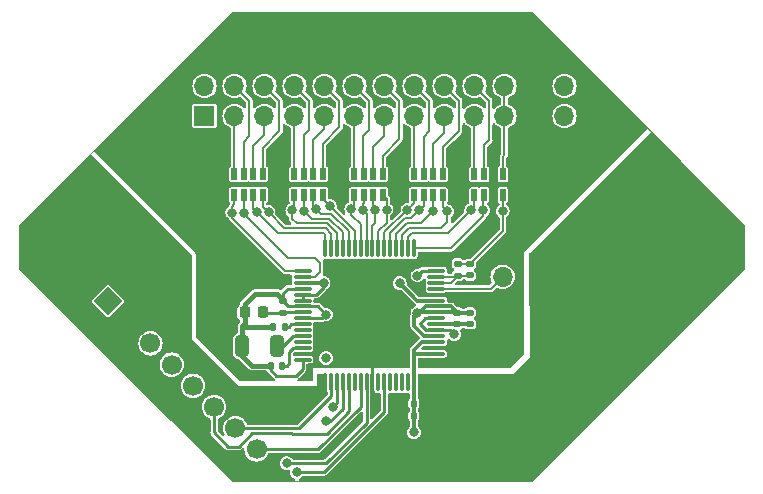
<source format=gbr>
%TF.GenerationSoftware,KiCad,Pcbnew,(7.0.0)*%
%TF.CreationDate,2023-03-06T19:10:06-05:00*%
%TF.ProjectId,cyton daisy,6379746f-6e20-4646-9169-73792e6b6963,rev?*%
%TF.SameCoordinates,Original*%
%TF.FileFunction,Copper,L1,Top*%
%TF.FilePolarity,Positive*%
%FSLAX46Y46*%
G04 Gerber Fmt 4.6, Leading zero omitted, Abs format (unit mm)*
G04 Created by KiCad (PCBNEW (7.0.0)) date 2023-03-06 19:10:06*
%MOMM*%
%LPD*%
G01*
G04 APERTURE LIST*
G04 Aperture macros list*
%AMRoundRect*
0 Rectangle with rounded corners*
0 $1 Rounding radius*
0 $2 $3 $4 $5 $6 $7 $8 $9 X,Y pos of 4 corners*
0 Add a 4 corners polygon primitive as box body*
4,1,4,$2,$3,$4,$5,$6,$7,$8,$9,$2,$3,0*
0 Add four circle primitives for the rounded corners*
1,1,$1+$1,$2,$3*
1,1,$1+$1,$4,$5*
1,1,$1+$1,$6,$7*
1,1,$1+$1,$8,$9*
0 Add four rect primitives between the rounded corners*
20,1,$1+$1,$2,$3,$4,$5,0*
20,1,$1+$1,$4,$5,$6,$7,0*
20,1,$1+$1,$6,$7,$8,$9,0*
20,1,$1+$1,$8,$9,$2,$3,0*%
%AMHorizOval*
0 Thick line with rounded ends*
0 $1 width*
0 $2 $3 position (X,Y) of the first rounded end (center of the circle)*
0 $4 $5 position (X,Y) of the second rounded end (center of the circle)*
0 Add line between two ends*
20,1,$1,$2,$3,$4,$5,0*
0 Add two circle primitives to create the rounded ends*
1,1,$1,$2,$3*
1,1,$1,$4,$5*%
%AMRotRect*
0 Rectangle, with rotation*
0 The origin of the aperture is its center*
0 $1 length*
0 $2 width*
0 $3 Rotation angle, in degrees counterclockwise*
0 Add horizontal line*
21,1,$1,$2,0,0,$3*%
G04 Aperture macros list end*
%TA.AperFunction,SMDPad,CuDef*%
%ADD10RoundRect,0.225000X0.225000X0.250000X-0.225000X0.250000X-0.225000X-0.250000X0.225000X-0.250000X0*%
%TD*%
%TA.AperFunction,SMDPad,CuDef*%
%ADD11RoundRect,0.037100X-0.227900X0.447900X-0.227900X-0.447900X0.227900X-0.447900X0.227900X0.447900X0*%
%TD*%
%TA.AperFunction,SMDPad,CuDef*%
%ADD12RoundRect,0.037100X0.227900X-0.447900X0.227900X0.447900X-0.227900X0.447900X-0.227900X-0.447900X0*%
%TD*%
%TA.AperFunction,SMDPad,CuDef*%
%ADD13RoundRect,0.140000X0.170000X-0.140000X0.170000X0.140000X-0.170000X0.140000X-0.170000X-0.140000X0*%
%TD*%
%TA.AperFunction,SMDPad,CuDef*%
%ADD14RoundRect,0.140000X-0.170000X0.140000X-0.170000X-0.140000X0.170000X-0.140000X0.170000X0.140000X0*%
%TD*%
%TA.AperFunction,SMDPad,CuDef*%
%ADD15RoundRect,0.135000X-0.185000X0.135000X-0.185000X-0.135000X0.185000X-0.135000X0.185000X0.135000X0*%
%TD*%
%TA.AperFunction,SMDPad,CuDef*%
%ADD16RoundRect,0.140000X-0.140000X-0.170000X0.140000X-0.170000X0.140000X0.170000X-0.140000X0.170000X0*%
%TD*%
%TA.AperFunction,ComponentPad*%
%ADD17R,1.700000X1.700000*%
%TD*%
%TA.AperFunction,ComponentPad*%
%ADD18O,1.700000X1.700000*%
%TD*%
%TA.AperFunction,SMDPad,CuDef*%
%ADD19RoundRect,0.075000X-0.075000X0.662500X-0.075000X-0.662500X0.075000X-0.662500X0.075000X0.662500X0*%
%TD*%
%TA.AperFunction,SMDPad,CuDef*%
%ADD20RoundRect,0.075000X-0.662500X0.075000X-0.662500X-0.075000X0.662500X-0.075000X0.662500X0.075000X0*%
%TD*%
%TA.AperFunction,ComponentPad*%
%ADD21RotRect,1.700000X1.700000X45.000000*%
%TD*%
%TA.AperFunction,ComponentPad*%
%ADD22HorizOval,1.700000X0.000000X0.000000X0.000000X0.000000X0*%
%TD*%
%TA.AperFunction,SMDPad,CuDef*%
%ADD23RoundRect,0.250000X-0.325000X-0.650000X0.325000X-0.650000X0.325000X0.650000X-0.325000X0.650000X0*%
%TD*%
%TA.AperFunction,ViaPad*%
%ADD24C,0.800000*%
%TD*%
%TA.AperFunction,Conductor*%
%ADD25C,0.250000*%
%TD*%
%TA.AperFunction,Conductor*%
%ADD26C,0.203200*%
%TD*%
%TA.AperFunction,Conductor*%
%ADD27C,0.406400*%
%TD*%
%TA.AperFunction,Conductor*%
%ADD28C,0.304800*%
%TD*%
%TA.AperFunction,Conductor*%
%ADD29C,0.254000*%
%TD*%
%TA.AperFunction,Profile*%
%ADD30C,0.101600*%
%TD*%
G04 APERTURE END LIST*
D10*
%TO.P,C13,1*%
%TO.N,Net-(U1-VREFP)*%
X129603800Y-101625400D03*
%TO.P,C13,2*%
%TO.N,VSSA*%
X128053800Y-101625400D03*
%TD*%
D11*
%TO.P,R2,1*%
%TO.N,/3N*%
X134683200Y-89916000D03*
%TO.P,R2,2*%
%TO.N,/3P*%
X133883200Y-89916000D03*
%TO.P,R2,3*%
%TO.N,/2N*%
X133083200Y-89916000D03*
%TO.P,R2,4*%
%TO.N,/2P*%
X132283200Y-89916000D03*
D12*
%TO.P,R2,5*%
%TO.N,/Daisy Functionality/IN2P*%
X132283200Y-91666000D03*
%TO.P,R2,6*%
%TO.N,/Daisy Functionality/IN2N*%
X133083200Y-91666000D03*
%TO.P,R2,7*%
%TO.N,/Daisy Functionality/IN3P*%
X133883200Y-91666000D03*
%TO.P,R2,8*%
%TO.N,/Daisy Functionality/IN3N*%
X134683200Y-91666000D03*
%TD*%
D13*
%TO.P,C14,1*%
%TO.N,Net-(U1-VREFP)*%
X131343400Y-101648200D03*
%TO.P,C14,2*%
%TO.N,VSSA*%
X131343400Y-100688200D03*
%TD*%
D14*
%TO.P,C15,1*%
%TO.N,/Daisy Functionality/BIAS_DRV*%
X147143900Y-97528000D03*
%TO.P,C15,2*%
%TO.N,Net-(U1-RLDIN)*%
X147143900Y-98488000D03*
%TD*%
D15*
%TO.P,R6,1*%
%TO.N,/Daisy Functionality/BIAS_DRV*%
X146102500Y-97496000D03*
%TO.P,R6,2*%
%TO.N,Net-(U1-RLDIN)*%
X146102500Y-98516000D03*
%TD*%
D11*
%TO.P,R1,1*%
%TO.N,/1N*%
X129603200Y-89916000D03*
%TO.P,R1,2*%
%TO.N,/1P*%
X128803200Y-89916000D03*
%TO.P,R1,3*%
%TO.N,/SRB2*%
X128003200Y-89916000D03*
%TO.P,R1,4*%
%TO.N,/SRB1*%
X127203200Y-89916000D03*
D12*
%TO.P,R1,5*%
%TO.N,/Daisy Functionality/_SRB1*%
X127203200Y-91666000D03*
%TO.P,R1,6*%
%TO.N,/Daisy Functionality/_SRB2*%
X128003200Y-91666000D03*
%TO.P,R1,7*%
%TO.N,/Daisy Functionality/IN1P*%
X128803200Y-91666000D03*
%TO.P,R1,8*%
%TO.N,/Daisy Functionality/IN1N*%
X129603200Y-91666000D03*
%TD*%
D16*
%TO.P,C11,1*%
%TO.N,VSSA*%
X130281800Y-106146600D03*
%TO.P,C11,2*%
%TO.N,Net-(U1-VCAP2)*%
X131241800Y-106146600D03*
%TD*%
D11*
%TO.P,R5,1*%
%TO.N,/BIAS*%
X149923200Y-89941400D03*
%TO.P,R5,2*%
%TO.N,GNDA*%
X149123200Y-89941400D03*
%TO.P,R5,3*%
%TO.N,/8N*%
X148323200Y-89941400D03*
%TO.P,R5,4*%
%TO.N,/8P*%
X147523200Y-89941400D03*
D12*
%TO.P,R5,5*%
%TO.N,/Daisy Functionality/IN8P*%
X147523200Y-91691400D03*
%TO.P,R5,6*%
%TO.N,/Daisy Functionality/IN8N*%
X148323200Y-91691400D03*
%TO.P,R5,7*%
%TO.N,GNDA*%
X149123200Y-91691400D03*
%TO.P,R5,8*%
%TO.N,/Daisy Functionality/BIAS_DRV*%
X149923200Y-91691400D03*
%TD*%
D16*
%TO.P,C19,1*%
%TO.N,VDD*%
X142392400Y-110388400D03*
%TO.P,C19,2*%
%TO.N,GNDA*%
X143352400Y-110388400D03*
%TD*%
D17*
%TO.P,J1,1,Pin_1*%
%TO.N,VSSA*%
X124663199Y-84988399D03*
D18*
%TO.P,J1,2,Pin_2*%
X124663199Y-82448399D03*
%TO.P,J1,3,Pin_3*%
%TO.N,/SRB1*%
X127203199Y-84988399D03*
%TO.P,J1,4,Pin_4*%
%TO.N,/SRB2*%
X127203199Y-82448399D03*
%TO.P,J1,5,Pin_5*%
%TO.N,/1P*%
X129743199Y-84988399D03*
%TO.P,J1,6,Pin_6*%
%TO.N,/1N*%
X129743199Y-82448399D03*
%TO.P,J1,7,Pin_7*%
%TO.N,/2P*%
X132283199Y-84988399D03*
%TO.P,J1,8,Pin_8*%
%TO.N,/2N*%
X132283199Y-82448399D03*
%TO.P,J1,9,Pin_9*%
%TO.N,/3P*%
X134823199Y-84988399D03*
%TO.P,J1,10,Pin_10*%
%TO.N,/3N*%
X134823199Y-82448399D03*
%TO.P,J1,11,Pin_11*%
%TO.N,/4P*%
X137363199Y-84988399D03*
%TO.P,J1,12,Pin_12*%
%TO.N,/4N*%
X137363199Y-82448399D03*
%TO.P,J1,13,Pin_13*%
%TO.N,/5P*%
X139903199Y-84988399D03*
%TO.P,J1,14,Pin_14*%
%TO.N,/5N*%
X139903199Y-82448399D03*
%TO.P,J1,15,Pin_15*%
%TO.N,/6P*%
X142443199Y-84988399D03*
%TO.P,J1,16,Pin_16*%
%TO.N,/6N*%
X142443199Y-82448399D03*
%TO.P,J1,17,Pin_17*%
%TO.N,/7P*%
X144983199Y-84988399D03*
%TO.P,J1,18,Pin_18*%
%TO.N,/7N*%
X144983199Y-82448399D03*
%TO.P,J1,19,Pin_19*%
%TO.N,/8P*%
X147523199Y-84988399D03*
%TO.P,J1,20,Pin_20*%
%TO.N,/8N*%
X147523199Y-82448399D03*
%TO.P,J1,21,Pin_21*%
%TO.N,/BIAS*%
X150063199Y-84988399D03*
%TO.P,J1,22,Pin_22*%
X150063199Y-82448399D03*
%TO.P,J1,23,Pin_23*%
%TO.N,GNDA*%
X152603199Y-84988399D03*
%TO.P,J1,24,Pin_24*%
X152603199Y-82448399D03*
%TO.P,J1,25,Pin_25*%
%TO.N,VDDA*%
X155143199Y-84988399D03*
%TO.P,J1,26,Pin_26*%
X155143199Y-82448399D03*
%TD*%
D14*
%TO.P,C10,1*%
%TO.N,VSSA*%
X146075400Y-101650800D03*
%TO.P,C10,2*%
%TO.N,Net-(U1-VCAP3)*%
X146075400Y-102610800D03*
%TD*%
D19*
%TO.P,U1,1,IN8N*%
%TO.N,/Daisy Functionality/IN8N*%
X142384900Y-96206300D03*
%TO.P,U1,2,IN8P*%
%TO.N,/Daisy Functionality/IN8P*%
X141884900Y-96206300D03*
%TO.P,U1,3,IN7P*%
%TO.N,/Daisy Functionality/IN7N*%
X141384900Y-96206300D03*
%TO.P,U1,4,IN7N*%
%TO.N,/Daisy Functionality/IN7P*%
X140884900Y-96206300D03*
%TO.P,U1,5,IN6N*%
%TO.N,/Daisy Functionality/IN6N*%
X140384900Y-96206300D03*
%TO.P,U1,6,IN6P*%
%TO.N,/Daisy Functionality/IN6P*%
X139884900Y-96206300D03*
%TO.P,U1,7,IN5N*%
%TO.N,/Daisy Functionality/IN5N*%
X139384900Y-96206300D03*
%TO.P,U1,8,IN5P*%
%TO.N,/Daisy Functionality/IN5P*%
X138884900Y-96206300D03*
%TO.P,U1,9,IN4N*%
%TO.N,/Daisy Functionality/IN4N*%
X138384900Y-96206300D03*
%TO.P,U1,10,IN4P*%
%TO.N,/Daisy Functionality/IN4P*%
X137884900Y-96206300D03*
%TO.P,U1,11,IN3N*%
%TO.N,/Daisy Functionality/IN3N*%
X137384900Y-96206300D03*
%TO.P,U1,12,IN3P*%
%TO.N,/Daisy Functionality/IN3P*%
X136884900Y-96206300D03*
%TO.P,U1,13,IN2N*%
%TO.N,/Daisy Functionality/IN2N*%
X136384900Y-96206300D03*
%TO.P,U1,14,IN2P*%
%TO.N,/Daisy Functionality/IN2P*%
X135884900Y-96206300D03*
%TO.P,U1,15,IN1N*%
%TO.N,/Daisy Functionality/IN1N*%
X135384900Y-96206300D03*
%TO.P,U1,16,IN1P*%
%TO.N,/Daisy Functionality/IN1P*%
X134884900Y-96206300D03*
D20*
%TO.P,U1,17,TESTP_PACE_OUT1*%
%TO.N,/Daisy Functionality/_SRB1*%
X132972400Y-98118800D03*
%TO.P,U1,18,TESTP_PACE_OUT2*%
%TO.N,/Daisy Functionality/_SRB2*%
X132972400Y-98618800D03*
%TO.P,U1,19,AVDD*%
%TO.N,VDDA*%
X132972400Y-99118800D03*
%TO.P,U1,20,AVSS*%
%TO.N,VSSA*%
X132972400Y-99618800D03*
%TO.P,U1,21,AVDD*%
%TO.N,VDDA*%
X132972400Y-100118800D03*
%TO.P,U1,22,AVDD*%
X132972400Y-100618800D03*
%TO.P,U1,23,AVSS*%
%TO.N,VSSA*%
X132972400Y-101118800D03*
%TO.P,U1,24,VREFP*%
%TO.N,Net-(U1-VREFP)*%
X132972400Y-101618800D03*
%TO.P,U1,25,VREFN*%
%TO.N,VSSA*%
X132972400Y-102118800D03*
%TO.P,U1,26,VCAP4*%
%TO.N,Net-(U1-VCAP4)*%
X132972400Y-102618800D03*
%TO.P,U1,27,NC*%
%TO.N,unconnected-(U1-NC-Pad27)*%
X132972400Y-103118800D03*
%TO.P,U1,28,VCAP1*%
%TO.N,Net-(U1-VCAP1)*%
X132972400Y-103618800D03*
%TO.P,U1,29,NC*%
%TO.N,unconnected-(U1-NC-Pad29)*%
X132972400Y-104118800D03*
%TO.P,U1,30,VCAP2*%
%TO.N,Net-(U1-VCAP2)*%
X132972400Y-104618800D03*
%TO.P,U1,31,RESV1*%
%TO.N,GNDA*%
X132972400Y-105118800D03*
%TO.P,U1,32,AVSS*%
%TO.N,VSSA*%
X132972400Y-105618800D03*
D19*
%TO.P,U1,33,DGND*%
%TO.N,GNDA*%
X134884900Y-107531300D03*
%TO.P,U1,34,DIN*%
%TO.N,/MOSI*%
X135384900Y-107531300D03*
%TO.P,U1,35,~{PWDN}*%
%TO.N,VDD*%
X135884900Y-107531300D03*
%TO.P,U1,36,~{RESET}*%
%TO.N,/RESET*%
X136384900Y-107531300D03*
%TO.P,U1,37,CLK*%
%TO.N,/CLK*%
X136884900Y-107531300D03*
%TO.P,U1,38,START*%
%TO.N,unconnected-(U1-START-Pad38)*%
X137384900Y-107531300D03*
%TO.P,U1,39,~{CS}*%
%TO.N,/CS2*%
X137884900Y-107531300D03*
%TO.P,U1,40,SCLK*%
%TO.N,/SCLK*%
X138384900Y-107531300D03*
%TO.P,U1,41,DAISY_IN*%
%TO.N,GNDA*%
X138884900Y-107531300D03*
%TO.P,U1,42,GPIO1*%
%TO.N,unconnected-(U1-GPIO1-Pad42)*%
X139384900Y-107531300D03*
%TO.P,U1,43,DOUT*%
%TO.N,/MISO*%
X139884900Y-107531300D03*
%TO.P,U1,44,GPIO2*%
%TO.N,unconnected-(U1-GPIO2-Pad44)*%
X140384900Y-107531300D03*
%TO.P,U1,45,GPIO3*%
%TO.N,unconnected-(U1-GPIO3-Pad45)*%
X140884900Y-107531300D03*
%TO.P,U1,46,GPIO4*%
%TO.N,unconnected-(U1-GPIO4-Pad46)*%
X141384900Y-107531300D03*
%TO.P,U1,47,~{DRDY}*%
%TO.N,/Daisy Functionality/DRDY*%
X141884900Y-107531300D03*
%TO.P,U1,48,DVDD*%
%TO.N,VDD*%
X142384900Y-107531300D03*
D20*
%TO.P,U1,49,DGND*%
%TO.N,GNDA*%
X144297400Y-105618800D03*
%TO.P,U1,50,DVDD*%
%TO.N,VDD*%
X144297400Y-105118800D03*
%TO.P,U1,51,DGND*%
%TO.N,GNDA*%
X144297400Y-104618800D03*
%TO.P,U1,52,CLKSEL*%
%TO.N,VDD*%
X144297400Y-104118800D03*
%TO.P,U1,53,AVSS1*%
%TO.N,VSSA*%
X144297400Y-103618800D03*
%TO.P,U1,54,AVDD1*%
%TO.N,VDDA*%
X144297400Y-103118800D03*
%TO.P,U1,55,VCAP3*%
%TO.N,Net-(U1-VCAP3)*%
X144297400Y-102618800D03*
%TO.P,U1,56,AVDD*%
%TO.N,VDDA*%
X144297400Y-102118800D03*
%TO.P,U1,57,AVSS*%
%TO.N,VSSA*%
X144297400Y-101618800D03*
%TO.P,U1,58,AVSS*%
X144297400Y-101118800D03*
%TO.P,U1,59,AVDD*%
%TO.N,VDDA*%
X144297400Y-100618800D03*
%TO.P,U1,60,RLDREF*%
%TO.N,GNDA*%
X144297400Y-100118800D03*
%TO.P,U1,61,RLDINV*%
%TO.N,/BIAS_INV*%
X144297400Y-99618800D03*
%TO.P,U1,62,RLDIN*%
%TO.N,Net-(U1-RLDIN)*%
X144297400Y-99118800D03*
%TO.P,U1,63,RLDOUT*%
X144297400Y-98618800D03*
%TO.P,U1,64,WCT*%
%TO.N,Net-(U1-WCT)*%
X144297400Y-98118800D03*
%TD*%
D14*
%TO.P,C8,1*%
%TO.N,VSSA*%
X147142200Y-101650800D03*
%TO.P,C8,2*%
%TO.N,Net-(U1-VCAP3)*%
X147142200Y-102610800D03*
%TD*%
D17*
%TO.P,J4,1,Pin_1*%
%TO.N,GNDA*%
X149910799Y-101142799D03*
D18*
%TO.P,J4,2,Pin_2*%
%TO.N,/BIAS_INV*%
X149910799Y-98602799D03*
%TD*%
D11*
%TO.P,R4,1*%
%TO.N,/7N*%
X144830600Y-89916000D03*
%TO.P,R4,2*%
%TO.N,/7P*%
X144030600Y-89916000D03*
%TO.P,R4,3*%
%TO.N,/6N*%
X143230600Y-89916000D03*
%TO.P,R4,4*%
%TO.N,/6P*%
X142430600Y-89916000D03*
D12*
%TO.P,R4,5*%
%TO.N,/Daisy Functionality/IN6P*%
X142430600Y-91666000D03*
%TO.P,R4,6*%
%TO.N,/Daisy Functionality/IN6N*%
X143230600Y-91666000D03*
%TO.P,R4,7*%
%TO.N,/Daisy Functionality/IN7P*%
X144030600Y-91666000D03*
%TO.P,R4,8*%
%TO.N,/Daisy Functionality/IN7N*%
X144830600Y-91666000D03*
%TD*%
D16*
%TO.P,C6,1*%
%TO.N,VSSA*%
X130485000Y-102844600D03*
%TO.P,C6,2*%
%TO.N,Net-(U1-VCAP4)*%
X131445000Y-102844600D03*
%TD*%
D11*
%TO.P,R3,1*%
%TO.N,/5N*%
X139763200Y-89916000D03*
%TO.P,R3,2*%
%TO.N,/5P*%
X138963200Y-89916000D03*
%TO.P,R3,3*%
%TO.N,/4N*%
X138163200Y-89916000D03*
%TO.P,R3,4*%
%TO.N,/4P*%
X137363200Y-89916000D03*
D12*
%TO.P,R3,5*%
%TO.N,/Daisy Functionality/IN4P*%
X137363200Y-91666000D03*
%TO.P,R3,6*%
%TO.N,/Daisy Functionality/IN4N*%
X138163200Y-91666000D03*
%TO.P,R3,7*%
%TO.N,/Daisy Functionality/IN5P*%
X138963200Y-91666000D03*
%TO.P,R3,8*%
%TO.N,/Daisy Functionality/IN5N*%
X139763200Y-91666000D03*
%TD*%
D16*
%TO.P,C21,1*%
%TO.N,VDD*%
X142392400Y-109347000D03*
%TO.P,C21,2*%
%TO.N,GNDA*%
X143352400Y-109347000D03*
%TD*%
D21*
%TO.P,J2,1,Pin_1*%
%TO.N,VDD*%
X116499999Y-100649999D03*
D22*
%TO.P,J2,2,Pin_2*%
%TO.N,GNDA*%
X118296050Y-102446050D03*
%TO.P,J2,3,Pin_3*%
%TO.N,/MISO*%
X120092101Y-104242101D03*
%TO.P,J2,4,Pin_4*%
%TO.N,/SCLK*%
X121888153Y-106038153D03*
%TO.P,J2,5,Pin_5*%
%TO.N,/RESET*%
X123684204Y-107834204D03*
%TO.P,J2,6,Pin_6*%
%TO.N,/CLK*%
X125480255Y-109630255D03*
%TO.P,J2,7,Pin_7*%
%TO.N,/MOSI*%
X127276306Y-111426306D03*
%TO.P,J2,8,Pin_8*%
%TO.N,/CS2*%
X129072358Y-113222358D03*
%TD*%
D23*
%TO.P,C12,1*%
%TO.N,VSSA*%
X127861800Y-104470200D03*
%TO.P,C12,2*%
%TO.N,Net-(U1-VCAP1)*%
X130811800Y-104470200D03*
%TD*%
D24*
%TO.N,GNDA*%
X134061200Y-108940600D03*
%TO.N,/Daisy Functionality/_SRB1*%
X127003697Y-93167200D03*
%TO.N,/Daisy Functionality/_SRB2*%
X128003200Y-93167200D03*
%TO.N,/Daisy Functionality/IN1P*%
X129070100Y-93103700D03*
%TO.N,/Daisy Functionality/IN1N*%
X130086327Y-93130684D03*
%TO.N,/Daisy Functionality/IN2P*%
X132096905Y-92986254D03*
%TO.N,/Daisy Functionality/IN2N*%
X133096000Y-93014800D03*
%TO.N,/Daisy Functionality/IN3P*%
X134094731Y-92842500D03*
%TO.N,/Daisy Functionality/IN3N*%
X135275931Y-92594901D03*
%TO.N,/Daisy Functionality/IN4P*%
X137083800Y-92862400D03*
%TO.N,/Daisy Functionality/IN4N*%
X138081846Y-92916348D03*
%TO.N,/Daisy Functionality/IN5P*%
X139081343Y-92913148D03*
%TO.N,/Daisy Functionality/IN5N*%
X140080845Y-92913206D03*
%TO.N,/Daisy Functionality/IN6P*%
X141851353Y-92913928D03*
%TO.N,/Daisy Functionality/IN6N*%
X142849600Y-92964000D03*
%TO.N,/Daisy Functionality/IN7P*%
X144030600Y-93015374D03*
%TO.N,/Daisy Functionality/IN7N*%
X145237200Y-93065600D03*
%TO.N,/Daisy Functionality/IN8P*%
X147243800Y-92913200D03*
%TO.N,/Daisy Functionality/IN8N*%
X148259800Y-92964000D03*
%TO.N,/Daisy Functionality/BIAS_DRV*%
X149923200Y-93027800D03*
%TO.N,VSSA*%
X134950200Y-101803200D03*
X134950200Y-105486200D03*
X142697200Y-101650800D03*
%TO.N,VDD*%
X135509000Y-109601000D03*
X142392400Y-111785400D03*
%TO.N,VDDA*%
X141198600Y-99136200D03*
X134747000Y-99136200D03*
X145810700Y-103461822D03*
%TO.N,Net-(U1-WCT)*%
X142697200Y-98501200D03*
%TO.N,/SCLK*%
X131622800Y-114385100D03*
%TO.N,/RESET*%
X134975600Y-110845600D03*
%TO.N,/MISO*%
X132486400Y-115138200D03*
%TD*%
D25*
%TO.N,VDDA*%
X145810700Y-103461822D02*
X145467678Y-103118800D01*
X145467678Y-103118800D02*
X144297400Y-103118800D01*
%TO.N,/CS2*%
X129072359Y-113222359D02*
X134270641Y-113222359D01*
X134270641Y-113222359D02*
X137884900Y-109608100D01*
X137884900Y-109608100D02*
X137884900Y-107531300D01*
%TO.N,GNDA*%
X138884900Y-107531300D02*
X138884900Y-105767900D01*
X138884900Y-105767900D02*
X138887200Y-105765600D01*
X143352400Y-109347000D02*
X143352400Y-110388400D01*
X134884900Y-108116900D02*
X134061200Y-108940600D01*
X134884900Y-107531300D02*
X134884900Y-108116900D01*
X143354500Y-109349100D02*
X143352400Y-109347000D01*
D26*
%TO.N,/Daisy Functionality/_SRB1*%
X131519800Y-98118800D02*
X132972400Y-98118800D01*
X127003697Y-93167200D02*
X127003697Y-92680903D01*
X127003697Y-93602697D02*
X131519800Y-98118800D01*
X127003697Y-92680903D02*
X127203200Y-92481400D01*
X127203200Y-92481400D02*
X127203200Y-91666000D01*
X127003697Y-93167200D02*
X127003697Y-93602697D01*
%TO.N,/Daisy Functionality/_SRB2*%
X134045200Y-98618800D02*
X132972400Y-98618800D01*
X134442200Y-97409000D02*
X134442200Y-98221800D01*
X128003200Y-93167200D02*
X128003200Y-91666000D01*
X134061200Y-97028000D02*
X134442200Y-97409000D01*
X128003200Y-93281400D02*
X131749800Y-97028000D01*
X128003200Y-93167200D02*
X128003200Y-93281400D01*
X134442200Y-98221800D02*
X134045200Y-98618800D01*
X131749800Y-97028000D02*
X134061200Y-97028000D01*
%TO.N,/Daisy Functionality/IN1P*%
X129070100Y-93103700D02*
X128803200Y-92836800D01*
X134884900Y-95032300D02*
X134884900Y-96206300D01*
X130860800Y-94894400D02*
X134747000Y-94894400D01*
X134747000Y-94894400D02*
X134884900Y-95032300D01*
X128803200Y-92836800D02*
X128803200Y-91666000D01*
X129070100Y-93103700D02*
X130860800Y-94894400D01*
%TO.N,/Daisy Functionality/IN1N*%
X129616200Y-91679000D02*
X129603200Y-91666000D01*
X130086327Y-93130684D02*
X129616200Y-92660557D01*
X135384900Y-94966615D02*
X135384900Y-96206300D01*
X131426000Y-94494400D02*
X134912686Y-94494400D01*
X134912686Y-94494400D02*
X135384900Y-94966615D01*
X129616200Y-92660557D02*
X129616200Y-91679000D01*
X130086327Y-93154727D02*
X131426000Y-94494400D01*
X130086327Y-93130684D02*
X130086327Y-93154727D01*
%TO.N,/Daisy Functionality/IN2P*%
X132096905Y-93717505D02*
X132473800Y-94094400D01*
X132096905Y-92986254D02*
X132283200Y-92799959D01*
X132473800Y-94094400D02*
X135078372Y-94094401D01*
X132283200Y-92799959D02*
X132283200Y-91666000D01*
X135078372Y-94094401D02*
X135884900Y-94900930D01*
X132096905Y-92986254D02*
X132096905Y-93717505D01*
X135884900Y-94900930D02*
X135884900Y-96206300D01*
%TO.N,/Daisy Functionality/IN2N*%
X133775600Y-93694400D02*
X135244058Y-93694401D01*
X136384900Y-94835245D02*
X136384900Y-96206300D01*
X133096000Y-93014800D02*
X133775600Y-93694400D01*
X135244058Y-93694401D02*
X136384900Y-94835245D01*
X133096000Y-93014800D02*
X133083200Y-93002000D01*
X133083200Y-93002000D02*
X133083200Y-91666000D01*
%TO.N,/Daisy Functionality/IN3P*%
X134094731Y-92842500D02*
X133883200Y-92630969D01*
X133883200Y-92630969D02*
X133883200Y-91666000D01*
X135409745Y-93294401D02*
X136884900Y-94769556D01*
X136884900Y-94769556D02*
X136884900Y-96206300D01*
X134546632Y-93294401D02*
X135409745Y-93294401D01*
X134094731Y-92842500D02*
X134546632Y-93294401D01*
%TO.N,/Daisy Functionality/IN3N*%
X134683200Y-92002170D02*
X134683200Y-91666000D01*
X135275931Y-92594901D02*
X137384900Y-94703870D01*
X135275931Y-92594901D02*
X134683200Y-92002170D01*
X137384900Y-94703870D02*
X137384900Y-96206300D01*
%TO.N,/Daisy Functionality/IN4P*%
X137083800Y-92862400D02*
X137083800Y-93356628D01*
X137083800Y-93356628D02*
X137884900Y-94157728D01*
X137363200Y-92583000D02*
X137083800Y-92862400D01*
X137884900Y-94157728D02*
X137884900Y-96206300D01*
X137363200Y-91666000D02*
X137363200Y-92583000D01*
%TO.N,/Daisy Functionality/IN4N*%
X138081846Y-92916348D02*
X138081846Y-92473754D01*
X138384900Y-93219402D02*
X138384900Y-96206300D01*
X138081846Y-92916348D02*
X138384900Y-93219402D01*
X138163200Y-92392400D02*
X138163200Y-91666000D01*
X138081846Y-92473754D02*
X138163200Y-92392400D01*
%TO.N,/Daisy Functionality/IN5P*%
X138884900Y-94287100D02*
X138884900Y-96206300D01*
X138963200Y-92795005D02*
X138963200Y-91666000D01*
X139081343Y-92913148D02*
X139081343Y-94090657D01*
X139081343Y-94090657D02*
X138884900Y-94287100D01*
X139081343Y-92913148D02*
X138963200Y-92795005D01*
%TO.N,/Daisy Functionality/IN5N*%
X140080845Y-94030955D02*
X139384900Y-94726900D01*
X140080845Y-92913206D02*
X140080845Y-94030955D01*
X140080845Y-91983645D02*
X139763200Y-91666000D01*
X140080845Y-92913206D02*
X140080845Y-91983645D01*
X139384900Y-94726900D02*
X139384900Y-96206300D01*
%TO.N,/Daisy Functionality/IN6P*%
X142430600Y-92346220D02*
X142430600Y-91666000D01*
X139884900Y-94848128D02*
X139884900Y-96206300D01*
X141819100Y-92913928D02*
X139884900Y-94848128D01*
X141851353Y-92913928D02*
X141819100Y-92913928D01*
X141862892Y-92913928D02*
X142430600Y-92346220D01*
X141851353Y-92913928D02*
X141862892Y-92913928D01*
%TO.N,/Daisy Functionality/IN6N*%
X141636114Y-93662600D02*
X140384900Y-94913814D01*
X143230600Y-92583000D02*
X143230600Y-91666000D01*
X142849600Y-92964000D02*
X142849600Y-92989400D01*
X142849600Y-92964000D02*
X143230600Y-92583000D01*
X142176400Y-93662600D02*
X141636114Y-93662600D01*
X140384900Y-94913814D02*
X140384900Y-96206300D01*
X142849600Y-92989400D02*
X142176400Y-93662600D01*
%TO.N,/Daisy Functionality/IN7P*%
X141801800Y-94062600D02*
X140884900Y-94979500D01*
X142983374Y-94062600D02*
X141801800Y-94062600D01*
X144030600Y-93015374D02*
X142983374Y-94062600D01*
X140884900Y-94979500D02*
X140884900Y-96206300D01*
X144030600Y-93015374D02*
X144030600Y-91666000D01*
%TO.N,/Daisy Functionality/IN7N*%
X145237200Y-93065600D02*
X144830600Y-92659000D01*
X145237200Y-93065600D02*
X145237200Y-93954600D01*
X144729200Y-94462600D02*
X141967486Y-94462600D01*
X141384900Y-95045186D02*
X141384900Y-96206300D01*
X145237200Y-93954600D02*
X144729200Y-94462600D01*
X141967486Y-94462600D02*
X141384900Y-95045186D01*
X144830600Y-92659000D02*
X144830600Y-91666000D01*
%TO.N,/Daisy Functionality/IN8P*%
X147243800Y-92913200D02*
X147523200Y-92633800D01*
X147523200Y-92633800D02*
X147523200Y-91691400D01*
X147243800Y-92913200D02*
X145294400Y-94862600D01*
X142271800Y-94862600D02*
X141884900Y-95249500D01*
X145294400Y-94862600D02*
X142271800Y-94862600D01*
X141884900Y-95249500D02*
X141884900Y-96206300D01*
%TO.N,/Daisy Functionality/IN8N*%
X148259800Y-92964000D02*
X148259800Y-93472000D01*
X148259800Y-93472000D02*
X145525500Y-96206300D01*
X148259800Y-92964000D02*
X148259800Y-92202000D01*
X145525500Y-96206300D02*
X142384900Y-96206300D01*
%TO.N,/Daisy Functionality/BIAS_DRV*%
X147111900Y-97496000D02*
X147143900Y-97528000D01*
X146102500Y-97496000D02*
X147111900Y-97496000D01*
X149923200Y-91691400D02*
X149923200Y-93027800D01*
X149923200Y-93027800D02*
X149923200Y-94748700D01*
X149923200Y-94748700D02*
X147143900Y-97528000D01*
D27*
%TO.N,VSSA*%
X130281800Y-106146600D02*
X128701800Y-106146600D01*
X131343400Y-100584000D02*
X130784600Y-100025200D01*
D28*
X144297400Y-101118800D02*
X143407000Y-101118800D01*
D29*
X132972400Y-99618800D02*
X131699000Y-99618800D01*
D27*
X128053800Y-102603000D02*
X127863600Y-102793200D01*
D25*
X130733800Y-106984800D02*
X130281800Y-106532800D01*
D28*
X142419800Y-101928200D02*
X142419800Y-102753750D01*
D25*
X132972400Y-106422600D02*
X132410200Y-106984800D01*
D26*
X142919200Y-101618800D02*
X142913100Y-101612700D01*
D29*
X131699000Y-99618800D02*
X131343400Y-99974400D01*
D28*
X145543400Y-101118800D02*
X146075400Y-101650800D01*
D25*
X134950200Y-101803200D02*
X134634600Y-102118800D01*
D28*
X143284850Y-103618800D02*
X144297400Y-103618800D01*
X146075400Y-101650800D02*
X147142200Y-101650800D01*
D25*
X127915000Y-102844600D02*
X127863600Y-102793200D01*
D27*
X128053800Y-100952600D02*
X128053800Y-101625400D01*
D28*
X142735300Y-101612700D02*
X142913100Y-101612700D01*
X144297400Y-101618800D02*
X146043400Y-101618800D01*
D26*
X146043400Y-101618800D02*
X146075400Y-101650800D01*
D27*
X128981200Y-100025200D02*
X128053800Y-100952600D01*
D29*
X131343400Y-99974400D02*
X131343400Y-100688200D01*
X131774000Y-101118800D02*
X131343400Y-100688200D01*
D27*
X128053800Y-101625400D02*
X128053800Y-102603000D01*
D25*
X130281800Y-106532800D02*
X130281800Y-106146600D01*
X134950200Y-101803200D02*
X134265800Y-101118800D01*
D29*
X132972400Y-101118800D02*
X131774000Y-101118800D01*
D25*
X127863600Y-104468400D02*
X127861800Y-104470200D01*
D28*
X142697200Y-101650800D02*
X142419800Y-101928200D01*
X144297400Y-101118800D02*
X145543400Y-101118800D01*
D27*
X128701800Y-106146600D02*
X127861800Y-105306600D01*
D25*
X132410200Y-106984800D02*
X130733800Y-106984800D01*
D28*
X142419800Y-102753750D02*
X143284850Y-103618800D01*
D25*
X131343400Y-100688200D02*
X131343400Y-100584000D01*
D28*
X144297400Y-101618800D02*
X142919200Y-101618800D01*
X142697200Y-101650800D02*
X142735300Y-101612700D01*
X143407000Y-101118800D02*
X142913100Y-101612700D01*
D25*
X134265800Y-101118800D02*
X132972400Y-101118800D01*
X134634600Y-102118800D02*
X132972400Y-102118800D01*
D27*
X130784600Y-100025200D02*
X128981200Y-100025200D01*
X130485000Y-102844600D02*
X127915000Y-102844600D01*
X127863600Y-102793200D02*
X127863600Y-104468400D01*
D25*
X132972400Y-105618800D02*
X132972400Y-106422600D01*
%TO.N,Net-(U1-VCAP4)*%
X132026400Y-102618800D02*
X132972400Y-102618800D01*
X131800600Y-102844600D02*
X132026400Y-102618800D01*
X131445000Y-102844600D02*
X131800600Y-102844600D01*
D26*
%TO.N,Net-(U1-VCAP3)*%
X146067400Y-102618800D02*
X146075400Y-102610800D01*
D28*
X144297400Y-102618800D02*
X146067400Y-102618800D01*
X146075400Y-102610800D02*
X147142200Y-102610800D01*
D25*
%TO.N,Net-(U1-VCAP2)*%
X131826000Y-104962015D02*
X132169215Y-104618800D01*
X131826000Y-105943385D02*
X131826000Y-104962015D01*
X132169215Y-104618800D02*
X132972400Y-104618800D01*
X131622785Y-106146600D02*
X131826000Y-105943385D01*
X131241800Y-106146600D02*
X131622785Y-106146600D01*
%TO.N,Net-(U1-VCAP1)*%
X132169215Y-103618800D02*
X132972400Y-103618800D01*
X130811800Y-104470200D02*
X131317815Y-104470200D01*
X131317815Y-104470200D02*
X132169215Y-103618800D01*
%TO.N,Net-(U1-VREFP)*%
X129626600Y-101648200D02*
X131343400Y-101648200D01*
X132972400Y-101618800D02*
X131372800Y-101618800D01*
X129603800Y-101625400D02*
X129626600Y-101648200D01*
X131372800Y-101618800D02*
X131343400Y-101648200D01*
D26*
%TO.N,Net-(U1-RLDIN)*%
X144297400Y-99118800D02*
X145499700Y-99118800D01*
X144297400Y-98618800D02*
X145999700Y-98618800D01*
X145499700Y-99118800D02*
X146102500Y-98516000D01*
X145999700Y-98618800D02*
X146102500Y-98516000D01*
X146102500Y-98516000D02*
X147115900Y-98516000D01*
X147115900Y-98516000D02*
X147143900Y-98488000D01*
D28*
%TO.N,VDD*%
X142392400Y-110388400D02*
X142392400Y-111785400D01*
X142384900Y-104782500D02*
X142384900Y-105228115D01*
D25*
X142384900Y-109339500D02*
X142392400Y-109347000D01*
X142494215Y-105118800D02*
X142384900Y-105228115D01*
D28*
X142384900Y-107531300D02*
X142384900Y-109339500D01*
X144297400Y-104118800D02*
X143048600Y-104118800D01*
D25*
X135884900Y-109225100D02*
X135884900Y-107531300D01*
D28*
X142384900Y-105228115D02*
X142384900Y-107531300D01*
X143048600Y-104118800D02*
X142384900Y-104782500D01*
D25*
X135509000Y-109601000D02*
X135884900Y-109225100D01*
D28*
X144297400Y-105118800D02*
X142494215Y-105118800D01*
X142392400Y-109347000D02*
X142392400Y-110388400D01*
%TO.N,VDDA*%
X144297400Y-100618800D02*
X142681200Y-100618800D01*
D25*
X132972400Y-100118800D02*
X134120000Y-100118800D01*
X134729600Y-99118800D02*
X134747000Y-99136200D01*
D28*
X142681200Y-100618800D02*
X141198600Y-99136200D01*
D25*
X144274800Y-103141400D02*
X144297400Y-103118800D01*
X142875000Y-102565200D02*
X143451200Y-103141400D01*
X134747000Y-99491800D02*
X134747000Y-99136200D01*
X132972400Y-100118800D02*
X132972400Y-100618800D01*
D28*
X132972400Y-99118800D02*
X134729600Y-99118800D01*
D25*
X143321400Y-102118800D02*
X142875000Y-102565200D01*
X143451200Y-103141400D02*
X144274800Y-103141400D01*
X134120000Y-100118800D02*
X134747000Y-99491800D01*
X144297400Y-102118800D02*
X143321400Y-102118800D01*
%TO.N,Net-(U1-WCT)*%
X142697200Y-98501200D02*
X143079600Y-98118800D01*
X143079600Y-98118800D02*
X144297400Y-98118800D01*
D26*
%TO.N,/1P*%
X129743200Y-84988400D02*
X129743200Y-86588600D01*
X128803200Y-87528600D02*
X128803200Y-89916000D01*
X129743200Y-86588600D02*
X128803200Y-87528600D01*
%TO.N,/SRB2*%
X127203200Y-82448400D02*
X128473200Y-83718400D01*
X128003200Y-87185600D02*
X128003200Y-89916000D01*
X128473200Y-86715600D02*
X128003200Y-87185600D01*
X128473200Y-83718400D02*
X128473200Y-86715600D01*
%TO.N,/3P*%
X133883200Y-87046000D02*
X133883200Y-89916000D01*
X134823200Y-84988400D02*
X134823200Y-86106000D01*
X134823200Y-86106000D02*
X133883200Y-87046000D01*
%TO.N,/2N*%
X133070600Y-86639400D02*
X133070600Y-89903400D01*
X133070600Y-89903400D02*
X133083200Y-89916000D01*
X132283200Y-82448400D02*
X133553200Y-83718400D01*
X133553200Y-86156800D02*
X133070600Y-86639400D01*
X133553200Y-83718400D02*
X133553200Y-86156800D01*
%TO.N,/1N*%
X129743200Y-82448400D02*
X131013200Y-83718400D01*
X131013200Y-83718400D02*
X131013200Y-86283800D01*
X129603200Y-87693800D02*
X129603200Y-89916000D01*
X131013200Y-86283800D02*
X129603200Y-87693800D01*
%TO.N,/2P*%
X132283200Y-84988400D02*
X132283200Y-89916000D01*
%TO.N,/5P*%
X139903200Y-84988400D02*
X139903200Y-86664800D01*
X138963200Y-87604800D02*
X138963200Y-89916000D01*
X139903200Y-86664800D02*
X138963200Y-87604800D01*
%TO.N,/4N*%
X137363200Y-82448400D02*
X138633200Y-83718400D01*
X138125200Y-86715600D02*
X138125200Y-89878000D01*
X138125200Y-89878000D02*
X138163200Y-89916000D01*
X138633200Y-83718400D02*
X138633200Y-86207600D01*
X138633200Y-86207600D02*
X138125200Y-86715600D01*
%TO.N,/3N*%
X134823200Y-82448400D02*
X136093200Y-83718400D01*
X136093200Y-83718400D02*
X136093200Y-85953600D01*
X134683200Y-87363600D02*
X134683200Y-89916000D01*
X136093200Y-85953600D02*
X134683200Y-87363600D01*
%TO.N,/4P*%
X137363200Y-84988400D02*
X137363200Y-89916000D01*
%TO.N,/7P*%
X144983200Y-84988400D02*
X144983200Y-86410800D01*
X144983200Y-86410800D02*
X144030600Y-87363400D01*
X144030600Y-87363400D02*
X144030600Y-89916000D01*
%TO.N,/6N*%
X143713200Y-83718400D02*
X143713200Y-86283800D01*
X143713200Y-86283800D02*
X143230600Y-86766400D01*
X142443200Y-82448400D02*
X143713200Y-83718400D01*
X143230600Y-86766400D02*
X143230600Y-89916000D01*
%TO.N,/5N*%
X141173200Y-86944200D02*
X139763200Y-88354200D01*
X139763200Y-88354200D02*
X139763200Y-89916000D01*
X139903200Y-82448400D02*
X141173200Y-83718400D01*
X141173200Y-83718400D02*
X141173200Y-86944200D01*
%TO.N,/6P*%
X142443200Y-89903400D02*
X142430600Y-89916000D01*
X142443200Y-84988400D02*
X142443200Y-89903400D01*
%TO.N,/8N*%
X148767800Y-87045800D02*
X148323200Y-87490400D01*
X147523200Y-82448400D02*
X148767800Y-83693000D01*
X148323200Y-87490400D02*
X148323200Y-89941400D01*
X148767800Y-83693000D02*
X148767800Y-87045800D01*
%TO.N,/7N*%
X146227800Y-83693000D02*
X146227800Y-86258400D01*
X146227800Y-86258400D02*
X144830600Y-87655600D01*
X144983200Y-82448400D02*
X146227800Y-83693000D01*
X144830600Y-87655600D02*
X144830600Y-89916000D01*
%TO.N,/8P*%
X147523200Y-84988400D02*
X147523200Y-89941400D01*
%TO.N,/BIAS*%
X149923200Y-88455800D02*
X149923200Y-89941400D01*
X150063200Y-82448400D02*
X150063200Y-84988400D01*
X150063200Y-88315800D02*
X149923200Y-88455800D01*
X150063200Y-84988400D02*
X150063200Y-88315800D01*
D25*
%TO.N,/SCLK*%
X131622800Y-114385100D02*
X134945900Y-114385100D01*
X134945900Y-114385100D02*
X138384900Y-110946100D01*
X138384900Y-110946100D02*
X138384900Y-107531300D01*
%TO.N,/RESET*%
X135315105Y-110845600D02*
X136384900Y-109775805D01*
X134975600Y-110845600D02*
X135315105Y-110845600D01*
X136384900Y-109775805D02*
X136384900Y-107531300D01*
%TO.N,/CLK*%
X126669800Y-112979200D02*
X127548107Y-112979200D01*
X128651000Y-111876307D02*
X132106682Y-111876307D01*
X132106682Y-111876307D02*
X132110175Y-111879800D01*
X135008200Y-111879800D02*
X136884900Y-110003100D01*
X125480256Y-109630256D02*
X125480256Y-111781144D01*
X127548107Y-112979200D02*
X128651000Y-111876307D01*
X132110175Y-111879800D02*
X135008200Y-111879800D01*
X136884900Y-110003100D02*
X136884900Y-107531300D01*
X125476000Y-111785400D02*
X126669800Y-112979200D01*
%TO.N,/MOSI*%
X132664200Y-111429800D02*
X135384900Y-108709100D01*
X127276307Y-111426307D02*
X132293078Y-111426307D01*
X132296571Y-111429800D02*
X132664200Y-111429800D01*
X135384900Y-108709100D02*
X135384900Y-107531300D01*
X132293078Y-111426307D02*
X132296571Y-111429800D01*
D26*
%TO.N,/BIAS_INV*%
X144297400Y-99618800D02*
X148894800Y-99618800D01*
X148894800Y-99618800D02*
X149910800Y-98602800D01*
D25*
%TO.N,/MISO*%
X139884900Y-110051100D02*
X139884900Y-107531300D01*
X134797800Y-115138200D02*
X139884900Y-110051100D01*
X132486400Y-115138200D02*
X134797800Y-115138200D01*
D26*
%TO.N,/SRB1*%
X127203200Y-84988400D02*
X127203200Y-89916000D01*
%TD*%
%TA.AperFunction,Conductor*%
%TO.N,GNDA*%
G36*
X152395820Y-76235491D02*
G01*
X152436697Y-76262805D01*
X162114950Y-85941058D01*
X162147562Y-85997542D01*
X162147562Y-86062764D01*
X162114950Y-86119248D01*
X151722975Y-96511224D01*
X151722972Y-96511227D01*
X151714200Y-96520000D01*
X151714200Y-96532410D01*
X151714200Y-105130842D01*
X151705137Y-105177764D01*
X151679253Y-105217934D01*
X151313673Y-105600133D01*
X150633814Y-106310894D01*
X150592269Y-106339666D01*
X150542761Y-106349800D01*
X142841600Y-106349800D01*
X142778600Y-106332919D01*
X142732481Y-106286800D01*
X142715600Y-106223800D01*
X142715600Y-105575500D01*
X142732481Y-105512500D01*
X142778600Y-105466381D01*
X142841600Y-105449500D01*
X144320831Y-105449500D01*
X144326335Y-105449500D01*
X144331754Y-105448544D01*
X144337235Y-105448065D01*
X144337255Y-105448300D01*
X144350971Y-105447100D01*
X144978659Y-105447100D01*
X144984846Y-105447100D01*
X145058733Y-105432403D01*
X145142519Y-105376419D01*
X145198503Y-105292633D01*
X145213200Y-105218746D01*
X145213200Y-105018854D01*
X145198503Y-104944967D01*
X145142519Y-104861181D01*
X145058733Y-104805197D01*
X145046563Y-104802776D01*
X145046560Y-104802775D01*
X144990914Y-104791707D01*
X144984846Y-104790500D01*
X144978659Y-104790500D01*
X144350971Y-104790500D01*
X144337255Y-104789299D01*
X144337235Y-104789535D01*
X144331754Y-104789055D01*
X144326335Y-104788100D01*
X144320831Y-104788100D01*
X143151172Y-104788100D01*
X143093969Y-104774367D01*
X143049236Y-104736161D01*
X143026723Y-104681811D01*
X143031339Y-104623164D01*
X143062077Y-104573005D01*
X143148677Y-104486405D01*
X143189554Y-104459091D01*
X143237772Y-104449500D01*
X144320831Y-104449500D01*
X144326335Y-104449500D01*
X144331754Y-104448544D01*
X144337235Y-104448065D01*
X144337255Y-104448300D01*
X144350971Y-104447100D01*
X144978659Y-104447100D01*
X144984846Y-104447100D01*
X145058733Y-104432403D01*
X145142519Y-104376419D01*
X145198503Y-104292633D01*
X145213200Y-104218746D01*
X145213200Y-104018854D01*
X145211239Y-104008994D01*
X145214007Y-103948627D01*
X145244565Y-103896492D01*
X145295883Y-103864581D01*
X145356157Y-103860234D01*
X145411519Y-103884450D01*
X145519055Y-103966966D01*
X145659733Y-104025237D01*
X145810700Y-104045112D01*
X145961667Y-104025237D01*
X146102345Y-103966966D01*
X146223148Y-103874270D01*
X146315844Y-103753467D01*
X146374115Y-103612789D01*
X146393990Y-103461822D01*
X146376379Y-103328055D01*
X146375193Y-103319043D01*
X146375192Y-103319042D01*
X146374115Y-103310855D01*
X146326931Y-103196944D01*
X146318193Y-103134101D01*
X146341190Y-103074965D01*
X146390092Y-103034534D01*
X146391147Y-103034041D01*
X146430786Y-103015558D01*
X146467939Y-102978404D01*
X146508816Y-102951091D01*
X146557034Y-102941500D01*
X146660566Y-102941500D01*
X146708784Y-102951091D01*
X146749661Y-102978405D01*
X146786814Y-103015558D01*
X146888547Y-103062997D01*
X146934904Y-103069100D01*
X147345374Y-103069100D01*
X147349496Y-103069100D01*
X147395853Y-103062997D01*
X147497586Y-103015558D01*
X147576958Y-102936186D01*
X147624397Y-102834453D01*
X147630500Y-102788096D01*
X147630500Y-102433504D01*
X147624397Y-102387147D01*
X147576958Y-102285414D01*
X147511439Y-102219895D01*
X147478827Y-102163411D01*
X147478827Y-102098189D01*
X147511439Y-102041705D01*
X147534739Y-102018405D01*
X147576958Y-101976186D01*
X147624397Y-101874453D01*
X147630500Y-101828096D01*
X147630500Y-101473504D01*
X147624397Y-101427147D01*
X147576958Y-101325414D01*
X147497586Y-101246042D01*
X147470314Y-101233325D01*
X147404590Y-101202677D01*
X147404589Y-101202676D01*
X147395853Y-101198603D01*
X147386295Y-101197344D01*
X147386293Y-101197344D01*
X147353583Y-101193038D01*
X147353582Y-101193037D01*
X147349496Y-101192500D01*
X146934904Y-101192500D01*
X146930818Y-101193037D01*
X146930816Y-101193038D01*
X146898106Y-101197344D01*
X146898102Y-101197344D01*
X146888547Y-101198603D01*
X146879812Y-101202675D01*
X146879809Y-101202677D01*
X146796806Y-101241382D01*
X146796803Y-101241383D01*
X146786814Y-101246042D01*
X146779018Y-101253837D01*
X146779015Y-101253840D01*
X146749661Y-101283195D01*
X146708784Y-101310509D01*
X146660566Y-101320100D01*
X146557034Y-101320100D01*
X146508816Y-101310509D01*
X146467939Y-101283195D01*
X146438584Y-101253840D01*
X146430786Y-101246042D01*
X146403514Y-101233325D01*
X146337790Y-101202677D01*
X146337789Y-101202676D01*
X146329053Y-101198603D01*
X146319495Y-101197344D01*
X146319493Y-101197344D01*
X146286783Y-101193038D01*
X146286782Y-101193037D01*
X146282696Y-101192500D01*
X146278574Y-101192500D01*
X146136972Y-101192500D01*
X146088754Y-101182909D01*
X146047877Y-101155596D01*
X145791343Y-100899063D01*
X145783916Y-100890958D01*
X145766333Y-100870003D01*
X145766331Y-100870002D01*
X145759249Y-100861561D01*
X145726019Y-100842375D01*
X145716754Y-100836473D01*
X145694342Y-100820780D01*
X145694341Y-100820779D01*
X145685316Y-100814460D01*
X145674675Y-100811608D01*
X145671297Y-100810033D01*
X145667791Y-100808757D01*
X145658251Y-100803249D01*
X145647400Y-100801335D01*
X145647393Y-100801333D01*
X145620458Y-100796584D01*
X145609731Y-100794206D01*
X145583314Y-100787128D01*
X145583309Y-100787127D01*
X145572667Y-100784276D01*
X145561691Y-100785236D01*
X145534432Y-100787621D01*
X145523451Y-100788100D01*
X145339200Y-100788100D01*
X145276200Y-100771219D01*
X145230081Y-100725100D01*
X145213200Y-100662100D01*
X145213200Y-100525041D01*
X145213200Y-100518854D01*
X145198503Y-100444967D01*
X145142519Y-100361181D01*
X145058733Y-100305197D01*
X145046563Y-100302776D01*
X145046560Y-100302775D01*
X144990914Y-100291707D01*
X144984846Y-100290500D01*
X144978659Y-100290500D01*
X144350971Y-100290500D01*
X144337255Y-100289299D01*
X144337235Y-100289535D01*
X144331754Y-100289055D01*
X144326335Y-100288100D01*
X144320831Y-100288100D01*
X142870370Y-100288100D01*
X142822152Y-100278509D01*
X142781275Y-100251195D01*
X141812377Y-99282297D01*
X141782158Y-99233702D01*
X141776550Y-99176757D01*
X141781890Y-99136200D01*
X141764118Y-99001204D01*
X141763093Y-98993421D01*
X141763092Y-98993420D01*
X141762015Y-98985233D01*
X141703744Y-98844555D01*
X141689508Y-98826003D01*
X141616074Y-98730302D01*
X141611048Y-98723752D01*
X141596461Y-98712559D01*
X141496798Y-98636084D01*
X141496796Y-98636083D01*
X141490245Y-98631056D01*
X141482618Y-98627896D01*
X141482615Y-98627895D01*
X141357196Y-98575945D01*
X141357195Y-98575944D01*
X141349567Y-98572785D01*
X141341384Y-98571707D01*
X141341378Y-98571706D01*
X141206788Y-98553988D01*
X141198600Y-98552910D01*
X141190412Y-98553988D01*
X141055821Y-98571706D01*
X141055813Y-98571708D01*
X141047633Y-98572785D01*
X141040006Y-98575944D01*
X141040003Y-98575945D01*
X140914584Y-98627895D01*
X140914578Y-98627898D01*
X140906955Y-98631056D01*
X140900406Y-98636080D01*
X140900401Y-98636084D01*
X140792702Y-98718725D01*
X140792697Y-98718729D01*
X140786152Y-98723752D01*
X140781129Y-98730297D01*
X140781125Y-98730302D01*
X140698484Y-98838001D01*
X140698480Y-98838006D01*
X140693456Y-98844555D01*
X140690298Y-98852178D01*
X140690295Y-98852184D01*
X140644079Y-98963760D01*
X140635185Y-98985233D01*
X140634108Y-98993413D01*
X140634106Y-98993421D01*
X140619460Y-99104679D01*
X140615310Y-99136200D01*
X140616388Y-99144385D01*
X140616388Y-99144388D01*
X140634106Y-99278978D01*
X140634107Y-99278984D01*
X140635185Y-99287167D01*
X140638344Y-99294795D01*
X140638345Y-99294796D01*
X140690295Y-99420215D01*
X140690296Y-99420218D01*
X140693456Y-99427845D01*
X140698483Y-99434396D01*
X140698484Y-99434398D01*
X140771812Y-99529960D01*
X140786152Y-99548648D01*
X140792702Y-99553674D01*
X140899298Y-99635469D01*
X140906955Y-99641344D01*
X141047633Y-99699615D01*
X141055820Y-99700692D01*
X141055821Y-99700693D01*
X141076679Y-99703439D01*
X141198600Y-99719490D01*
X141239157Y-99714150D01*
X141296102Y-99719758D01*
X141344697Y-99749977D01*
X142433250Y-100838530D01*
X142440676Y-100846633D01*
X142448923Y-100856462D01*
X142465351Y-100876039D01*
X142491010Y-100890853D01*
X142539132Y-100940575D01*
X142553740Y-101008211D01*
X142530430Y-101073363D01*
X142476230Y-101116380D01*
X142413186Y-101142494D01*
X142413179Y-101142497D01*
X142405555Y-101145656D01*
X142399006Y-101150680D01*
X142399001Y-101150684D01*
X142291302Y-101233325D01*
X142291297Y-101233329D01*
X142284752Y-101238352D01*
X142279729Y-101244897D01*
X142279725Y-101244902D01*
X142197084Y-101352601D01*
X142197080Y-101352606D01*
X142192056Y-101359155D01*
X142188898Y-101366778D01*
X142188895Y-101366784D01*
X142136945Y-101492203D01*
X142133785Y-101499833D01*
X142132708Y-101508013D01*
X142132706Y-101508021D01*
X142115632Y-101637713D01*
X142113910Y-101650800D01*
X142114988Y-101658988D01*
X142123832Y-101726167D01*
X142114600Y-101786117D01*
X142115444Y-101786344D01*
X142114980Y-101788072D01*
X142113650Y-101792285D01*
X142113466Y-101793482D01*
X142113510Y-101793498D01*
X142113429Y-101793717D01*
X142113376Y-101794057D01*
X142112606Y-101796930D01*
X142111029Y-101800312D01*
X142109756Y-101803808D01*
X142104249Y-101813349D01*
X142102335Y-101824200D01*
X142102334Y-101824205D01*
X142097583Y-101851146D01*
X142095206Y-101861871D01*
X142088127Y-101888290D01*
X142088126Y-101888293D01*
X142085276Y-101898933D01*
X142086236Y-101909907D01*
X142086236Y-101909909D01*
X142088621Y-101937168D01*
X142089100Y-101948149D01*
X142089100Y-102733801D01*
X142088620Y-102744782D01*
X142085276Y-102783017D01*
X142088127Y-102793659D01*
X142088128Y-102793664D01*
X142095206Y-102820081D01*
X142097584Y-102830808D01*
X142102333Y-102857743D01*
X142102335Y-102857750D01*
X142104249Y-102868601D01*
X142109757Y-102878141D01*
X142111033Y-102881647D01*
X142112608Y-102885025D01*
X142115460Y-102895666D01*
X142121779Y-102904691D01*
X142121780Y-102904692D01*
X142137473Y-102927104D01*
X142143375Y-102936369D01*
X142162561Y-102969599D01*
X142171003Y-102976682D01*
X142171005Y-102976685D01*
X142191964Y-102994272D01*
X142200068Y-103001698D01*
X142860666Y-103662296D01*
X142890882Y-103710884D01*
X142896495Y-103767825D01*
X142876347Y-103821377D01*
X142849049Y-103846952D01*
X142850739Y-103848966D01*
X142842297Y-103856049D01*
X142832751Y-103861561D01*
X142825667Y-103870002D01*
X142825662Y-103870007D01*
X142808085Y-103890954D01*
X142800663Y-103899054D01*
X142165160Y-104534558D01*
X142157059Y-104541982D01*
X142127661Y-104566651D01*
X142122150Y-104576194D01*
X142122147Y-104576199D01*
X142108470Y-104599887D01*
X142102570Y-104609149D01*
X142080560Y-104640584D01*
X142077708Y-104651224D01*
X142076130Y-104654609D01*
X142074856Y-104658109D01*
X142069349Y-104667649D01*
X142067435Y-104678500D01*
X142067434Y-104678505D01*
X142062683Y-104705446D01*
X142060306Y-104716171D01*
X142053227Y-104742590D01*
X142053226Y-104742593D01*
X142050376Y-104753233D01*
X142051336Y-104764207D01*
X142051336Y-104764209D01*
X142053721Y-104791468D01*
X142054200Y-104802449D01*
X142054200Y-106223800D01*
X142037319Y-106286800D01*
X141991200Y-106332919D01*
X141928200Y-106349800D01*
X133832600Y-106349800D01*
X133832600Y-106366390D01*
X133832600Y-107341400D01*
X133815719Y-107404400D01*
X133769600Y-107450519D01*
X133706600Y-107467400D01*
X132654767Y-107467400D01*
X132593455Y-107451476D01*
X132547640Y-107407731D01*
X132528901Y-107347219D01*
X132541976Y-107285237D01*
X132580233Y-107241272D01*
X132584575Y-107239356D01*
X132592831Y-107231098D01*
X132599415Y-107226589D01*
X132602251Y-107224342D01*
X132608143Y-107218970D01*
X132618071Y-107212824D01*
X132634285Y-107191352D01*
X132645732Y-107178197D01*
X133149891Y-106674038D01*
X133152574Y-106671703D01*
X133158345Y-106668831D01*
X133189874Y-106634244D01*
X133193851Y-106630078D01*
X133206740Y-106617191D01*
X133210043Y-106612367D01*
X133210501Y-106611817D01*
X133214303Y-106607447D01*
X133234738Y-106585033D01*
X133238956Y-106574142D01*
X133243166Y-106567344D01*
X133244829Y-106564189D01*
X133248061Y-106556868D01*
X133254664Y-106547231D01*
X133260820Y-106521054D01*
X133265984Y-106504376D01*
X133271481Y-106490187D01*
X133271481Y-106490186D01*
X133275700Y-106479297D01*
X133275700Y-106467616D01*
X133277163Y-106459789D01*
X133277583Y-106456169D01*
X133277950Y-106448218D01*
X133280624Y-106436850D01*
X133276907Y-106410210D01*
X133275700Y-106392803D01*
X133275700Y-106073100D01*
X133292581Y-106010100D01*
X133338700Y-105963981D01*
X133401700Y-105947100D01*
X133653659Y-105947100D01*
X133659846Y-105947100D01*
X133733733Y-105932403D01*
X133817519Y-105876419D01*
X133873503Y-105792633D01*
X133888200Y-105718746D01*
X133888200Y-105518854D01*
X133881705Y-105486200D01*
X134366910Y-105486200D01*
X134367988Y-105494388D01*
X134385706Y-105628978D01*
X134385707Y-105628984D01*
X134386785Y-105637167D01*
X134389944Y-105644795D01*
X134389945Y-105644796D01*
X134441895Y-105770215D01*
X134441896Y-105770218D01*
X134445056Y-105777845D01*
X134537752Y-105898648D01*
X134658555Y-105991344D01*
X134799233Y-106049615D01*
X134950200Y-106069490D01*
X135101167Y-106049615D01*
X135241845Y-105991344D01*
X135362648Y-105898648D01*
X135455344Y-105777845D01*
X135513615Y-105637167D01*
X135533490Y-105486200D01*
X135517031Y-105361181D01*
X135514693Y-105343421D01*
X135514692Y-105343420D01*
X135513615Y-105335233D01*
X135455344Y-105194555D01*
X135443420Y-105179016D01*
X135367674Y-105080302D01*
X135362648Y-105073752D01*
X135299167Y-105025041D01*
X135248398Y-104986084D01*
X135248396Y-104986083D01*
X135241845Y-104981056D01*
X135234218Y-104977896D01*
X135234215Y-104977895D01*
X135108796Y-104925945D01*
X135108795Y-104925944D01*
X135101167Y-104922785D01*
X135092984Y-104921707D01*
X135092978Y-104921706D01*
X134958388Y-104903988D01*
X134950200Y-104902910D01*
X134942012Y-104903988D01*
X134807421Y-104921706D01*
X134807413Y-104921708D01*
X134799233Y-104922785D01*
X134791606Y-104925944D01*
X134791603Y-104925945D01*
X134666184Y-104977895D01*
X134666178Y-104977898D01*
X134658555Y-104981056D01*
X134652006Y-104986080D01*
X134652001Y-104986084D01*
X134544302Y-105068725D01*
X134544297Y-105068729D01*
X134537752Y-105073752D01*
X134532729Y-105080297D01*
X134532725Y-105080302D01*
X134450084Y-105188001D01*
X134450080Y-105188006D01*
X134445056Y-105194555D01*
X134441898Y-105202178D01*
X134441895Y-105202184D01*
X134395520Y-105314144D01*
X134386785Y-105335233D01*
X134385708Y-105343413D01*
X134385706Y-105343421D01*
X134370736Y-105457139D01*
X134366910Y-105486200D01*
X133881705Y-105486200D01*
X133873503Y-105444967D01*
X133817519Y-105361181D01*
X133733733Y-105305197D01*
X133721563Y-105302776D01*
X133721560Y-105302775D01*
X133665914Y-105291707D01*
X133659846Y-105290500D01*
X132284954Y-105290500D01*
X132278885Y-105291707D01*
X132272723Y-105292314D01*
X132272626Y-105291330D01*
X132224683Y-105290154D01*
X132175366Y-105265329D01*
X132141397Y-105221801D01*
X132129300Y-105167930D01*
X132129300Y-105139837D01*
X132138891Y-105091619D01*
X132166204Y-105050742D01*
X132232940Y-104984005D01*
X132273817Y-104956691D01*
X132322036Y-104947100D01*
X133653659Y-104947100D01*
X133659846Y-104947100D01*
X133733733Y-104932403D01*
X133817519Y-104876419D01*
X133873503Y-104792633D01*
X133888200Y-104718746D01*
X133888200Y-104518854D01*
X133873503Y-104444967D01*
X133866609Y-104434649D01*
X133861859Y-104423181D01*
X133862759Y-104422807D01*
X133850570Y-104393383D01*
X133850570Y-104344217D01*
X133862759Y-104314792D01*
X133861859Y-104314419D01*
X133866608Y-104302950D01*
X133873503Y-104292633D01*
X133888200Y-104218746D01*
X133888200Y-104018854D01*
X133873503Y-103944967D01*
X133866609Y-103934649D01*
X133861859Y-103923181D01*
X133862759Y-103922807D01*
X133850570Y-103893383D01*
X133850570Y-103844217D01*
X133862759Y-103814792D01*
X133861859Y-103814419D01*
X133866608Y-103802950D01*
X133873503Y-103792633D01*
X133888200Y-103718746D01*
X133888200Y-103518854D01*
X133873503Y-103444967D01*
X133866609Y-103434649D01*
X133861859Y-103423181D01*
X133862759Y-103422807D01*
X133850570Y-103393383D01*
X133850570Y-103344217D01*
X133862759Y-103314792D01*
X133861859Y-103314419D01*
X133866608Y-103302950D01*
X133873503Y-103292633D01*
X133888200Y-103218746D01*
X133888200Y-103018854D01*
X133873503Y-102944967D01*
X133866609Y-102934649D01*
X133861859Y-102923181D01*
X133862759Y-102922807D01*
X133850570Y-102893383D01*
X133850570Y-102844217D01*
X133862759Y-102814792D01*
X133861859Y-102814419D01*
X133866608Y-102802950D01*
X133873503Y-102792633D01*
X133888200Y-102718746D01*
X133888200Y-102548100D01*
X133905081Y-102485100D01*
X133951200Y-102438981D01*
X134014200Y-102422100D01*
X134582299Y-102422100D01*
X134585861Y-102422347D01*
X134591971Y-102424395D01*
X134638711Y-102422234D01*
X134644531Y-102422100D01*
X134656874Y-102422100D01*
X134662706Y-102422100D01*
X134668444Y-102421027D01*
X134669168Y-102420960D01*
X134674955Y-102420558D01*
X134705244Y-102419158D01*
X134715929Y-102414439D01*
X134723700Y-102412612D01*
X134727144Y-102411545D01*
X134734580Y-102408664D01*
X134746063Y-102406518D01*
X134768939Y-102392352D01*
X134784349Y-102384228D01*
X134786170Y-102383424D01*
X134853518Y-102373761D01*
X134950200Y-102386490D01*
X135101167Y-102366615D01*
X135241845Y-102308344D01*
X135362648Y-102215648D01*
X135455344Y-102094845D01*
X135513615Y-101954167D01*
X135533490Y-101803200D01*
X135513615Y-101652233D01*
X135455344Y-101511555D01*
X135362648Y-101390752D01*
X135356097Y-101385725D01*
X135248398Y-101303084D01*
X135248396Y-101303083D01*
X135241845Y-101298056D01*
X135234218Y-101294896D01*
X135234215Y-101294895D01*
X135108796Y-101242945D01*
X135108795Y-101242944D01*
X135101167Y-101239785D01*
X135092984Y-101238707D01*
X135092978Y-101238706D01*
X134958388Y-101220988D01*
X134950200Y-101219910D01*
X134942011Y-101220988D01*
X134942009Y-101220988D01*
X134875399Y-101229756D01*
X134818452Y-101224147D01*
X134769860Y-101193929D01*
X134517246Y-100941315D01*
X134514902Y-100938622D01*
X134512031Y-100932855D01*
X134503400Y-100924986D01*
X134503398Y-100924984D01*
X134477447Y-100901326D01*
X134473238Y-100897307D01*
X134464519Y-100888588D01*
X134464518Y-100888587D01*
X134460392Y-100884461D01*
X134455576Y-100881162D01*
X134455012Y-100880694D01*
X134450616Y-100876868D01*
X134436860Y-100864327D01*
X134428233Y-100856462D01*
X134417347Y-100852244D01*
X134410579Y-100848054D01*
X134407353Y-100846353D01*
X134400063Y-100843134D01*
X134390431Y-100836536D01*
X134364246Y-100830377D01*
X134347583Y-100825217D01*
X134333388Y-100819718D01*
X134333382Y-100819716D01*
X134322497Y-100815500D01*
X134310822Y-100815500D01*
X134302995Y-100814037D01*
X134299369Y-100813616D01*
X134291413Y-100813248D01*
X134280050Y-100810576D01*
X134268486Y-100812189D01*
X134253411Y-100814292D01*
X134236003Y-100815500D01*
X134014200Y-100815500D01*
X133951200Y-100798619D01*
X133905081Y-100752500D01*
X133888200Y-100689500D01*
X133888200Y-100548100D01*
X133905081Y-100485100D01*
X133951200Y-100438981D01*
X134014200Y-100422100D01*
X134067699Y-100422100D01*
X134071261Y-100422347D01*
X134077371Y-100424395D01*
X134124111Y-100422234D01*
X134129931Y-100422100D01*
X134142274Y-100422100D01*
X134148106Y-100422100D01*
X134153844Y-100421027D01*
X134154568Y-100420960D01*
X134160355Y-100420558D01*
X134190644Y-100419158D01*
X134201329Y-100414439D01*
X134209100Y-100412612D01*
X134212544Y-100411545D01*
X134219980Y-100408664D01*
X134231463Y-100406518D01*
X134254339Y-100392352D01*
X134269766Y-100384220D01*
X134294375Y-100373356D01*
X134302632Y-100365097D01*
X134309212Y-100360591D01*
X134312044Y-100358348D01*
X134317941Y-100352971D01*
X134327871Y-100346824D01*
X134344085Y-100325352D01*
X134355525Y-100312204D01*
X134924490Y-99743238D01*
X134927172Y-99740904D01*
X134932945Y-99738031D01*
X134964484Y-99703433D01*
X134968461Y-99699267D01*
X134981339Y-99686391D01*
X134984635Y-99681577D01*
X134985093Y-99681027D01*
X134988912Y-99676638D01*
X134991498Y-99673801D01*
X135024868Y-99650378D01*
X135023862Y-99648634D01*
X135031012Y-99644505D01*
X135038645Y-99641344D01*
X135159448Y-99548648D01*
X135252144Y-99427845D01*
X135310415Y-99287167D01*
X135330290Y-99136200D01*
X135312518Y-99001204D01*
X135311493Y-98993421D01*
X135311492Y-98993420D01*
X135310415Y-98985233D01*
X135252144Y-98844555D01*
X135237908Y-98826003D01*
X135164474Y-98730302D01*
X135159448Y-98723752D01*
X135144861Y-98712559D01*
X135045198Y-98636084D01*
X135045196Y-98636083D01*
X135038645Y-98631056D01*
X135031018Y-98627896D01*
X135031015Y-98627895D01*
X134905596Y-98575945D01*
X134905595Y-98575944D01*
X134897967Y-98572785D01*
X134889771Y-98571706D01*
X134776285Y-98556765D01*
X134718553Y-98533693D01*
X134691624Y-98501200D01*
X142113910Y-98501200D01*
X142114988Y-98509388D01*
X142132706Y-98643978D01*
X142132707Y-98643984D01*
X142133785Y-98652167D01*
X142136944Y-98659795D01*
X142136945Y-98659796D01*
X142188895Y-98785215D01*
X142188896Y-98785218D01*
X142192056Y-98792845D01*
X142197083Y-98799396D01*
X142197084Y-98799398D01*
X142272297Y-98897417D01*
X142284752Y-98913648D01*
X142291302Y-98918674D01*
X142388713Y-98993421D01*
X142405555Y-99006344D01*
X142546233Y-99064615D01*
X142697200Y-99084490D01*
X142848167Y-99064615D01*
X142988845Y-99006344D01*
X143109648Y-98913648D01*
X143183809Y-98816999D01*
X143230517Y-98779512D01*
X143289262Y-98767826D01*
X143346765Y-98784585D01*
X143390033Y-98826003D01*
X143409288Y-98882720D01*
X143400731Y-98938330D01*
X143396297Y-98944967D01*
X143393877Y-98957133D01*
X143393875Y-98957138D01*
X143384619Y-99003676D01*
X143381600Y-99018854D01*
X143381600Y-99218746D01*
X143382807Y-99224814D01*
X143393875Y-99280460D01*
X143393876Y-99280463D01*
X143396297Y-99292633D01*
X143403191Y-99302951D01*
X143407941Y-99314417D01*
X143407040Y-99314789D01*
X143419230Y-99344220D01*
X143419230Y-99393380D01*
X143407040Y-99422810D01*
X143407941Y-99423183D01*
X143403191Y-99434648D01*
X143396297Y-99444967D01*
X143393876Y-99457135D01*
X143393875Y-99457139D01*
X143385247Y-99500517D01*
X143381600Y-99518854D01*
X143381600Y-99718746D01*
X143382807Y-99724814D01*
X143393875Y-99780460D01*
X143393876Y-99780463D01*
X143396297Y-99792633D01*
X143452281Y-99876419D01*
X143536067Y-99932403D01*
X143609954Y-99947100D01*
X144978659Y-99947100D01*
X144984846Y-99947100D01*
X145058733Y-99932403D01*
X145077394Y-99919933D01*
X145110820Y-99904125D01*
X145147395Y-99898700D01*
X148847057Y-99898700D01*
X148849685Y-99898882D01*
X148855460Y-99900818D01*
X148898371Y-99898834D01*
X148904191Y-99898700D01*
X148914904Y-99898700D01*
X148920735Y-99898700D01*
X148926292Y-99897660D01*
X148931375Y-99897307D01*
X148959993Y-99895985D01*
X148970679Y-99891266D01*
X148978600Y-99889403D01*
X148986181Y-99886466D01*
X148997663Y-99884320D01*
X149018190Y-99871608D01*
X149033629Y-99863470D01*
X149055722Y-99853716D01*
X149063982Y-99845454D01*
X149070690Y-99840860D01*
X149076700Y-99835380D01*
X149086633Y-99829231D01*
X149101188Y-99809955D01*
X149112635Y-99796801D01*
X149342843Y-99566593D01*
X149387553Y-99537766D01*
X149440178Y-99529960D01*
X149491334Y-99544569D01*
X149515382Y-99557423D01*
X149709218Y-99616222D01*
X149910800Y-99636076D01*
X150112382Y-99616222D01*
X150306218Y-99557423D01*
X150484857Y-99461938D01*
X150641436Y-99333436D01*
X150769938Y-99176857D01*
X150865423Y-98998218D01*
X150924222Y-98804382D01*
X150944076Y-98602800D01*
X150924222Y-98401218D01*
X150865423Y-98207382D01*
X150769938Y-98028743D01*
X150641436Y-97872164D01*
X150606379Y-97843393D01*
X150489641Y-97747588D01*
X150489639Y-97747587D01*
X150484857Y-97743662D01*
X150306218Y-97648177D01*
X150300297Y-97646381D01*
X150300295Y-97646380D01*
X150118304Y-97591174D01*
X150118300Y-97591173D01*
X150112382Y-97589378D01*
X149910800Y-97569524D01*
X149904637Y-97570131D01*
X149715380Y-97588771D01*
X149715379Y-97588771D01*
X149709218Y-97589378D01*
X149703301Y-97591172D01*
X149703295Y-97591174D01*
X149521304Y-97646380D01*
X149521298Y-97646382D01*
X149515382Y-97648177D01*
X149509924Y-97651094D01*
X149509920Y-97651096D01*
X149408520Y-97705296D01*
X149336743Y-97743662D01*
X149331964Y-97747583D01*
X149331958Y-97747588D01*
X149184943Y-97868241D01*
X149184937Y-97868246D01*
X149180164Y-97872164D01*
X149176246Y-97876937D01*
X149176241Y-97876943D01*
X149055588Y-98023958D01*
X149055583Y-98023964D01*
X149051662Y-98028743D01*
X149048744Y-98034201D01*
X149048744Y-98034202D01*
X148959096Y-98201920D01*
X148959094Y-98201924D01*
X148956177Y-98207382D01*
X148954382Y-98213298D01*
X148954380Y-98213304D01*
X148899174Y-98395295D01*
X148899172Y-98395301D01*
X148897378Y-98401218D01*
X148896771Y-98407379D01*
X148896771Y-98407380D01*
X148892376Y-98452004D01*
X148877524Y-98602800D01*
X148897378Y-98804382D01*
X148899173Y-98810300D01*
X148899174Y-98810304D01*
X148952238Y-98985233D01*
X148956177Y-98998218D01*
X148959092Y-99003672D01*
X148959094Y-99003676D01*
X148969031Y-99022266D01*
X148983638Y-99073421D01*
X148975832Y-99126044D01*
X148947004Y-99170756D01*
X148815767Y-99301995D01*
X148774890Y-99329309D01*
X148726671Y-99338900D01*
X145979627Y-99338900D01*
X145922424Y-99325167D01*
X145877691Y-99286961D01*
X145855178Y-99232611D01*
X145859794Y-99173964D01*
X145890532Y-99123805D01*
X146013133Y-99001204D01*
X146054010Y-98973890D01*
X146102228Y-98964299D01*
X146320085Y-98964299D01*
X146324210Y-98964299D01*
X146369839Y-98958293D01*
X146469974Y-98911599D01*
X146548099Y-98833474D01*
X146550332Y-98835707D01*
X146579457Y-98810149D01*
X146637662Y-98795900D01*
X146639466Y-98795900D01*
X146687684Y-98805491D01*
X146728561Y-98832805D01*
X146788514Y-98892758D01*
X146890247Y-98940197D01*
X146936604Y-98946300D01*
X147347074Y-98946300D01*
X147351196Y-98946300D01*
X147397553Y-98940197D01*
X147499286Y-98892758D01*
X147578658Y-98813386D01*
X147626097Y-98711653D01*
X147632200Y-98665296D01*
X147632200Y-98310704D01*
X147626097Y-98264347D01*
X147578658Y-98162614D01*
X147513139Y-98097094D01*
X147480527Y-98040611D01*
X147480527Y-97975389D01*
X147513139Y-97918905D01*
X147541268Y-97890776D01*
X147578658Y-97853386D01*
X147626097Y-97751653D01*
X147632200Y-97705296D01*
X147632200Y-97487728D01*
X147641791Y-97439510D01*
X147669105Y-97398633D01*
X148262547Y-96805191D01*
X150087365Y-94980371D01*
X150089344Y-94978649D01*
X150094799Y-94975934D01*
X150102669Y-94967301D01*
X150123734Y-94944194D01*
X150127758Y-94939979D01*
X150139458Y-94928280D01*
X150142652Y-94923615D01*
X150145977Y-94919792D01*
X150165298Y-94898601D01*
X150169518Y-94887705D01*
X150173799Y-94880792D01*
X150177084Y-94873352D01*
X150183686Y-94863716D01*
X150189215Y-94840202D01*
X150194372Y-94823548D01*
X150203100Y-94801022D01*
X150203100Y-94789344D01*
X150204595Y-94781347D01*
X150204970Y-94773216D01*
X150207644Y-94761851D01*
X150204308Y-94737935D01*
X150203100Y-94720528D01*
X150203100Y-93604092D01*
X150216094Y-93548364D01*
X150252396Y-93504130D01*
X150268988Y-93491398D01*
X150335648Y-93440248D01*
X150428344Y-93319445D01*
X150486615Y-93178767D01*
X150506490Y-93027800D01*
X150486615Y-92876833D01*
X150428344Y-92736155D01*
X150364513Y-92652970D01*
X150340674Y-92621902D01*
X150335648Y-92615352D01*
X150327659Y-92609222D01*
X150252396Y-92551470D01*
X150216094Y-92507236D01*
X150203100Y-92451508D01*
X150203100Y-92430963D01*
X150217978Y-92371567D01*
X150259098Y-92326198D01*
X150284137Y-92309467D01*
X150306395Y-92294595D01*
X150354002Y-92223345D01*
X150366500Y-92160515D01*
X150366499Y-91222286D01*
X150354002Y-91159455D01*
X150345164Y-91146228D01*
X150313287Y-91098520D01*
X150306395Y-91088205D01*
X150296079Y-91081312D01*
X150245462Y-91047491D01*
X150245460Y-91047490D01*
X150235145Y-91040598D01*
X150221122Y-91037808D01*
X150178381Y-91029306D01*
X150178374Y-91029305D01*
X150172315Y-91028100D01*
X150166128Y-91028100D01*
X149680274Y-91028100D01*
X149680263Y-91028100D01*
X149674086Y-91028101D01*
X149668020Y-91029307D01*
X149668015Y-91029308D01*
X149623428Y-91038176D01*
X149623424Y-91038177D01*
X149611255Y-91040598D01*
X149600940Y-91047489D01*
X149600935Y-91047492D01*
X149550320Y-91081312D01*
X149550317Y-91081314D01*
X149540005Y-91088205D01*
X149533114Y-91098517D01*
X149533112Y-91098520D01*
X149499291Y-91149137D01*
X149499289Y-91149141D01*
X149492398Y-91159455D01*
X149489977Y-91171624D01*
X149489977Y-91171625D01*
X149481106Y-91216218D01*
X149481105Y-91216226D01*
X149479900Y-91222285D01*
X149479900Y-91228470D01*
X149479900Y-91228471D01*
X149479900Y-92154325D01*
X149479900Y-92154335D01*
X149479901Y-92160514D01*
X149481107Y-92166580D01*
X149481108Y-92166584D01*
X149489976Y-92211171D01*
X149489977Y-92211173D01*
X149492398Y-92223345D01*
X149499290Y-92233660D01*
X149499292Y-92233664D01*
X149533112Y-92284279D01*
X149540005Y-92294595D01*
X149550320Y-92301487D01*
X149550321Y-92301488D01*
X149587302Y-92326198D01*
X149628422Y-92371567D01*
X149643300Y-92430963D01*
X149643300Y-92451508D01*
X149630306Y-92507236D01*
X149594004Y-92551470D01*
X149517302Y-92610325D01*
X149517297Y-92610329D01*
X149510752Y-92615352D01*
X149505729Y-92621897D01*
X149505725Y-92621902D01*
X149423084Y-92729601D01*
X149423080Y-92729606D01*
X149418056Y-92736155D01*
X149414898Y-92743778D01*
X149414895Y-92743784D01*
X149364932Y-92864407D01*
X149359785Y-92876833D01*
X149358708Y-92885013D01*
X149358706Y-92885021D01*
X149342888Y-93005178D01*
X149339910Y-93027800D01*
X149340988Y-93035988D01*
X149358706Y-93170578D01*
X149358707Y-93170584D01*
X149359785Y-93178767D01*
X149362944Y-93186395D01*
X149362945Y-93186396D01*
X149414895Y-93311815D01*
X149414896Y-93311818D01*
X149418056Y-93319445D01*
X149423083Y-93325996D01*
X149423084Y-93325998D01*
X149501217Y-93427822D01*
X149510752Y-93440248D01*
X149517302Y-93445274D01*
X149594004Y-93504130D01*
X149630306Y-93548364D01*
X149643300Y-93604092D01*
X149643300Y-94580571D01*
X149633709Y-94628789D01*
X149606395Y-94669666D01*
X147243267Y-97032795D01*
X147202390Y-97060109D01*
X147154172Y-97069700D01*
X146936604Y-97069700D01*
X146932518Y-97070237D01*
X146932516Y-97070238D01*
X146899806Y-97074544D01*
X146899802Y-97074544D01*
X146890247Y-97075803D01*
X146881512Y-97079875D01*
X146881509Y-97079877D01*
X146798506Y-97118582D01*
X146798503Y-97118583D01*
X146788514Y-97123242D01*
X146780718Y-97131037D01*
X146780715Y-97131040D01*
X146732561Y-97179195D01*
X146691684Y-97206509D01*
X146643466Y-97216100D01*
X146637662Y-97216100D01*
X146579457Y-97201851D01*
X146550332Y-97176292D01*
X146548099Y-97178526D01*
X146469974Y-97100401D01*
X146435814Y-97084472D01*
X146378576Y-97057781D01*
X146378575Y-97057780D01*
X146369839Y-97053707D01*
X146360281Y-97052448D01*
X146360279Y-97052448D01*
X146328298Y-97048238D01*
X146328297Y-97048237D01*
X146324211Y-97047700D01*
X146320089Y-97047700D01*
X145884914Y-97047700D01*
X145884898Y-97047700D01*
X145880790Y-97047701D01*
X145876708Y-97048238D01*
X145876697Y-97048239D01*
X145844719Y-97052448D01*
X145844713Y-97052449D01*
X145835161Y-97053707D01*
X145826428Y-97057778D01*
X145826425Y-97057780D01*
X145745018Y-97095741D01*
X145745015Y-97095742D01*
X145735026Y-97100401D01*
X145727230Y-97108196D01*
X145727227Y-97108199D01*
X145664699Y-97170727D01*
X145664696Y-97170730D01*
X145656901Y-97178526D01*
X145652242Y-97188515D01*
X145652241Y-97188518D01*
X145614281Y-97269923D01*
X145614279Y-97269926D01*
X145610207Y-97278661D01*
X145608948Y-97288216D01*
X145608948Y-97288220D01*
X145605759Y-97312444D01*
X145604200Y-97324289D01*
X145604200Y-97328409D01*
X145604200Y-97328410D01*
X145604200Y-97663585D01*
X145604200Y-97663600D01*
X145604201Y-97667710D01*
X145604738Y-97671792D01*
X145604739Y-97671802D01*
X145608948Y-97703780D01*
X145608949Y-97703784D01*
X145610207Y-97713339D01*
X145614279Y-97722072D01*
X145614280Y-97722074D01*
X145628073Y-97751653D01*
X145656901Y-97813474D01*
X145735026Y-97891599D01*
X145745019Y-97896258D01*
X145754049Y-97902582D01*
X145751661Y-97905991D01*
X145788507Y-97938336D01*
X145808217Y-98006000D01*
X145788507Y-98073664D01*
X145751661Y-98106008D01*
X145754049Y-98109418D01*
X145745017Y-98115741D01*
X145735026Y-98120401D01*
X145727230Y-98128196D01*
X145727227Y-98128199D01*
X145664699Y-98190727D01*
X145664696Y-98190730D01*
X145656901Y-98198526D01*
X145652241Y-98208518D01*
X145652241Y-98208519D01*
X145625367Y-98266150D01*
X145578871Y-98319167D01*
X145511172Y-98338900D01*
X145339200Y-98338900D01*
X145276200Y-98322019D01*
X145230081Y-98275900D01*
X145213200Y-98212900D01*
X145213200Y-98025041D01*
X145213200Y-98018854D01*
X145198503Y-97944967D01*
X145142519Y-97861181D01*
X145130842Y-97853379D01*
X145080844Y-97819971D01*
X145058733Y-97805197D01*
X145046563Y-97802776D01*
X145046560Y-97802775D01*
X144990914Y-97791707D01*
X144984846Y-97790500D01*
X143609954Y-97790500D01*
X143603886Y-97791706D01*
X143603885Y-97791707D01*
X143548239Y-97802775D01*
X143548235Y-97802776D01*
X143536067Y-97805197D01*
X143532596Y-97807515D01*
X143492457Y-97815500D01*
X143131894Y-97815500D01*
X143128336Y-97815253D01*
X143122228Y-97813206D01*
X143110565Y-97813745D01*
X143075500Y-97815366D01*
X143069682Y-97815500D01*
X143051494Y-97815500D01*
X143045783Y-97816567D01*
X143044997Y-97816640D01*
X143039203Y-97817042D01*
X143020624Y-97817901D01*
X143020615Y-97817902D01*
X143008956Y-97818442D01*
X142998278Y-97823155D01*
X142990544Y-97824975D01*
X142987010Y-97826070D01*
X142979609Y-97828937D01*
X142968137Y-97831082D01*
X142958215Y-97837225D01*
X142958208Y-97837228D01*
X142945255Y-97845248D01*
X142929829Y-97853379D01*
X142915907Y-97859526D01*
X142915901Y-97859529D01*
X142905225Y-97864244D01*
X142896972Y-97872496D01*
X142890428Y-97876979D01*
X142887519Y-97879283D01*
X142881652Y-97884631D01*
X142871729Y-97890776D01*
X142866967Y-97897080D01*
X142822601Y-97922581D01*
X142768421Y-97927286D01*
X142705389Y-97918988D01*
X142705388Y-97918988D01*
X142697200Y-97917910D01*
X142689012Y-97918988D01*
X142554421Y-97936706D01*
X142554413Y-97936708D01*
X142546233Y-97937785D01*
X142538606Y-97940944D01*
X142538603Y-97940945D01*
X142413184Y-97992895D01*
X142413178Y-97992898D01*
X142405555Y-97996056D01*
X142399006Y-98001080D01*
X142399001Y-98001084D01*
X142291302Y-98083725D01*
X142291297Y-98083729D01*
X142284752Y-98088752D01*
X142279729Y-98095297D01*
X142279725Y-98095302D01*
X142197084Y-98203001D01*
X142197080Y-98203006D01*
X142192056Y-98209555D01*
X142188898Y-98217178D01*
X142188895Y-98217184D01*
X142138943Y-98337780D01*
X142133785Y-98350233D01*
X142132708Y-98358413D01*
X142132706Y-98358421D01*
X142119110Y-98461700D01*
X142113910Y-98501200D01*
X134691624Y-98501200D01*
X134678881Y-98485824D01*
X134666928Y-98424811D01*
X134683316Y-98372777D01*
X134684298Y-98371701D01*
X134688518Y-98360805D01*
X134692799Y-98353891D01*
X134696083Y-98346453D01*
X134702686Y-98336816D01*
X134708215Y-98313302D01*
X134713372Y-98296648D01*
X134722100Y-98274122D01*
X134722100Y-98262444D01*
X134723595Y-98254447D01*
X134723970Y-98246316D01*
X134726644Y-98234951D01*
X134723308Y-98211035D01*
X134722100Y-98193628D01*
X134722100Y-97456736D01*
X134722282Y-97454112D01*
X134724217Y-97448340D01*
X134722233Y-97405440D01*
X134722100Y-97399623D01*
X134722100Y-97388891D01*
X134722100Y-97383065D01*
X134721060Y-97377509D01*
X134720706Y-97372415D01*
X134719385Y-97343807D01*
X134714669Y-97333126D01*
X134712806Y-97325204D01*
X134709864Y-97317612D01*
X134707720Y-97306137D01*
X134701574Y-97296211D01*
X134700569Y-97293617D01*
X134692899Y-97233580D01*
X134714110Y-97176893D01*
X134759307Y-97136637D01*
X134818060Y-97122100D01*
X134978659Y-97122100D01*
X134984846Y-97122100D01*
X135058733Y-97107403D01*
X135069050Y-97100508D01*
X135080519Y-97095759D01*
X135080892Y-97096659D01*
X135110307Y-97084472D01*
X135159473Y-97084469D01*
X135188908Y-97096659D01*
X135189281Y-97095759D01*
X135200749Y-97100509D01*
X135211067Y-97107403D01*
X135284954Y-97122100D01*
X135478659Y-97122100D01*
X135484846Y-97122100D01*
X135558733Y-97107403D01*
X135569050Y-97100508D01*
X135580519Y-97095759D01*
X135580892Y-97096659D01*
X135610307Y-97084472D01*
X135659473Y-97084469D01*
X135688908Y-97096659D01*
X135689281Y-97095759D01*
X135700749Y-97100509D01*
X135711067Y-97107403D01*
X135784954Y-97122100D01*
X135978659Y-97122100D01*
X135984846Y-97122100D01*
X136058733Y-97107403D01*
X136069050Y-97100508D01*
X136080519Y-97095759D01*
X136080892Y-97096659D01*
X136110307Y-97084472D01*
X136159473Y-97084469D01*
X136188908Y-97096659D01*
X136189281Y-97095759D01*
X136200749Y-97100509D01*
X136211067Y-97107403D01*
X136284954Y-97122100D01*
X136478659Y-97122100D01*
X136484846Y-97122100D01*
X136558733Y-97107403D01*
X136569050Y-97100508D01*
X136580519Y-97095759D01*
X136580892Y-97096659D01*
X136610307Y-97084472D01*
X136659473Y-97084469D01*
X136688908Y-97096659D01*
X136689281Y-97095759D01*
X136700749Y-97100509D01*
X136711067Y-97107403D01*
X136784954Y-97122100D01*
X136978659Y-97122100D01*
X136984846Y-97122100D01*
X137058733Y-97107403D01*
X137069050Y-97100508D01*
X137080519Y-97095759D01*
X137080892Y-97096659D01*
X137110307Y-97084472D01*
X137159473Y-97084469D01*
X137188908Y-97096659D01*
X137189281Y-97095759D01*
X137200749Y-97100509D01*
X137211067Y-97107403D01*
X137284954Y-97122100D01*
X137478659Y-97122100D01*
X137484846Y-97122100D01*
X137558733Y-97107403D01*
X137569050Y-97100508D01*
X137580519Y-97095759D01*
X137580892Y-97096659D01*
X137610307Y-97084472D01*
X137659473Y-97084469D01*
X137688908Y-97096659D01*
X137689281Y-97095759D01*
X137700749Y-97100509D01*
X137711067Y-97107403D01*
X137784954Y-97122100D01*
X137978659Y-97122100D01*
X137984846Y-97122100D01*
X138058733Y-97107403D01*
X138069050Y-97100508D01*
X138080519Y-97095759D01*
X138080892Y-97096659D01*
X138110307Y-97084472D01*
X138159473Y-97084469D01*
X138188908Y-97096659D01*
X138189281Y-97095759D01*
X138200749Y-97100509D01*
X138211067Y-97107403D01*
X138284954Y-97122100D01*
X138478659Y-97122100D01*
X138484846Y-97122100D01*
X138558733Y-97107403D01*
X138569050Y-97100508D01*
X138580519Y-97095759D01*
X138580892Y-97096659D01*
X138610307Y-97084472D01*
X138659473Y-97084469D01*
X138688908Y-97096659D01*
X138689281Y-97095759D01*
X138700749Y-97100509D01*
X138711067Y-97107403D01*
X138784954Y-97122100D01*
X138978659Y-97122100D01*
X138984846Y-97122100D01*
X139058733Y-97107403D01*
X139069050Y-97100508D01*
X139080519Y-97095759D01*
X139080892Y-97096659D01*
X139110307Y-97084472D01*
X139159473Y-97084469D01*
X139188908Y-97096659D01*
X139189281Y-97095759D01*
X139200749Y-97100509D01*
X139211067Y-97107403D01*
X139284954Y-97122100D01*
X139478659Y-97122100D01*
X139484846Y-97122100D01*
X139558733Y-97107403D01*
X139569050Y-97100508D01*
X139580519Y-97095759D01*
X139580892Y-97096659D01*
X139610307Y-97084472D01*
X139659473Y-97084469D01*
X139688908Y-97096659D01*
X139689281Y-97095759D01*
X139700749Y-97100509D01*
X139711067Y-97107403D01*
X139784954Y-97122100D01*
X139978659Y-97122100D01*
X139984846Y-97122100D01*
X140058733Y-97107403D01*
X140069050Y-97100508D01*
X140080519Y-97095759D01*
X140080892Y-97096659D01*
X140110307Y-97084472D01*
X140159473Y-97084469D01*
X140188908Y-97096659D01*
X140189281Y-97095759D01*
X140200749Y-97100509D01*
X140211067Y-97107403D01*
X140284954Y-97122100D01*
X140478659Y-97122100D01*
X140484846Y-97122100D01*
X140558733Y-97107403D01*
X140569050Y-97100508D01*
X140580519Y-97095759D01*
X140580892Y-97096659D01*
X140610307Y-97084472D01*
X140659473Y-97084469D01*
X140688908Y-97096659D01*
X140689281Y-97095759D01*
X140700749Y-97100509D01*
X140711067Y-97107403D01*
X140784954Y-97122100D01*
X140978659Y-97122100D01*
X140984846Y-97122100D01*
X141058733Y-97107403D01*
X141069050Y-97100508D01*
X141080519Y-97095759D01*
X141080892Y-97096659D01*
X141110307Y-97084472D01*
X141159473Y-97084469D01*
X141188908Y-97096659D01*
X141189281Y-97095759D01*
X141200749Y-97100509D01*
X141211067Y-97107403D01*
X141284954Y-97122100D01*
X141478659Y-97122100D01*
X141484846Y-97122100D01*
X141558733Y-97107403D01*
X141569050Y-97100508D01*
X141580519Y-97095759D01*
X141580892Y-97096659D01*
X141610307Y-97084472D01*
X141659473Y-97084469D01*
X141688908Y-97096659D01*
X141689281Y-97095759D01*
X141700749Y-97100509D01*
X141711067Y-97107403D01*
X141784954Y-97122100D01*
X141978659Y-97122100D01*
X141984846Y-97122100D01*
X142058733Y-97107403D01*
X142069050Y-97100508D01*
X142080519Y-97095759D01*
X142080892Y-97096659D01*
X142110307Y-97084472D01*
X142159473Y-97084469D01*
X142188908Y-97096659D01*
X142189281Y-97095759D01*
X142200749Y-97100509D01*
X142211067Y-97107403D01*
X142284954Y-97122100D01*
X142478659Y-97122100D01*
X142484846Y-97122100D01*
X142558733Y-97107403D01*
X142642519Y-97051419D01*
X142698503Y-96967633D01*
X142713200Y-96893746D01*
X142713200Y-96612200D01*
X142730081Y-96549200D01*
X142776200Y-96503081D01*
X142839200Y-96486200D01*
X145477757Y-96486200D01*
X145480385Y-96486382D01*
X145486160Y-96488318D01*
X145529071Y-96486334D01*
X145534891Y-96486200D01*
X145545604Y-96486200D01*
X145551435Y-96486200D01*
X145556992Y-96485160D01*
X145562075Y-96484807D01*
X145590693Y-96483485D01*
X145601379Y-96478766D01*
X145609300Y-96476903D01*
X145616881Y-96473966D01*
X145628363Y-96471820D01*
X145648890Y-96459108D01*
X145664329Y-96450970D01*
X145686422Y-96441216D01*
X145694682Y-96432954D01*
X145701390Y-96428360D01*
X145707400Y-96422880D01*
X145717333Y-96416731D01*
X145731888Y-96397455D01*
X145743335Y-96384301D01*
X148423965Y-93703671D01*
X148425944Y-93701949D01*
X148431399Y-93699234D01*
X148442561Y-93686990D01*
X148460334Y-93667494D01*
X148464358Y-93663279D01*
X148465387Y-93662250D01*
X148476058Y-93651580D01*
X148479252Y-93646915D01*
X148482577Y-93643092D01*
X148501898Y-93621901D01*
X148506118Y-93611005D01*
X148510399Y-93604092D01*
X148513684Y-93596652D01*
X148520286Y-93587016D01*
X148525815Y-93563502D01*
X148530972Y-93546848D01*
X148539700Y-93524322D01*
X148539700Y-93516334D01*
X148554832Y-93477048D01*
X148585504Y-93443008D01*
X148672248Y-93376448D01*
X148764944Y-93255645D01*
X148823215Y-93114967D01*
X148843090Y-92964000D01*
X148823215Y-92813033D01*
X148764944Y-92672355D01*
X148721755Y-92616071D01*
X148677274Y-92558102D01*
X148672248Y-92551552D01*
X148648635Y-92533433D01*
X148611439Y-92487344D01*
X148599410Y-92429349D01*
X148615208Y-92372265D01*
X148655342Y-92328707D01*
X148684137Y-92309467D01*
X148706395Y-92294595D01*
X148754002Y-92223345D01*
X148766500Y-92160515D01*
X148766499Y-91222286D01*
X148754002Y-91159455D01*
X148745164Y-91146228D01*
X148713287Y-91098520D01*
X148706395Y-91088205D01*
X148696079Y-91081312D01*
X148645462Y-91047491D01*
X148645460Y-91047490D01*
X148635145Y-91040598D01*
X148621122Y-91037808D01*
X148578381Y-91029306D01*
X148578374Y-91029305D01*
X148572315Y-91028100D01*
X148566128Y-91028100D01*
X148080274Y-91028100D01*
X148080263Y-91028100D01*
X148074086Y-91028101D01*
X148068020Y-91029307D01*
X148068015Y-91029308D01*
X148023428Y-91038176D01*
X148023424Y-91038177D01*
X148011255Y-91040598D01*
X148000938Y-91047491D01*
X148000934Y-91047493D01*
X147993197Y-91052663D01*
X147947777Y-91071475D01*
X147898615Y-91071473D01*
X147853196Y-91052659D01*
X147845464Y-91047492D01*
X147845460Y-91047490D01*
X147835145Y-91040598D01*
X147821122Y-91037808D01*
X147778381Y-91029306D01*
X147778374Y-91029305D01*
X147772315Y-91028100D01*
X147766128Y-91028100D01*
X147280274Y-91028100D01*
X147280263Y-91028100D01*
X147274086Y-91028101D01*
X147268020Y-91029307D01*
X147268015Y-91029308D01*
X147223428Y-91038176D01*
X147223424Y-91038177D01*
X147211255Y-91040598D01*
X147200940Y-91047489D01*
X147200935Y-91047492D01*
X147150320Y-91081312D01*
X147150317Y-91081314D01*
X147140005Y-91088205D01*
X147133114Y-91098517D01*
X147133112Y-91098520D01*
X147099291Y-91149137D01*
X147099289Y-91149141D01*
X147092398Y-91159455D01*
X147089977Y-91171624D01*
X147089977Y-91171625D01*
X147081106Y-91216218D01*
X147081105Y-91216226D01*
X147079900Y-91222285D01*
X147079900Y-91228470D01*
X147079900Y-91228471D01*
X147079900Y-92154325D01*
X147079900Y-92154335D01*
X147079901Y-92160514D01*
X147081107Y-92166580D01*
X147081108Y-92166584D01*
X147089977Y-92211174D01*
X147092398Y-92223345D01*
X147092405Y-92223355D01*
X147099696Y-92278754D01*
X147074736Y-92339009D01*
X147022994Y-92378712D01*
X146959786Y-92404894D01*
X146959779Y-92404897D01*
X146952155Y-92408056D01*
X146945606Y-92413080D01*
X146945601Y-92413084D01*
X146837902Y-92495725D01*
X146837897Y-92495729D01*
X146831352Y-92500752D01*
X146826329Y-92507297D01*
X146826325Y-92507302D01*
X146743684Y-92615001D01*
X146743680Y-92615006D01*
X146738656Y-92621555D01*
X146735498Y-92629178D01*
X146735495Y-92629184D01*
X146683545Y-92754603D01*
X146680385Y-92762233D01*
X146679308Y-92770413D01*
X146679306Y-92770421D01*
X146666302Y-92869203D01*
X146660510Y-92913200D01*
X146661588Y-92921388D01*
X146674207Y-93017240D01*
X146668598Y-93074187D01*
X146638381Y-93122779D01*
X146185552Y-93575609D01*
X145733839Y-94027322D01*
X145673590Y-94060880D01*
X145604698Y-94057693D01*
X145547804Y-94018716D01*
X145519951Y-93955628D01*
X145518307Y-93943835D01*
X145517100Y-93926435D01*
X145517100Y-93641892D01*
X145530094Y-93586164D01*
X145566396Y-93541930D01*
X145612154Y-93506818D01*
X145649648Y-93478048D01*
X145742344Y-93357245D01*
X145800615Y-93216567D01*
X145820490Y-93065600D01*
X145800615Y-92914633D01*
X145742344Y-92773955D01*
X145733065Y-92761863D01*
X145654674Y-92659702D01*
X145649648Y-92653152D01*
X145643097Y-92648125D01*
X145535398Y-92565484D01*
X145535396Y-92565483D01*
X145528845Y-92560456D01*
X145521218Y-92557296D01*
X145521215Y-92557295D01*
X145395796Y-92505345D01*
X145395795Y-92505344D01*
X145388167Y-92502185D01*
X145377328Y-92500758D01*
X145278486Y-92487745D01*
X145214999Y-92460222D01*
X145175619Y-92403323D01*
X145172225Y-92334209D01*
X145205145Y-92274974D01*
X145213795Y-92269195D01*
X145261402Y-92197945D01*
X145273900Y-92135115D01*
X145273899Y-91196886D01*
X145261402Y-91134055D01*
X145230766Y-91088205D01*
X145220687Y-91073120D01*
X145213795Y-91062805D01*
X145198616Y-91052663D01*
X145152862Y-91022091D01*
X145152860Y-91022090D01*
X145142545Y-91015198D01*
X145128522Y-91012408D01*
X145085781Y-91003906D01*
X145085774Y-91003905D01*
X145079715Y-91002700D01*
X145073528Y-91002700D01*
X144587674Y-91002700D01*
X144587663Y-91002700D01*
X144581486Y-91002701D01*
X144575420Y-91003907D01*
X144575415Y-91003908D01*
X144530828Y-91012776D01*
X144530824Y-91012777D01*
X144518655Y-91015198D01*
X144508338Y-91022091D01*
X144508334Y-91022093D01*
X144500597Y-91027263D01*
X144455177Y-91046075D01*
X144406015Y-91046073D01*
X144360596Y-91027259D01*
X144352864Y-91022092D01*
X144352860Y-91022090D01*
X144342545Y-91015198D01*
X144328522Y-91012408D01*
X144285781Y-91003906D01*
X144285774Y-91003905D01*
X144279715Y-91002700D01*
X144273528Y-91002700D01*
X143787674Y-91002700D01*
X143787663Y-91002700D01*
X143781486Y-91002701D01*
X143775420Y-91003907D01*
X143775415Y-91003908D01*
X143730828Y-91012776D01*
X143730824Y-91012777D01*
X143718655Y-91015198D01*
X143708338Y-91022091D01*
X143708334Y-91022093D01*
X143700597Y-91027263D01*
X143655177Y-91046075D01*
X143606015Y-91046073D01*
X143560596Y-91027259D01*
X143552864Y-91022092D01*
X143552860Y-91022090D01*
X143542545Y-91015198D01*
X143528522Y-91012408D01*
X143485781Y-91003906D01*
X143485774Y-91003905D01*
X143479715Y-91002700D01*
X143473528Y-91002700D01*
X142987674Y-91002700D01*
X142987663Y-91002700D01*
X142981486Y-91002701D01*
X142975420Y-91003907D01*
X142975415Y-91003908D01*
X142930828Y-91012776D01*
X142930824Y-91012777D01*
X142918655Y-91015198D01*
X142908338Y-91022091D01*
X142908334Y-91022093D01*
X142900597Y-91027263D01*
X142855177Y-91046075D01*
X142806015Y-91046073D01*
X142760596Y-91027259D01*
X142752864Y-91022092D01*
X142752860Y-91022090D01*
X142742545Y-91015198D01*
X142728522Y-91012408D01*
X142685781Y-91003906D01*
X142685774Y-91003905D01*
X142679715Y-91002700D01*
X142673528Y-91002700D01*
X142187674Y-91002700D01*
X142187663Y-91002700D01*
X142181486Y-91002701D01*
X142175420Y-91003907D01*
X142175415Y-91003908D01*
X142130828Y-91012776D01*
X142130824Y-91012777D01*
X142118655Y-91015198D01*
X142108340Y-91022089D01*
X142108335Y-91022092D01*
X142057720Y-91055912D01*
X142057717Y-91055914D01*
X142047405Y-91062805D01*
X142040514Y-91073117D01*
X142040512Y-91073120D01*
X142006691Y-91123737D01*
X142006689Y-91123741D01*
X141999798Y-91134055D01*
X141997377Y-91146224D01*
X141997377Y-91146225D01*
X141988506Y-91190818D01*
X141988505Y-91190826D01*
X141987300Y-91196885D01*
X141987300Y-91203070D01*
X141987300Y-91203071D01*
X141987300Y-92128925D01*
X141987300Y-92128935D01*
X141987301Y-92135114D01*
X141988507Y-92141178D01*
X141988508Y-92141186D01*
X141996591Y-92181823D01*
X141994169Y-92241000D01*
X141964977Y-92292533D01*
X141915465Y-92325035D01*
X141867799Y-92330126D01*
X141867799Y-92331716D01*
X141859541Y-92331716D01*
X141851353Y-92330638D01*
X141843165Y-92331716D01*
X141708574Y-92349434D01*
X141708566Y-92349436D01*
X141700386Y-92350513D01*
X141692759Y-92353672D01*
X141692756Y-92353673D01*
X141567337Y-92405623D01*
X141567331Y-92405626D01*
X141559708Y-92408784D01*
X141553159Y-92413808D01*
X141553154Y-92413812D01*
X141445455Y-92496453D01*
X141445450Y-92496457D01*
X141438905Y-92501480D01*
X141433882Y-92508025D01*
X141433878Y-92508030D01*
X141351237Y-92615729D01*
X141351233Y-92615734D01*
X141346209Y-92622283D01*
X141343051Y-92629906D01*
X141343048Y-92629912D01*
X141291338Y-92754752D01*
X141287938Y-92762961D01*
X141286861Y-92771141D01*
X141286859Y-92771149D01*
X141272110Y-92883184D01*
X141268063Y-92913928D01*
X141269141Y-92922116D01*
X141269141Y-92922118D01*
X141278007Y-92989467D01*
X141272398Y-93046414D01*
X141242181Y-93095007D01*
X140575841Y-93761349D01*
X140525681Y-93792087D01*
X140467034Y-93796703D01*
X140412684Y-93774190D01*
X140374478Y-93729457D01*
X140360745Y-93672254D01*
X140360745Y-93489498D01*
X140373739Y-93433770D01*
X140410041Y-93389536D01*
X140432361Y-93372409D01*
X140493293Y-93325654D01*
X140585989Y-93204851D01*
X140644260Y-93064173D01*
X140664135Y-92913206D01*
X140644260Y-92762239D01*
X140585989Y-92621561D01*
X140566694Y-92596416D01*
X140498319Y-92507308D01*
X140493293Y-92500758D01*
X140478771Y-92489615D01*
X140410041Y-92436876D01*
X140373739Y-92392642D01*
X140360745Y-92336914D01*
X140360745Y-92031388D01*
X140360927Y-92028759D01*
X140362863Y-92022985D01*
X140360879Y-91980073D01*
X140360745Y-91974254D01*
X140360745Y-91963544D01*
X140360745Y-91957710D01*
X140359704Y-91952147D01*
X140359353Y-91947081D01*
X140358030Y-91918452D01*
X140353312Y-91907768D01*
X140351450Y-91899849D01*
X140348510Y-91892261D01*
X140346365Y-91880782D01*
X140340218Y-91870854D01*
X140333650Y-91860246D01*
X140325514Y-91844810D01*
X140320478Y-91833405D01*
X140315762Y-91822723D01*
X140307503Y-91814464D01*
X140302908Y-91807756D01*
X140297422Y-91801738D01*
X140291276Y-91791812D01*
X140272001Y-91777256D01*
X140258846Y-91765807D01*
X140243404Y-91750365D01*
X140216090Y-91709488D01*
X140206499Y-91661270D01*
X140206499Y-91203074D01*
X140206499Y-91203071D01*
X140206499Y-91196886D01*
X140194002Y-91134055D01*
X140163366Y-91088205D01*
X140153287Y-91073120D01*
X140146395Y-91062805D01*
X140131216Y-91052663D01*
X140085462Y-91022091D01*
X140085460Y-91022090D01*
X140075145Y-91015198D01*
X140061122Y-91012408D01*
X140018381Y-91003906D01*
X140018374Y-91003905D01*
X140012315Y-91002700D01*
X140006128Y-91002700D01*
X139520274Y-91002700D01*
X139520263Y-91002700D01*
X139514086Y-91002701D01*
X139508020Y-91003907D01*
X139508015Y-91003908D01*
X139463428Y-91012776D01*
X139463424Y-91012777D01*
X139451255Y-91015198D01*
X139440938Y-91022091D01*
X139440934Y-91022093D01*
X139433197Y-91027263D01*
X139387777Y-91046075D01*
X139338615Y-91046073D01*
X139293196Y-91027259D01*
X139285464Y-91022092D01*
X139285460Y-91022090D01*
X139275145Y-91015198D01*
X139261122Y-91012408D01*
X139218381Y-91003906D01*
X139218374Y-91003905D01*
X139212315Y-91002700D01*
X139206128Y-91002700D01*
X138720274Y-91002700D01*
X138720263Y-91002700D01*
X138714086Y-91002701D01*
X138708020Y-91003907D01*
X138708015Y-91003908D01*
X138663428Y-91012776D01*
X138663424Y-91012777D01*
X138651255Y-91015198D01*
X138640938Y-91022091D01*
X138640934Y-91022093D01*
X138633197Y-91027263D01*
X138587777Y-91046075D01*
X138538615Y-91046073D01*
X138493196Y-91027259D01*
X138485464Y-91022092D01*
X138485460Y-91022090D01*
X138475145Y-91015198D01*
X138461122Y-91012408D01*
X138418381Y-91003906D01*
X138418374Y-91003905D01*
X138412315Y-91002700D01*
X138406128Y-91002700D01*
X137920274Y-91002700D01*
X137920263Y-91002700D01*
X137914086Y-91002701D01*
X137908020Y-91003907D01*
X137908015Y-91003908D01*
X137863428Y-91012776D01*
X137863424Y-91012777D01*
X137851255Y-91015198D01*
X137840938Y-91022091D01*
X137840934Y-91022093D01*
X137833197Y-91027263D01*
X137787777Y-91046075D01*
X137738615Y-91046073D01*
X137693196Y-91027259D01*
X137685464Y-91022092D01*
X137685460Y-91022090D01*
X137675145Y-91015198D01*
X137661122Y-91012408D01*
X137618381Y-91003906D01*
X137618374Y-91003905D01*
X137612315Y-91002700D01*
X137606128Y-91002700D01*
X137120274Y-91002700D01*
X137120263Y-91002700D01*
X137114086Y-91002701D01*
X137108020Y-91003907D01*
X137108015Y-91003908D01*
X137063428Y-91012776D01*
X137063424Y-91012777D01*
X137051255Y-91015198D01*
X137040940Y-91022089D01*
X137040935Y-91022092D01*
X136990320Y-91055912D01*
X136990317Y-91055914D01*
X136980005Y-91062805D01*
X136973114Y-91073117D01*
X136973112Y-91073120D01*
X136939291Y-91123737D01*
X136939289Y-91123741D01*
X136932398Y-91134055D01*
X136929977Y-91146224D01*
X136929977Y-91146225D01*
X136921106Y-91190818D01*
X136921105Y-91190826D01*
X136919900Y-91196885D01*
X136919900Y-91203070D01*
X136919900Y-91203071D01*
X136919900Y-92128925D01*
X136919900Y-92128935D01*
X136919901Y-92135114D01*
X136921107Y-92141180D01*
X136921108Y-92141184D01*
X136930826Y-92190042D01*
X136928953Y-92247234D01*
X136901979Y-92297699D01*
X136855467Y-92331030D01*
X136799786Y-92354094D01*
X136799779Y-92354097D01*
X136792155Y-92357256D01*
X136785606Y-92362280D01*
X136785601Y-92362284D01*
X136677902Y-92444925D01*
X136677897Y-92444929D01*
X136671352Y-92449952D01*
X136666329Y-92456497D01*
X136666325Y-92456502D01*
X136583684Y-92564201D01*
X136583680Y-92564206D01*
X136578656Y-92570755D01*
X136575498Y-92578378D01*
X136575495Y-92578384D01*
X136523545Y-92703803D01*
X136520385Y-92711433D01*
X136519308Y-92719613D01*
X136519306Y-92719621D01*
X136502581Y-92846668D01*
X136500510Y-92862400D01*
X136501588Y-92870588D01*
X136519306Y-93005178D01*
X136519307Y-93005184D01*
X136520385Y-93013367D01*
X136523544Y-93020995D01*
X136523545Y-93020996D01*
X136572370Y-93138871D01*
X136578656Y-93154045D01*
X136579220Y-93154781D01*
X136594855Y-93208419D01*
X136583170Y-93267165D01*
X136545679Y-93313878D01*
X136490855Y-93338002D01*
X136431086Y-93334084D01*
X136379880Y-93303011D01*
X135881350Y-92804481D01*
X135851132Y-92755887D01*
X135845523Y-92698944D01*
X135859221Y-92594901D01*
X135839346Y-92443934D01*
X135781075Y-92303256D01*
X135688379Y-92182453D01*
X135681828Y-92177426D01*
X135574129Y-92094785D01*
X135574127Y-92094784D01*
X135567576Y-92089757D01*
X135559949Y-92086597D01*
X135559946Y-92086596D01*
X135434527Y-92034646D01*
X135434526Y-92034645D01*
X135426898Y-92031486D01*
X135418715Y-92030408D01*
X135418709Y-92030407D01*
X135284119Y-92012689D01*
X135275931Y-92011611D01*
X135267742Y-92012689D01*
X135259486Y-92012689D01*
X135259486Y-92011075D01*
X135199251Y-92001805D01*
X135146232Y-91955309D01*
X135126499Y-91887609D01*
X135126499Y-91203074D01*
X135126499Y-91203071D01*
X135126499Y-91196886D01*
X135114002Y-91134055D01*
X135083366Y-91088205D01*
X135073287Y-91073120D01*
X135066395Y-91062805D01*
X135051216Y-91052663D01*
X135005462Y-91022091D01*
X135005460Y-91022090D01*
X134995145Y-91015198D01*
X134981122Y-91012408D01*
X134938381Y-91003906D01*
X134938374Y-91003905D01*
X134932315Y-91002700D01*
X134926128Y-91002700D01*
X134440274Y-91002700D01*
X134440263Y-91002700D01*
X134434086Y-91002701D01*
X134428020Y-91003907D01*
X134428015Y-91003908D01*
X134383428Y-91012776D01*
X134383424Y-91012777D01*
X134371255Y-91015198D01*
X134360938Y-91022091D01*
X134360934Y-91022093D01*
X134353197Y-91027263D01*
X134307777Y-91046075D01*
X134258615Y-91046073D01*
X134213196Y-91027259D01*
X134205464Y-91022092D01*
X134205460Y-91022090D01*
X134195145Y-91015198D01*
X134181122Y-91012408D01*
X134138381Y-91003906D01*
X134138374Y-91003905D01*
X134132315Y-91002700D01*
X134126128Y-91002700D01*
X133640274Y-91002700D01*
X133640263Y-91002700D01*
X133634086Y-91002701D01*
X133628020Y-91003907D01*
X133628015Y-91003908D01*
X133583428Y-91012776D01*
X133583424Y-91012777D01*
X133571255Y-91015198D01*
X133560938Y-91022091D01*
X133560934Y-91022093D01*
X133553197Y-91027263D01*
X133507777Y-91046075D01*
X133458615Y-91046073D01*
X133413196Y-91027259D01*
X133405464Y-91022092D01*
X133405460Y-91022090D01*
X133395145Y-91015198D01*
X133381122Y-91012408D01*
X133338381Y-91003906D01*
X133338374Y-91003905D01*
X133332315Y-91002700D01*
X133326128Y-91002700D01*
X132840274Y-91002700D01*
X132840263Y-91002700D01*
X132834086Y-91002701D01*
X132828020Y-91003907D01*
X132828015Y-91003908D01*
X132783428Y-91012776D01*
X132783424Y-91012777D01*
X132771255Y-91015198D01*
X132760938Y-91022091D01*
X132760934Y-91022093D01*
X132753197Y-91027263D01*
X132707777Y-91046075D01*
X132658615Y-91046073D01*
X132613196Y-91027259D01*
X132605464Y-91022092D01*
X132605460Y-91022090D01*
X132595145Y-91015198D01*
X132581122Y-91012408D01*
X132538381Y-91003906D01*
X132538374Y-91003905D01*
X132532315Y-91002700D01*
X132526128Y-91002700D01*
X132040274Y-91002700D01*
X132040263Y-91002700D01*
X132034086Y-91002701D01*
X132028020Y-91003907D01*
X132028015Y-91003908D01*
X131983428Y-91012776D01*
X131983424Y-91012777D01*
X131971255Y-91015198D01*
X131960940Y-91022089D01*
X131960935Y-91022092D01*
X131910320Y-91055912D01*
X131910317Y-91055914D01*
X131900005Y-91062805D01*
X131893114Y-91073117D01*
X131893112Y-91073120D01*
X131859291Y-91123737D01*
X131859289Y-91123741D01*
X131852398Y-91134055D01*
X131849977Y-91146224D01*
X131849977Y-91146225D01*
X131841106Y-91190818D01*
X131841105Y-91190826D01*
X131839900Y-91196885D01*
X131839900Y-91203070D01*
X131839900Y-91203071D01*
X131839900Y-92128925D01*
X131839900Y-92128935D01*
X131839901Y-92135114D01*
X131841107Y-92141180D01*
X131841108Y-92141184D01*
X131849976Y-92185771D01*
X131849977Y-92185773D01*
X131852398Y-92197945D01*
X131859290Y-92208260D01*
X131859292Y-92208264D01*
X131900005Y-92269195D01*
X131898945Y-92269902D01*
X131922660Y-92309467D01*
X131925665Y-92370624D01*
X131899486Y-92425976D01*
X131850304Y-92462452D01*
X131812889Y-92477949D01*
X131812883Y-92477952D01*
X131805260Y-92481110D01*
X131798711Y-92486134D01*
X131798706Y-92486138D01*
X131691007Y-92568779D01*
X131691002Y-92568783D01*
X131684457Y-92573806D01*
X131679434Y-92580351D01*
X131679430Y-92580356D01*
X131596789Y-92688055D01*
X131596785Y-92688060D01*
X131591761Y-92694609D01*
X131588603Y-92702232D01*
X131588600Y-92702238D01*
X131539854Y-92819922D01*
X131533490Y-92835287D01*
X131532413Y-92843467D01*
X131532411Y-92843475D01*
X131521966Y-92922821D01*
X131513615Y-92986254D01*
X131514693Y-92994442D01*
X131532411Y-93129032D01*
X131532412Y-93129038D01*
X131533490Y-93137221D01*
X131536649Y-93144849D01*
X131536650Y-93144850D01*
X131588600Y-93270269D01*
X131588601Y-93270272D01*
X131591761Y-93277899D01*
X131596788Y-93284450D01*
X131596789Y-93284452D01*
X131679430Y-93392151D01*
X131684457Y-93398702D01*
X131691007Y-93403728D01*
X131767709Y-93462584D01*
X131804011Y-93506818D01*
X131817005Y-93562546D01*
X131817005Y-93669762D01*
X131816822Y-93672390D01*
X131814887Y-93678165D01*
X131815426Y-93689826D01*
X131815426Y-93689828D01*
X131816871Y-93721077D01*
X131817005Y-93726896D01*
X131817005Y-93743440D01*
X131818042Y-93748992D01*
X131818398Y-93754119D01*
X131819180Y-93771036D01*
X131819180Y-93771039D01*
X131819720Y-93782698D01*
X131824434Y-93793376D01*
X131826299Y-93801303D01*
X131829239Y-93808892D01*
X131831385Y-93820368D01*
X131844100Y-93840903D01*
X131852233Y-93856333D01*
X131861989Y-93878427D01*
X131870245Y-93886683D01*
X131874843Y-93893395D01*
X131880326Y-93899409D01*
X131886474Y-93909338D01*
X131905744Y-93923890D01*
X131918907Y-93935345D01*
X131982967Y-93999405D01*
X132013705Y-94049564D01*
X132018321Y-94108211D01*
X131995808Y-94162561D01*
X131951075Y-94200767D01*
X131893872Y-94214500D01*
X131594129Y-94214500D01*
X131545911Y-94204909D01*
X131505034Y-94177595D01*
X130688949Y-93361510D01*
X130658731Y-93312916D01*
X130653122Y-93255973D01*
X130669617Y-93130684D01*
X130649742Y-92979717D01*
X130591471Y-92839039D01*
X130498775Y-92718236D01*
X130467984Y-92694609D01*
X130384525Y-92630568D01*
X130384523Y-92630567D01*
X130377972Y-92625540D01*
X130370345Y-92622380D01*
X130370342Y-92622379D01*
X130244923Y-92570429D01*
X130244922Y-92570428D01*
X130237294Y-92567269D01*
X130229111Y-92566191D01*
X130229105Y-92566190D01*
X130094515Y-92548472D01*
X130086327Y-92547394D01*
X130078139Y-92548472D01*
X130078137Y-92548472D01*
X130038545Y-92553684D01*
X129968849Y-92542956D01*
X129915832Y-92496461D01*
X129896100Y-92428762D01*
X129896100Y-92396877D01*
X129910978Y-92337481D01*
X129952098Y-92292112D01*
X129969338Y-92280592D01*
X129986395Y-92269195D01*
X130034002Y-92197945D01*
X130046500Y-92135115D01*
X130046499Y-91196886D01*
X130034002Y-91134055D01*
X130003366Y-91088205D01*
X129993287Y-91073120D01*
X129986395Y-91062805D01*
X129971216Y-91052663D01*
X129925462Y-91022091D01*
X129925460Y-91022090D01*
X129915145Y-91015198D01*
X129901122Y-91012408D01*
X129858381Y-91003906D01*
X129858374Y-91003905D01*
X129852315Y-91002700D01*
X129846128Y-91002700D01*
X129360274Y-91002700D01*
X129360263Y-91002700D01*
X129354086Y-91002701D01*
X129348020Y-91003907D01*
X129348015Y-91003908D01*
X129303428Y-91012776D01*
X129303424Y-91012777D01*
X129291255Y-91015198D01*
X129280936Y-91022092D01*
X129280935Y-91022093D01*
X129273201Y-91027261D01*
X129227781Y-91046074D01*
X129178619Y-91046074D01*
X129133199Y-91027261D01*
X129131790Y-91026320D01*
X129115145Y-91015198D01*
X129101122Y-91012408D01*
X129058381Y-91003906D01*
X129058374Y-91003905D01*
X129052315Y-91002700D01*
X129046128Y-91002700D01*
X128560274Y-91002700D01*
X128560263Y-91002700D01*
X128554086Y-91002701D01*
X128548020Y-91003907D01*
X128548015Y-91003908D01*
X128503428Y-91012776D01*
X128503424Y-91012777D01*
X128491255Y-91015198D01*
X128480936Y-91022092D01*
X128480935Y-91022093D01*
X128473201Y-91027261D01*
X128427781Y-91046074D01*
X128378619Y-91046074D01*
X128333199Y-91027261D01*
X128331790Y-91026320D01*
X128315145Y-91015198D01*
X128301122Y-91012408D01*
X128258381Y-91003906D01*
X128258374Y-91003905D01*
X128252315Y-91002700D01*
X128246128Y-91002700D01*
X127760274Y-91002700D01*
X127760263Y-91002700D01*
X127754086Y-91002701D01*
X127748020Y-91003907D01*
X127748015Y-91003908D01*
X127703428Y-91012776D01*
X127703424Y-91012777D01*
X127691255Y-91015198D01*
X127680936Y-91022092D01*
X127680935Y-91022093D01*
X127673201Y-91027261D01*
X127627781Y-91046074D01*
X127578619Y-91046074D01*
X127533199Y-91027261D01*
X127531790Y-91026320D01*
X127515145Y-91015198D01*
X127501122Y-91012408D01*
X127458381Y-91003906D01*
X127458374Y-91003905D01*
X127452315Y-91002700D01*
X127446128Y-91002700D01*
X126960274Y-91002700D01*
X126960263Y-91002700D01*
X126954086Y-91002701D01*
X126948020Y-91003907D01*
X126948015Y-91003908D01*
X126903428Y-91012776D01*
X126903424Y-91012777D01*
X126891255Y-91015198D01*
X126880940Y-91022089D01*
X126880935Y-91022092D01*
X126830320Y-91055912D01*
X126830317Y-91055914D01*
X126820005Y-91062805D01*
X126813114Y-91073117D01*
X126813112Y-91073120D01*
X126779291Y-91123737D01*
X126779289Y-91123741D01*
X126772398Y-91134055D01*
X126769977Y-91146224D01*
X126769977Y-91146225D01*
X126761106Y-91190818D01*
X126761105Y-91190826D01*
X126759900Y-91196885D01*
X126759900Y-91203070D01*
X126759900Y-91203071D01*
X126759900Y-92128925D01*
X126759900Y-92128935D01*
X126759901Y-92135114D01*
X126761107Y-92141180D01*
X126761108Y-92141184D01*
X126769976Y-92185771D01*
X126769977Y-92185773D01*
X126772398Y-92197945D01*
X126779290Y-92208260D01*
X126779292Y-92208264D01*
X126813112Y-92258879D01*
X126820005Y-92269195D01*
X126830320Y-92276087D01*
X126831406Y-92277173D01*
X126865391Y-92339300D01*
X126860498Y-92409946D01*
X126829667Y-92451454D01*
X126832097Y-92453670D01*
X126803160Y-92485411D01*
X126799146Y-92489615D01*
X126791555Y-92497206D01*
X126791551Y-92497210D01*
X126787439Y-92501323D01*
X126784248Y-92505979D01*
X126780886Y-92509844D01*
X126769463Y-92522374D01*
X126769460Y-92522378D01*
X126761599Y-92531002D01*
X126757382Y-92541886D01*
X126753095Y-92548811D01*
X126749806Y-92556258D01*
X126743211Y-92565887D01*
X126740538Y-92577249D01*
X126740537Y-92577253D01*
X126737681Y-92589395D01*
X126732522Y-92606056D01*
X126723798Y-92628578D01*
X126722104Y-92627922D01*
X126713391Y-92650531D01*
X126682723Y-92684561D01*
X126602827Y-92745868D01*
X126591249Y-92754752D01*
X126586226Y-92761297D01*
X126586222Y-92761302D01*
X126503581Y-92869001D01*
X126503577Y-92869006D01*
X126498553Y-92875555D01*
X126495395Y-92883178D01*
X126495392Y-92883184D01*
X126443442Y-93008603D01*
X126440282Y-93016233D01*
X126439205Y-93024413D01*
X126439203Y-93024421D01*
X126423349Y-93144850D01*
X126420407Y-93167200D01*
X126421485Y-93175388D01*
X126439203Y-93309978D01*
X126439204Y-93309984D01*
X126440282Y-93318167D01*
X126443441Y-93325795D01*
X126443442Y-93325796D01*
X126495392Y-93451215D01*
X126495393Y-93451218D01*
X126498553Y-93458845D01*
X126503580Y-93465396D01*
X126503581Y-93465398D01*
X126585450Y-93572091D01*
X126591249Y-93579648D01*
X126706168Y-93667829D01*
X126735619Y-93707142D01*
X126738177Y-93705559D01*
X126738177Y-93705560D01*
X126750892Y-93726095D01*
X126759026Y-93741526D01*
X126763382Y-93751393D01*
X126768781Y-93763619D01*
X126777037Y-93771875D01*
X126781635Y-93778587D01*
X126787118Y-93784601D01*
X126793266Y-93794530D01*
X126807010Y-93804909D01*
X126812536Y-93809082D01*
X126825699Y-93820537D01*
X131288120Y-98282958D01*
X131289851Y-98284947D01*
X131292566Y-98290399D01*
X131319361Y-98314826D01*
X131324318Y-98319345D01*
X131328527Y-98323365D01*
X131340220Y-98335058D01*
X131344888Y-98338255D01*
X131348726Y-98341596D01*
X131369899Y-98360898D01*
X131380791Y-98365117D01*
X131387713Y-98369403D01*
X131395152Y-98372687D01*
X131404784Y-98379286D01*
X131428286Y-98384813D01*
X131444954Y-98389973D01*
X131467478Y-98398700D01*
X131479159Y-98398700D01*
X131487156Y-98400195D01*
X131495283Y-98400570D01*
X131506649Y-98403244D01*
X131530564Y-98399908D01*
X131547972Y-98398700D01*
X131930600Y-98398700D01*
X131993600Y-98415581D01*
X132039719Y-98461700D01*
X132056600Y-98524700D01*
X132056600Y-98718746D01*
X132057807Y-98724814D01*
X132068875Y-98780460D01*
X132068876Y-98780463D01*
X132071297Y-98792633D01*
X132078191Y-98802951D01*
X132082941Y-98814417D01*
X132082040Y-98814789D01*
X132094230Y-98844220D01*
X132094230Y-98893380D01*
X132082040Y-98922810D01*
X132082941Y-98923183D01*
X132078191Y-98934648D01*
X132071297Y-98944967D01*
X132068876Y-98957135D01*
X132068875Y-98957139D01*
X132059619Y-99003676D01*
X132056600Y-99018854D01*
X132056600Y-99025041D01*
X132056600Y-99187500D01*
X132039719Y-99250500D01*
X131993600Y-99296619D01*
X131930600Y-99313500D01*
X131751688Y-99313500D01*
X131748048Y-99313247D01*
X131741910Y-99311190D01*
X131730246Y-99311729D01*
X131694849Y-99313366D01*
X131689029Y-99313500D01*
X131670711Y-99313500D01*
X131664990Y-99314568D01*
X131664046Y-99314656D01*
X131658256Y-99315057D01*
X131639555Y-99315922D01*
X131639552Y-99315922D01*
X131627891Y-99316462D01*
X131617211Y-99321176D01*
X131609694Y-99322945D01*
X131605480Y-99324250D01*
X131598279Y-99327039D01*
X131586803Y-99329185D01*
X131576877Y-99335330D01*
X131576874Y-99335332D01*
X131563727Y-99343472D01*
X131548296Y-99351606D01*
X131534154Y-99357850D01*
X131534151Y-99357852D01*
X131523475Y-99362566D01*
X131515223Y-99370816D01*
X131508864Y-99375173D01*
X131505379Y-99377934D01*
X131499681Y-99383128D01*
X131489758Y-99389273D01*
X131482723Y-99398587D01*
X131482722Y-99398589D01*
X131473399Y-99410934D01*
X131461947Y-99424092D01*
X131178032Y-99708007D01*
X131128204Y-99738637D01*
X131069913Y-99743468D01*
X131015724Y-99721458D01*
X131014799Y-99720798D01*
X131010665Y-99717716D01*
X130968685Y-99685042D01*
X130961044Y-99682418D01*
X130954470Y-99677725D01*
X130944466Y-99674746D01*
X130944465Y-99674746D01*
X130903509Y-99662553D01*
X130898550Y-99660964D01*
X130858134Y-99647089D01*
X130858131Y-99647088D01*
X130848261Y-99643700D01*
X130840183Y-99643700D01*
X130832441Y-99641395D01*
X130822011Y-99641826D01*
X130822008Y-99641826D01*
X130779327Y-99643592D01*
X130774120Y-99643700D01*
X129033834Y-99643700D01*
X129007977Y-99641018D01*
X129007588Y-99640936D01*
X129007400Y-99640897D01*
X129007399Y-99640896D01*
X128997184Y-99638755D01*
X128986826Y-99640046D01*
X128986823Y-99640046D01*
X128965279Y-99642732D01*
X128959974Y-99643061D01*
X128959992Y-99643270D01*
X128954799Y-99643700D01*
X128949589Y-99643700D01*
X128944458Y-99644556D01*
X128944448Y-99644557D01*
X128928741Y-99647178D01*
X128923596Y-99647927D01*
X128881195Y-99653213D01*
X128881193Y-99653213D01*
X128870840Y-99654504D01*
X128863581Y-99658052D01*
X128855614Y-99659382D01*
X128846437Y-99664347D01*
X128846437Y-99664348D01*
X128808861Y-99684682D01*
X128804236Y-99687062D01*
X128765831Y-99705837D01*
X128765823Y-99705842D01*
X128756454Y-99710423D01*
X128750740Y-99716136D01*
X128743638Y-99719980D01*
X128736572Y-99727654D01*
X128736566Y-99727660D01*
X128707618Y-99759106D01*
X128704014Y-99762861D01*
X127821255Y-100645620D01*
X127801084Y-100662002D01*
X127800588Y-100662325D01*
X127800580Y-100662331D01*
X127791844Y-100668040D01*
X127785433Y-100676275D01*
X127785428Y-100676281D01*
X127772089Y-100693419D01*
X127768588Y-100697408D01*
X127768735Y-100697532D01*
X127765364Y-100701512D01*
X127761686Y-100705191D01*
X127758663Y-100709423D01*
X127758661Y-100709427D01*
X127749408Y-100722385D01*
X127746304Y-100726548D01*
X127720052Y-100760278D01*
X127720049Y-100760281D01*
X127713642Y-100768515D01*
X127711018Y-100776155D01*
X127706325Y-100782730D01*
X127703349Y-100792723D01*
X127703346Y-100792731D01*
X127691149Y-100833700D01*
X127689562Y-100838654D01*
X127675689Y-100879065D01*
X127675688Y-100879069D01*
X127672300Y-100888939D01*
X127672300Y-100897017D01*
X127669995Y-100904759D01*
X127670426Y-100915189D01*
X127670426Y-100915193D01*
X127670661Y-100920868D01*
X127653541Y-100989671D01*
X127601978Y-101038337D01*
X127597626Y-101040554D01*
X127597619Y-101040558D01*
X127588791Y-101045057D01*
X127581782Y-101052065D01*
X127581779Y-101052068D01*
X127505468Y-101128379D01*
X127505465Y-101128382D01*
X127498457Y-101135391D01*
X127493958Y-101144219D01*
X127493956Y-101144223D01*
X127444958Y-101240386D01*
X127444955Y-101240392D01*
X127440458Y-101249220D01*
X127438907Y-101259009D01*
X127438907Y-101259011D01*
X127426274Y-101338770D01*
X127426273Y-101338778D01*
X127425500Y-101343661D01*
X127425500Y-101348612D01*
X127425500Y-101348613D01*
X127425500Y-101902183D01*
X127425500Y-101902195D01*
X127425501Y-101907138D01*
X127426274Y-101912019D01*
X127426275Y-101912031D01*
X127438371Y-101988405D01*
X127440458Y-102001580D01*
X127444961Y-102010417D01*
X127493917Y-102106500D01*
X127498457Y-102115409D01*
X127588791Y-102205743D01*
X127597625Y-102210244D01*
X127603502Y-102213239D01*
X127653732Y-102259671D01*
X127672300Y-102325506D01*
X127672300Y-102392785D01*
X127662706Y-102441010D01*
X127635385Y-102481891D01*
X127631045Y-102486230D01*
X127610887Y-102502599D01*
X127610389Y-102502924D01*
X127610380Y-102502931D01*
X127601644Y-102508640D01*
X127595233Y-102516875D01*
X127595229Y-102516880D01*
X127581889Y-102534019D01*
X127578388Y-102538008D01*
X127578535Y-102538132D01*
X127575164Y-102542112D01*
X127571486Y-102545791D01*
X127568463Y-102550023D01*
X127568461Y-102550027D01*
X127559208Y-102562985D01*
X127556104Y-102567148D01*
X127529852Y-102600878D01*
X127529849Y-102600881D01*
X127523442Y-102609115D01*
X127520818Y-102616755D01*
X127516125Y-102623330D01*
X127513149Y-102633323D01*
X127513146Y-102633331D01*
X127500949Y-102674300D01*
X127499362Y-102679254D01*
X127485489Y-102719665D01*
X127485488Y-102719669D01*
X127482100Y-102729539D01*
X127482100Y-102737617D01*
X127479795Y-102745359D01*
X127480226Y-102755787D01*
X127480226Y-102755791D01*
X127481992Y-102798473D01*
X127482100Y-102803680D01*
X127482100Y-103296175D01*
X127471587Y-103346561D01*
X127441802Y-103388540D01*
X127397715Y-103415104D01*
X127343320Y-103434137D01*
X127343316Y-103434138D01*
X127334408Y-103437256D01*
X127326812Y-103442861D01*
X127326810Y-103442863D01*
X127238121Y-103508318D01*
X127238117Y-103508321D01*
X127230525Y-103513925D01*
X127224921Y-103521517D01*
X127224918Y-103521521D01*
X127159463Y-103610210D01*
X127159461Y-103610212D01*
X127153856Y-103617808D01*
X127150738Y-103626716D01*
X127150737Y-103626720D01*
X127113745Y-103732437D01*
X127113743Y-103732442D01*
X127111213Y-103739675D01*
X127110497Y-103747302D01*
X127110497Y-103747306D01*
X127109773Y-103755028D01*
X127108500Y-103768607D01*
X127108500Y-103771559D01*
X127108500Y-103771560D01*
X127108500Y-105168855D01*
X127108500Y-105168876D01*
X127108501Y-105171792D01*
X127111213Y-105200725D01*
X127113745Y-105207963D01*
X127113746Y-105207964D01*
X127150736Y-105313677D01*
X127153856Y-105322592D01*
X127230525Y-105426475D01*
X127334408Y-105503144D01*
X127456275Y-105545787D01*
X127485207Y-105548500D01*
X127511985Y-105548499D01*
X127560203Y-105558089D01*
X127601082Y-105585404D01*
X128394815Y-106379137D01*
X128411202Y-106399315D01*
X128411527Y-106399813D01*
X128411530Y-106399816D01*
X128417240Y-106408556D01*
X128442629Y-106428317D01*
X128446595Y-106431820D01*
X128446731Y-106431661D01*
X128450704Y-106435026D01*
X128454391Y-106438713D01*
X128458631Y-106441740D01*
X128471574Y-106450981D01*
X128475722Y-106454073D01*
X128517715Y-106486758D01*
X128525355Y-106489381D01*
X128531930Y-106494075D01*
X128582949Y-106509263D01*
X128587813Y-106510822D01*
X128638139Y-106528100D01*
X128646216Y-106528100D01*
X128653958Y-106530405D01*
X128707072Y-106528208D01*
X128712280Y-106528100D01*
X129850966Y-106528100D01*
X129899184Y-106537691D01*
X129940061Y-106565005D01*
X129956414Y-106581358D01*
X129956189Y-106581582D01*
X129972095Y-106596653D01*
X129990415Y-106628859D01*
X129991936Y-106632785D01*
X129994082Y-106644263D01*
X130000229Y-106654190D01*
X130000230Y-106654193D01*
X130008243Y-106667135D01*
X130016378Y-106682567D01*
X130027244Y-106707175D01*
X130035500Y-106715431D01*
X130040002Y-106722003D01*
X130042266Y-106724861D01*
X130047629Y-106730744D01*
X130053776Y-106740671D01*
X130063092Y-106747706D01*
X130063093Y-106747707D01*
X130075243Y-106756882D01*
X130088406Y-106768337D01*
X130482351Y-107162282D01*
X130484697Y-107164977D01*
X130487569Y-107170745D01*
X130496193Y-107178607D01*
X130496194Y-107178608D01*
X130522151Y-107202271D01*
X130526359Y-107206290D01*
X130539209Y-107219140D01*
X130544029Y-107222442D01*
X130544583Y-107222902D01*
X130548960Y-107226711D01*
X130560741Y-107237451D01*
X130571369Y-107247140D01*
X130569144Y-107249580D01*
X130598966Y-107281096D01*
X130614313Y-107343719D01*
X130596672Y-107405734D01*
X130550663Y-107450904D01*
X130488334Y-107467400D01*
X127712590Y-107467400D01*
X127664372Y-107457809D01*
X127623495Y-107430495D01*
X123988905Y-103795905D01*
X123961591Y-103755028D01*
X123952000Y-103706810D01*
X123952000Y-96659410D01*
X123952000Y-96647000D01*
X115354199Y-88049199D01*
X115321599Y-87992759D01*
X115321564Y-87927581D01*
X115354102Y-87871105D01*
X115363259Y-87861928D01*
X117371064Y-85849768D01*
X123634900Y-85849768D01*
X123634901Y-85849774D01*
X123634901Y-85855960D01*
X123645245Y-85907969D01*
X123684653Y-85966947D01*
X123743631Y-86006355D01*
X123795639Y-86016700D01*
X125530760Y-86016699D01*
X125582769Y-86006355D01*
X125641747Y-85966947D01*
X125681155Y-85907969D01*
X125691500Y-85855961D01*
X125691499Y-84988400D01*
X126169924Y-84988400D01*
X126189778Y-85189982D01*
X126248577Y-85383818D01*
X126344062Y-85562457D01*
X126347987Y-85567239D01*
X126347988Y-85567241D01*
X126424592Y-85660582D01*
X126472564Y-85719036D01*
X126629143Y-85847538D01*
X126807782Y-85943023D01*
X126833878Y-85950939D01*
X126880379Y-85976782D01*
X126912069Y-86019513D01*
X126923300Y-86071513D01*
X126923300Y-89176437D01*
X126908422Y-89235833D01*
X126867302Y-89281202D01*
X126830321Y-89305911D01*
X126830317Y-89305914D01*
X126820005Y-89312805D01*
X126813114Y-89323117D01*
X126813112Y-89323120D01*
X126779291Y-89373737D01*
X126779289Y-89373741D01*
X126772398Y-89384055D01*
X126769977Y-89396224D01*
X126769977Y-89396225D01*
X126761106Y-89440818D01*
X126761105Y-89440826D01*
X126759900Y-89446885D01*
X126759900Y-89453070D01*
X126759900Y-89453071D01*
X126759900Y-90378925D01*
X126759900Y-90378935D01*
X126759901Y-90385114D01*
X126761107Y-90391180D01*
X126761108Y-90391184D01*
X126769976Y-90435771D01*
X126769977Y-90435773D01*
X126772398Y-90447945D01*
X126779290Y-90458260D01*
X126779292Y-90458264D01*
X126796264Y-90483664D01*
X126820005Y-90519195D01*
X126891255Y-90566802D01*
X126954085Y-90579300D01*
X127452314Y-90579299D01*
X127515145Y-90566802D01*
X127533197Y-90554740D01*
X127578618Y-90535925D01*
X127627782Y-90535925D01*
X127673202Y-90554740D01*
X127691255Y-90566802D01*
X127754085Y-90579300D01*
X128252314Y-90579299D01*
X128315145Y-90566802D01*
X128333197Y-90554740D01*
X128378618Y-90535925D01*
X128427782Y-90535925D01*
X128473202Y-90554740D01*
X128491255Y-90566802D01*
X128554085Y-90579300D01*
X129052314Y-90579299D01*
X129115145Y-90566802D01*
X129133197Y-90554740D01*
X129178618Y-90535925D01*
X129227782Y-90535925D01*
X129273202Y-90554740D01*
X129291255Y-90566802D01*
X129354085Y-90579300D01*
X129852314Y-90579299D01*
X129915145Y-90566802D01*
X129986395Y-90519195D01*
X130034002Y-90447945D01*
X130046500Y-90385115D01*
X130046499Y-89446886D01*
X130034002Y-89384055D01*
X130003366Y-89338205D01*
X129993287Y-89323120D01*
X129986395Y-89312805D01*
X129976079Y-89305912D01*
X129976078Y-89305911D01*
X129939098Y-89281202D01*
X129897978Y-89235833D01*
X129883100Y-89176437D01*
X129883100Y-87861928D01*
X129892691Y-87813710D01*
X129920002Y-87772835D01*
X131177372Y-86515464D01*
X131179342Y-86513750D01*
X131184799Y-86511034D01*
X131192749Y-86502313D01*
X131213734Y-86479294D01*
X131217758Y-86475079D01*
X131220176Y-86472661D01*
X131229458Y-86463380D01*
X131232652Y-86458715D01*
X131235977Y-86454892D01*
X131255298Y-86433701D01*
X131259518Y-86422805D01*
X131263799Y-86415892D01*
X131267084Y-86408452D01*
X131273686Y-86398816D01*
X131279215Y-86375302D01*
X131284372Y-86358648D01*
X131293100Y-86336122D01*
X131293100Y-86324444D01*
X131294595Y-86316447D01*
X131294970Y-86308316D01*
X131297644Y-86296951D01*
X131294308Y-86273035D01*
X131293100Y-86255628D01*
X131293100Y-85755025D01*
X131307978Y-85695629D01*
X131349098Y-85650260D01*
X131406750Y-85629632D01*
X131467318Y-85638616D01*
X131516499Y-85675091D01*
X131552564Y-85719036D01*
X131709143Y-85847538D01*
X131887782Y-85943023D01*
X131913878Y-85950939D01*
X131960379Y-85976782D01*
X131992069Y-86019513D01*
X132003300Y-86071513D01*
X132003300Y-89176437D01*
X131988422Y-89235833D01*
X131947302Y-89281202D01*
X131910321Y-89305911D01*
X131910317Y-89305914D01*
X131900005Y-89312805D01*
X131893114Y-89323117D01*
X131893112Y-89323120D01*
X131859291Y-89373737D01*
X131859289Y-89373741D01*
X131852398Y-89384055D01*
X131849977Y-89396224D01*
X131849977Y-89396225D01*
X131841106Y-89440818D01*
X131841105Y-89440826D01*
X131839900Y-89446885D01*
X131839900Y-89453070D01*
X131839900Y-89453071D01*
X131839900Y-90378925D01*
X131839900Y-90378935D01*
X131839901Y-90385114D01*
X131841107Y-90391180D01*
X131841108Y-90391184D01*
X131849976Y-90435771D01*
X131849977Y-90435773D01*
X131852398Y-90447945D01*
X131859290Y-90458260D01*
X131859292Y-90458264D01*
X131876264Y-90483664D01*
X131900005Y-90519195D01*
X131971255Y-90566802D01*
X132034085Y-90579300D01*
X132532314Y-90579299D01*
X132595145Y-90566802D01*
X132613197Y-90554740D01*
X132658618Y-90535925D01*
X132707782Y-90535925D01*
X132753202Y-90554740D01*
X132771255Y-90566802D01*
X132834085Y-90579300D01*
X133332314Y-90579299D01*
X133395145Y-90566802D01*
X133413197Y-90554740D01*
X133458618Y-90535925D01*
X133507782Y-90535925D01*
X133553202Y-90554740D01*
X133571255Y-90566802D01*
X133634085Y-90579300D01*
X134132314Y-90579299D01*
X134195145Y-90566802D01*
X134213197Y-90554740D01*
X134258618Y-90535925D01*
X134307782Y-90535925D01*
X134353202Y-90554740D01*
X134371255Y-90566802D01*
X134434085Y-90579300D01*
X134932314Y-90579299D01*
X134995145Y-90566802D01*
X135066395Y-90519195D01*
X135114002Y-90447945D01*
X135126500Y-90385115D01*
X135126499Y-89446886D01*
X135114002Y-89384055D01*
X135083366Y-89338205D01*
X135073287Y-89323120D01*
X135066395Y-89312805D01*
X135056079Y-89305912D01*
X135056078Y-89305911D01*
X135019098Y-89281202D01*
X134977978Y-89235833D01*
X134963100Y-89176437D01*
X134963100Y-87531728D01*
X134972691Y-87483510D01*
X135000002Y-87442635D01*
X136257372Y-86185264D01*
X136259342Y-86183550D01*
X136264799Y-86180834D01*
X136275399Y-86169206D01*
X136293734Y-86149094D01*
X136297758Y-86144879D01*
X136300175Y-86142462D01*
X136309458Y-86133180D01*
X136312652Y-86128515D01*
X136315977Y-86124692D01*
X136335298Y-86103501D01*
X136339518Y-86092605D01*
X136343799Y-86085692D01*
X136347084Y-86078252D01*
X136353686Y-86068616D01*
X136359215Y-86045102D01*
X136364372Y-86028448D01*
X136373100Y-86005922D01*
X136373100Y-85994244D01*
X136374595Y-85986247D01*
X136374970Y-85978116D01*
X136377644Y-85966751D01*
X136374308Y-85942835D01*
X136373100Y-85925428D01*
X136373100Y-85755025D01*
X136387978Y-85695629D01*
X136429098Y-85650260D01*
X136486750Y-85629632D01*
X136547318Y-85638616D01*
X136596499Y-85675091D01*
X136632564Y-85719036D01*
X136789143Y-85847538D01*
X136967782Y-85943023D01*
X136993878Y-85950939D01*
X137040379Y-85976782D01*
X137072069Y-86019513D01*
X137083300Y-86071513D01*
X137083300Y-89176437D01*
X137068422Y-89235833D01*
X137027302Y-89281202D01*
X136990321Y-89305911D01*
X136990317Y-89305914D01*
X136980005Y-89312805D01*
X136973114Y-89323117D01*
X136973112Y-89323120D01*
X136939291Y-89373737D01*
X136939289Y-89373741D01*
X136932398Y-89384055D01*
X136929977Y-89396224D01*
X136929977Y-89396225D01*
X136921106Y-89440818D01*
X136921105Y-89440826D01*
X136919900Y-89446885D01*
X136919900Y-89453070D01*
X136919900Y-89453071D01*
X136919900Y-90378925D01*
X136919900Y-90378935D01*
X136919901Y-90385114D01*
X136921107Y-90391180D01*
X136921108Y-90391184D01*
X136929976Y-90435771D01*
X136929977Y-90435773D01*
X136932398Y-90447945D01*
X136939290Y-90458260D01*
X136939292Y-90458264D01*
X136956264Y-90483664D01*
X136980005Y-90519195D01*
X137051255Y-90566802D01*
X137114085Y-90579300D01*
X137612314Y-90579299D01*
X137675145Y-90566802D01*
X137693197Y-90554740D01*
X137738618Y-90535925D01*
X137787782Y-90535925D01*
X137833202Y-90554740D01*
X137851255Y-90566802D01*
X137914085Y-90579300D01*
X138412314Y-90579299D01*
X138475145Y-90566802D01*
X138493197Y-90554740D01*
X138538618Y-90535925D01*
X138587782Y-90535925D01*
X138633202Y-90554740D01*
X138651255Y-90566802D01*
X138714085Y-90579300D01*
X139212314Y-90579299D01*
X139275145Y-90566802D01*
X139293197Y-90554740D01*
X139338618Y-90535925D01*
X139387782Y-90535925D01*
X139433202Y-90554740D01*
X139451255Y-90566802D01*
X139514085Y-90579300D01*
X140012314Y-90579299D01*
X140075145Y-90566802D01*
X140146395Y-90519195D01*
X140194002Y-90447945D01*
X140206500Y-90385115D01*
X140206499Y-89446886D01*
X140194002Y-89384055D01*
X140163366Y-89338205D01*
X140153287Y-89323120D01*
X140146395Y-89312805D01*
X140136079Y-89305912D01*
X140136078Y-89305911D01*
X140099098Y-89281202D01*
X140057978Y-89235833D01*
X140043100Y-89176437D01*
X140043100Y-88522328D01*
X140052691Y-88474110D01*
X140080002Y-88433235D01*
X141337372Y-87175864D01*
X141339342Y-87174150D01*
X141344799Y-87171434D01*
X141353456Y-87161938D01*
X141373734Y-87139694D01*
X141377758Y-87135479D01*
X141381519Y-87131718D01*
X141389458Y-87123780D01*
X141392652Y-87119115D01*
X141395977Y-87115292D01*
X141415298Y-87094101D01*
X141419518Y-87083205D01*
X141423799Y-87076292D01*
X141427084Y-87068852D01*
X141433686Y-87059216D01*
X141439215Y-87035702D01*
X141444372Y-87019048D01*
X141453100Y-86996522D01*
X141453100Y-86984844D01*
X141454595Y-86976847D01*
X141454970Y-86968716D01*
X141457644Y-86957351D01*
X141454308Y-86933435D01*
X141453100Y-86916028D01*
X141453100Y-85755025D01*
X141467978Y-85695629D01*
X141509098Y-85650260D01*
X141566750Y-85629632D01*
X141627318Y-85638616D01*
X141676499Y-85675091D01*
X141712564Y-85719036D01*
X141869143Y-85847538D01*
X142047782Y-85943023D01*
X142073878Y-85950939D01*
X142120379Y-85976782D01*
X142152069Y-86019513D01*
X142163300Y-86071513D01*
X142163300Y-89168018D01*
X142148422Y-89227414D01*
X142107302Y-89272783D01*
X142057721Y-89305911D01*
X142057717Y-89305914D01*
X142047405Y-89312805D01*
X142040514Y-89323117D01*
X142040512Y-89323120D01*
X142006691Y-89373737D01*
X142006689Y-89373741D01*
X141999798Y-89384055D01*
X141997377Y-89396224D01*
X141997377Y-89396225D01*
X141988506Y-89440818D01*
X141988505Y-89440826D01*
X141987300Y-89446885D01*
X141987300Y-89453070D01*
X141987300Y-89453071D01*
X141987300Y-90378925D01*
X141987300Y-90378935D01*
X141987301Y-90385114D01*
X141988507Y-90391180D01*
X141988508Y-90391184D01*
X141997376Y-90435771D01*
X141997377Y-90435773D01*
X141999798Y-90447945D01*
X142006690Y-90458260D01*
X142006692Y-90458264D01*
X142023664Y-90483664D01*
X142047405Y-90519195D01*
X142118655Y-90566802D01*
X142181485Y-90579300D01*
X142679714Y-90579299D01*
X142742545Y-90566802D01*
X142760597Y-90554740D01*
X142806018Y-90535925D01*
X142855182Y-90535925D01*
X142900602Y-90554740D01*
X142918655Y-90566802D01*
X142981485Y-90579300D01*
X143479714Y-90579299D01*
X143542545Y-90566802D01*
X143560597Y-90554740D01*
X143606018Y-90535925D01*
X143655182Y-90535925D01*
X143700602Y-90554740D01*
X143718655Y-90566802D01*
X143781485Y-90579300D01*
X144279714Y-90579299D01*
X144342545Y-90566802D01*
X144360597Y-90554740D01*
X144406018Y-90535925D01*
X144455182Y-90535925D01*
X144500602Y-90554740D01*
X144518655Y-90566802D01*
X144581485Y-90579300D01*
X145079714Y-90579299D01*
X145142545Y-90566802D01*
X145213795Y-90519195D01*
X145261402Y-90447945D01*
X145273900Y-90385115D01*
X145273899Y-89446886D01*
X145261402Y-89384055D01*
X145230766Y-89338205D01*
X145220687Y-89323120D01*
X145213795Y-89312805D01*
X145203479Y-89305912D01*
X145203478Y-89305911D01*
X145166498Y-89281202D01*
X145125378Y-89235833D01*
X145110500Y-89176437D01*
X145110500Y-87823728D01*
X145120091Y-87775510D01*
X145147405Y-87734633D01*
X145766780Y-87115258D01*
X146391969Y-86490068D01*
X146393945Y-86488348D01*
X146399399Y-86485634D01*
X146409999Y-86474006D01*
X146428323Y-86453906D01*
X146432347Y-86449691D01*
X146435981Y-86446057D01*
X146444058Y-86437981D01*
X146447254Y-86433313D01*
X146450603Y-86429464D01*
X146469898Y-86408301D01*
X146474117Y-86397408D01*
X146478399Y-86390493D01*
X146481684Y-86383052D01*
X146488286Y-86373416D01*
X146493816Y-86349898D01*
X146498971Y-86333251D01*
X146507700Y-86310722D01*
X146507700Y-86299044D01*
X146509193Y-86291058D01*
X146509569Y-86282919D01*
X146512243Y-86271551D01*
X146508907Y-86247640D01*
X146507700Y-86230235D01*
X146507700Y-85724075D01*
X146522578Y-85664679D01*
X146563698Y-85619310D01*
X146621350Y-85598682D01*
X146681918Y-85607666D01*
X146731098Y-85644140D01*
X146792564Y-85719036D01*
X146949143Y-85847538D01*
X147127782Y-85943023D01*
X147153878Y-85950939D01*
X147200379Y-85976782D01*
X147232069Y-86019513D01*
X147243300Y-86071513D01*
X147243300Y-89201837D01*
X147228422Y-89261233D01*
X147187302Y-89306602D01*
X147150321Y-89331311D01*
X147150317Y-89331314D01*
X147140005Y-89338205D01*
X147133114Y-89348517D01*
X147133112Y-89348520D01*
X147099291Y-89399137D01*
X147099289Y-89399141D01*
X147092398Y-89409455D01*
X147089977Y-89421624D01*
X147089977Y-89421625D01*
X147081106Y-89466218D01*
X147081105Y-89466226D01*
X147079900Y-89472285D01*
X147079900Y-89478470D01*
X147079900Y-89478471D01*
X147079900Y-90404325D01*
X147079900Y-90404335D01*
X147079901Y-90410514D01*
X147081107Y-90416580D01*
X147081108Y-90416584D01*
X147089976Y-90461171D01*
X147089977Y-90461173D01*
X147092398Y-90473345D01*
X147099290Y-90483660D01*
X147099292Y-90483664D01*
X147133112Y-90534279D01*
X147140005Y-90544595D01*
X147211255Y-90592202D01*
X147274085Y-90604700D01*
X147772314Y-90604699D01*
X147835145Y-90592202D01*
X147853197Y-90580140D01*
X147898618Y-90561325D01*
X147947782Y-90561325D01*
X147993202Y-90580140D01*
X148011255Y-90592202D01*
X148074085Y-90604700D01*
X148572314Y-90604699D01*
X148635145Y-90592202D01*
X148706395Y-90544595D01*
X148754002Y-90473345D01*
X148766500Y-90410515D01*
X148766499Y-89472286D01*
X148754002Y-89409455D01*
X148745164Y-89396228D01*
X148713287Y-89348520D01*
X148706395Y-89338205D01*
X148696079Y-89331312D01*
X148696078Y-89331311D01*
X148659098Y-89306602D01*
X148617978Y-89261233D01*
X148603100Y-89201837D01*
X148603100Y-87658528D01*
X148612691Y-87610310D01*
X148640001Y-87569436D01*
X148931976Y-87277461D01*
X148933943Y-87275749D01*
X148939399Y-87273034D01*
X148968327Y-87241300D01*
X148972348Y-87237090D01*
X148984058Y-87225381D01*
X148987254Y-87220713D01*
X148990603Y-87216864D01*
X149009898Y-87195701D01*
X149014117Y-87184808D01*
X149018399Y-87177893D01*
X149021684Y-87170452D01*
X149028286Y-87160816D01*
X149033816Y-87137298D01*
X149038971Y-87120651D01*
X149047700Y-87098122D01*
X149047700Y-87086444D01*
X149049193Y-87078458D01*
X149049569Y-87070319D01*
X149052243Y-87058951D01*
X149048907Y-87035040D01*
X149047700Y-87017635D01*
X149047700Y-85724075D01*
X149062578Y-85664679D01*
X149103698Y-85619310D01*
X149161350Y-85598682D01*
X149221918Y-85607666D01*
X149271098Y-85644140D01*
X149332564Y-85719036D01*
X149489143Y-85847538D01*
X149667782Y-85943023D01*
X149693878Y-85950939D01*
X149740379Y-85976782D01*
X149772069Y-86019513D01*
X149783300Y-86071513D01*
X149783300Y-88144981D01*
X149774791Y-88190499D01*
X149750413Y-88229869D01*
X149722663Y-88260308D01*
X149718649Y-88264512D01*
X149711058Y-88272103D01*
X149711054Y-88272107D01*
X149706942Y-88276220D01*
X149703751Y-88280876D01*
X149700389Y-88284741D01*
X149688966Y-88297271D01*
X149688963Y-88297275D01*
X149681102Y-88305899D01*
X149676885Y-88316783D01*
X149672598Y-88323708D01*
X149669309Y-88331155D01*
X149662714Y-88340784D01*
X149660041Y-88352146D01*
X149660040Y-88352150D01*
X149657184Y-88364292D01*
X149652025Y-88380953D01*
X149647518Y-88392586D01*
X149647516Y-88392592D01*
X149643300Y-88403478D01*
X149643300Y-88415151D01*
X149641804Y-88423154D01*
X149641427Y-88431289D01*
X149638756Y-88442649D01*
X149640368Y-88454206D01*
X149640368Y-88454209D01*
X149642092Y-88466565D01*
X149643300Y-88483972D01*
X149643300Y-89201837D01*
X149628422Y-89261233D01*
X149587302Y-89306602D01*
X149550321Y-89331311D01*
X149550317Y-89331314D01*
X149540005Y-89338205D01*
X149533114Y-89348517D01*
X149533112Y-89348520D01*
X149499291Y-89399137D01*
X149499289Y-89399141D01*
X149492398Y-89409455D01*
X149489977Y-89421624D01*
X149489977Y-89421625D01*
X149481106Y-89466218D01*
X149481105Y-89466226D01*
X149479900Y-89472285D01*
X149479900Y-89478470D01*
X149479900Y-89478471D01*
X149479900Y-90404325D01*
X149479900Y-90404335D01*
X149479901Y-90410514D01*
X149481107Y-90416580D01*
X149481108Y-90416584D01*
X149489976Y-90461171D01*
X149489977Y-90461173D01*
X149492398Y-90473345D01*
X149499290Y-90483660D01*
X149499292Y-90483664D01*
X149533112Y-90534279D01*
X149540005Y-90544595D01*
X149611255Y-90592202D01*
X149674085Y-90604700D01*
X150172314Y-90604699D01*
X150235145Y-90592202D01*
X150306395Y-90544595D01*
X150354002Y-90473345D01*
X150366500Y-90410515D01*
X150366499Y-89472286D01*
X150354002Y-89409455D01*
X150345164Y-89396228D01*
X150313287Y-89348520D01*
X150306395Y-89338205D01*
X150296079Y-89331312D01*
X150296078Y-89331311D01*
X150259098Y-89306602D01*
X150217978Y-89261233D01*
X150203100Y-89201837D01*
X150203100Y-88626619D01*
X150211608Y-88581103D01*
X150235984Y-88541734D01*
X150263737Y-88511289D01*
X150267758Y-88507079D01*
X150279458Y-88495380D01*
X150282652Y-88490715D01*
X150285977Y-88486892D01*
X150305298Y-88465701D01*
X150309518Y-88454805D01*
X150313799Y-88447892D01*
X150317084Y-88440452D01*
X150323686Y-88430816D01*
X150329215Y-88407302D01*
X150334372Y-88390648D01*
X150343100Y-88368122D01*
X150343100Y-88356444D01*
X150344595Y-88348447D01*
X150344970Y-88340316D01*
X150347644Y-88328951D01*
X150344308Y-88305035D01*
X150343100Y-88287628D01*
X150343100Y-86071513D01*
X150354331Y-86019513D01*
X150386021Y-85976782D01*
X150432522Y-85950939D01*
X150458618Y-85943023D01*
X150637257Y-85847538D01*
X150793836Y-85719036D01*
X150922338Y-85562457D01*
X151017823Y-85383818D01*
X151076622Y-85189982D01*
X151096476Y-84988400D01*
X154109924Y-84988400D01*
X154129778Y-85189982D01*
X154188577Y-85383818D01*
X154284062Y-85562457D01*
X154287987Y-85567239D01*
X154287988Y-85567241D01*
X154364592Y-85660582D01*
X154412564Y-85719036D01*
X154569143Y-85847538D01*
X154747782Y-85943023D01*
X154941618Y-86001822D01*
X155143200Y-86021676D01*
X155344782Y-86001822D01*
X155538618Y-85943023D01*
X155717257Y-85847538D01*
X155873836Y-85719036D01*
X156002338Y-85562457D01*
X156097823Y-85383818D01*
X156156622Y-85189982D01*
X156176476Y-84988400D01*
X156156622Y-84786818D01*
X156097823Y-84592982D01*
X156002338Y-84414343D01*
X155873836Y-84257764D01*
X155717257Y-84129262D01*
X155538618Y-84033777D01*
X155532697Y-84031981D01*
X155532695Y-84031980D01*
X155350704Y-83976774D01*
X155350700Y-83976773D01*
X155344782Y-83974978D01*
X155143200Y-83955124D01*
X155137037Y-83955731D01*
X154947780Y-83974371D01*
X154947779Y-83974371D01*
X154941618Y-83974978D01*
X154935701Y-83976772D01*
X154935695Y-83976774D01*
X154753704Y-84031980D01*
X154753698Y-84031982D01*
X154747782Y-84033777D01*
X154742324Y-84036694D01*
X154742320Y-84036696D01*
X154596255Y-84114770D01*
X154569143Y-84129262D01*
X154564362Y-84133186D01*
X154417343Y-84253841D01*
X154417337Y-84253846D01*
X154412564Y-84257764D01*
X154408646Y-84262537D01*
X154408641Y-84262543D01*
X154287988Y-84409558D01*
X154287983Y-84409564D01*
X154284062Y-84414343D01*
X154281144Y-84419801D01*
X154281144Y-84419802D01*
X154191496Y-84587520D01*
X154191494Y-84587524D01*
X154188577Y-84592982D01*
X154186782Y-84598898D01*
X154186780Y-84598904D01*
X154131574Y-84780895D01*
X154131572Y-84780901D01*
X154129778Y-84786818D01*
X154109924Y-84988400D01*
X151096476Y-84988400D01*
X151076622Y-84786818D01*
X151017823Y-84592982D01*
X150922338Y-84414343D01*
X150793836Y-84257764D01*
X150637257Y-84129262D01*
X150458618Y-84033777D01*
X150452699Y-84031981D01*
X150452698Y-84031981D01*
X150432522Y-84025861D01*
X150386021Y-84000018D01*
X150354331Y-83957287D01*
X150343100Y-83905287D01*
X150343100Y-83531513D01*
X150354331Y-83479513D01*
X150386021Y-83436782D01*
X150432522Y-83410939D01*
X150458618Y-83403023D01*
X150637257Y-83307538D01*
X150793836Y-83179036D01*
X150922338Y-83022457D01*
X151017823Y-82843818D01*
X151076622Y-82649982D01*
X151096476Y-82448400D01*
X154109924Y-82448400D01*
X154129778Y-82649982D01*
X154188577Y-82843818D01*
X154284062Y-83022457D01*
X154412564Y-83179036D01*
X154569143Y-83307538D01*
X154747782Y-83403023D01*
X154941618Y-83461822D01*
X155143200Y-83481676D01*
X155344782Y-83461822D01*
X155538618Y-83403023D01*
X155717257Y-83307538D01*
X155873836Y-83179036D01*
X156002338Y-83022457D01*
X156097823Y-82843818D01*
X156156622Y-82649982D01*
X156176476Y-82448400D01*
X156156622Y-82246818D01*
X156097823Y-82052982D01*
X156002338Y-81874343D01*
X155873836Y-81717764D01*
X155717257Y-81589262D01*
X155538618Y-81493777D01*
X155532697Y-81491981D01*
X155532695Y-81491980D01*
X155350704Y-81436774D01*
X155350700Y-81436773D01*
X155344782Y-81434978D01*
X155143200Y-81415124D01*
X155137037Y-81415731D01*
X154947780Y-81434371D01*
X154947779Y-81434371D01*
X154941618Y-81434978D01*
X154935701Y-81436772D01*
X154935695Y-81436774D01*
X154753704Y-81491980D01*
X154753698Y-81491982D01*
X154747782Y-81493777D01*
X154742324Y-81496694D01*
X154742320Y-81496696D01*
X154574602Y-81586344D01*
X154569143Y-81589262D01*
X154564364Y-81593183D01*
X154564358Y-81593188D01*
X154417343Y-81713841D01*
X154417337Y-81713846D01*
X154412564Y-81717764D01*
X154408646Y-81722537D01*
X154408641Y-81722543D01*
X154287988Y-81869558D01*
X154287983Y-81869564D01*
X154284062Y-81874343D01*
X154281144Y-81879801D01*
X154281144Y-81879802D01*
X154191496Y-82047520D01*
X154191494Y-82047524D01*
X154188577Y-82052982D01*
X154186782Y-82058898D01*
X154186780Y-82058904D01*
X154131574Y-82240895D01*
X154131572Y-82240901D01*
X154129778Y-82246818D01*
X154109924Y-82448400D01*
X151096476Y-82448400D01*
X151076622Y-82246818D01*
X151017823Y-82052982D01*
X150922338Y-81874343D01*
X150793836Y-81717764D01*
X150637257Y-81589262D01*
X150458618Y-81493777D01*
X150452697Y-81491981D01*
X150452695Y-81491980D01*
X150270704Y-81436774D01*
X150270700Y-81436773D01*
X150264782Y-81434978D01*
X150063200Y-81415124D01*
X150057037Y-81415731D01*
X149867780Y-81434371D01*
X149867779Y-81434371D01*
X149861618Y-81434978D01*
X149855701Y-81436772D01*
X149855695Y-81436774D01*
X149673704Y-81491980D01*
X149673698Y-81491982D01*
X149667782Y-81493777D01*
X149662324Y-81496694D01*
X149662320Y-81496696D01*
X149494602Y-81586344D01*
X149489143Y-81589262D01*
X149484364Y-81593183D01*
X149484358Y-81593188D01*
X149337343Y-81713841D01*
X149337337Y-81713846D01*
X149332564Y-81717764D01*
X149328646Y-81722537D01*
X149328641Y-81722543D01*
X149207988Y-81869558D01*
X149207983Y-81869564D01*
X149204062Y-81874343D01*
X149201144Y-81879801D01*
X149201144Y-81879802D01*
X149111496Y-82047520D01*
X149111494Y-82047524D01*
X149108577Y-82052982D01*
X149106782Y-82058898D01*
X149106780Y-82058904D01*
X149051574Y-82240895D01*
X149051572Y-82240901D01*
X149049778Y-82246818D01*
X149029924Y-82448400D01*
X149049778Y-82649982D01*
X149108577Y-82843818D01*
X149204062Y-83022457D01*
X149332564Y-83179036D01*
X149489143Y-83307538D01*
X149667782Y-83403023D01*
X149693878Y-83410939D01*
X149740379Y-83436782D01*
X149772069Y-83479513D01*
X149783300Y-83531513D01*
X149783300Y-83905287D01*
X149772069Y-83957287D01*
X149740379Y-84000018D01*
X149693878Y-84025861D01*
X149673701Y-84031981D01*
X149673696Y-84031982D01*
X149667782Y-84033777D01*
X149662327Y-84036692D01*
X149662324Y-84036694D01*
X149516255Y-84114770D01*
X149489143Y-84129262D01*
X149484362Y-84133186D01*
X149337343Y-84253841D01*
X149337337Y-84253846D01*
X149332564Y-84257764D01*
X149328646Y-84262537D01*
X149328641Y-84262543D01*
X149271099Y-84332659D01*
X149221918Y-84369134D01*
X149161350Y-84378118D01*
X149103698Y-84357490D01*
X149062578Y-84312121D01*
X149047700Y-84252725D01*
X149047700Y-83740736D01*
X149047882Y-83738112D01*
X149049817Y-83732340D01*
X149047833Y-83689440D01*
X149047700Y-83683623D01*
X149047700Y-83672891D01*
X149047700Y-83667065D01*
X149046660Y-83661509D01*
X149046306Y-83656415D01*
X149044985Y-83627807D01*
X149040269Y-83617126D01*
X149038406Y-83609204D01*
X149035465Y-83601613D01*
X149033320Y-83590137D01*
X149020609Y-83569609D01*
X149012469Y-83554166D01*
X149007432Y-83542759D01*
X149007431Y-83542758D01*
X149002716Y-83532078D01*
X148994459Y-83523821D01*
X148989862Y-83517110D01*
X148984377Y-83511093D01*
X148978231Y-83501167D01*
X148968913Y-83494130D01*
X148968912Y-83494129D01*
X148958959Y-83486613D01*
X148945797Y-83475159D01*
X148486995Y-83016357D01*
X148458166Y-82971645D01*
X148450360Y-82919020D01*
X148464968Y-82867867D01*
X148477823Y-82843818D01*
X148536622Y-82649982D01*
X148556476Y-82448400D01*
X148536622Y-82246818D01*
X148477823Y-82052982D01*
X148382338Y-81874343D01*
X148253836Y-81717764D01*
X148097257Y-81589262D01*
X147918618Y-81493777D01*
X147912697Y-81491981D01*
X147912695Y-81491980D01*
X147730704Y-81436774D01*
X147730700Y-81436773D01*
X147724782Y-81434978D01*
X147523200Y-81415124D01*
X147517037Y-81415731D01*
X147327780Y-81434371D01*
X147327779Y-81434371D01*
X147321618Y-81434978D01*
X147315701Y-81436772D01*
X147315695Y-81436774D01*
X147133704Y-81491980D01*
X147133698Y-81491982D01*
X147127782Y-81493777D01*
X147122324Y-81496694D01*
X147122320Y-81496696D01*
X146954602Y-81586344D01*
X146949143Y-81589262D01*
X146944364Y-81593183D01*
X146944358Y-81593188D01*
X146797343Y-81713841D01*
X146797337Y-81713846D01*
X146792564Y-81717764D01*
X146788646Y-81722537D01*
X146788641Y-81722543D01*
X146667988Y-81869558D01*
X146667983Y-81869564D01*
X146664062Y-81874343D01*
X146661144Y-81879801D01*
X146661144Y-81879802D01*
X146571496Y-82047520D01*
X146571494Y-82047524D01*
X146568577Y-82052982D01*
X146566782Y-82058898D01*
X146566780Y-82058904D01*
X146511574Y-82240895D01*
X146511572Y-82240901D01*
X146509778Y-82246818D01*
X146489924Y-82448400D01*
X146509778Y-82649982D01*
X146568577Y-82843818D01*
X146664062Y-83022457D01*
X146792564Y-83179036D01*
X146949143Y-83307538D01*
X147127782Y-83403023D01*
X147321618Y-83461822D01*
X147523200Y-83481676D01*
X147724782Y-83461822D01*
X147918618Y-83403023D01*
X147942666Y-83390168D01*
X147993817Y-83375560D01*
X148046443Y-83383365D01*
X148091156Y-83412194D01*
X148273970Y-83595009D01*
X148450996Y-83772035D01*
X148478309Y-83812912D01*
X148487900Y-83861130D01*
X148487900Y-84190825D01*
X148473022Y-84250221D01*
X148431902Y-84295590D01*
X148374251Y-84316218D01*
X148313683Y-84307234D01*
X148264502Y-84270760D01*
X148257759Y-84262544D01*
X148257758Y-84262543D01*
X148253836Y-84257764D01*
X148097257Y-84129262D01*
X147918618Y-84033777D01*
X147912697Y-84031981D01*
X147912695Y-84031980D01*
X147730704Y-83976774D01*
X147730700Y-83976773D01*
X147724782Y-83974978D01*
X147523200Y-83955124D01*
X147517037Y-83955731D01*
X147327780Y-83974371D01*
X147327779Y-83974371D01*
X147321618Y-83974978D01*
X147315701Y-83976772D01*
X147315695Y-83976774D01*
X147133704Y-84031980D01*
X147133698Y-84031982D01*
X147127782Y-84033777D01*
X147122324Y-84036694D01*
X147122320Y-84036696D01*
X146976255Y-84114770D01*
X146949143Y-84129262D01*
X146944362Y-84133186D01*
X146797343Y-84253841D01*
X146797337Y-84253846D01*
X146792564Y-84257764D01*
X146788646Y-84262537D01*
X146788641Y-84262543D01*
X146731099Y-84332659D01*
X146681918Y-84369134D01*
X146621350Y-84378118D01*
X146563698Y-84357490D01*
X146522578Y-84312121D01*
X146507700Y-84252725D01*
X146507700Y-83740736D01*
X146507882Y-83738112D01*
X146509817Y-83732340D01*
X146507833Y-83689440D01*
X146507700Y-83683623D01*
X146507700Y-83672891D01*
X146507700Y-83667065D01*
X146506660Y-83661509D01*
X146506306Y-83656415D01*
X146504985Y-83627807D01*
X146500269Y-83617126D01*
X146498406Y-83609204D01*
X146495465Y-83601613D01*
X146493320Y-83590137D01*
X146480609Y-83569609D01*
X146472469Y-83554166D01*
X146467432Y-83542759D01*
X146467431Y-83542758D01*
X146462716Y-83532078D01*
X146454459Y-83523821D01*
X146449862Y-83517110D01*
X146444377Y-83511093D01*
X146438231Y-83501167D01*
X146428913Y-83494130D01*
X146428912Y-83494129D01*
X146418959Y-83486613D01*
X146405797Y-83475159D01*
X145946995Y-83016357D01*
X145918166Y-82971645D01*
X145910360Y-82919020D01*
X145924968Y-82867867D01*
X145937823Y-82843818D01*
X145996622Y-82649982D01*
X146016476Y-82448400D01*
X145996622Y-82246818D01*
X145937823Y-82052982D01*
X145842338Y-81874343D01*
X145713836Y-81717764D01*
X145557257Y-81589262D01*
X145378618Y-81493777D01*
X145372697Y-81491981D01*
X145372695Y-81491980D01*
X145190704Y-81436774D01*
X145190700Y-81436773D01*
X145184782Y-81434978D01*
X144983200Y-81415124D01*
X144977037Y-81415731D01*
X144787780Y-81434371D01*
X144787779Y-81434371D01*
X144781618Y-81434978D01*
X144775701Y-81436772D01*
X144775695Y-81436774D01*
X144593704Y-81491980D01*
X144593698Y-81491982D01*
X144587782Y-81493777D01*
X144582324Y-81496694D01*
X144582320Y-81496696D01*
X144414602Y-81586344D01*
X144409143Y-81589262D01*
X144404364Y-81593183D01*
X144404358Y-81593188D01*
X144257343Y-81713841D01*
X144257337Y-81713846D01*
X144252564Y-81717764D01*
X144248646Y-81722537D01*
X144248641Y-81722543D01*
X144127988Y-81869558D01*
X144127983Y-81869564D01*
X144124062Y-81874343D01*
X144121144Y-81879801D01*
X144121144Y-81879802D01*
X144031496Y-82047520D01*
X144031494Y-82047524D01*
X144028577Y-82052982D01*
X144026782Y-82058898D01*
X144026780Y-82058904D01*
X143971574Y-82240895D01*
X143971572Y-82240901D01*
X143969778Y-82246818D01*
X143949924Y-82448400D01*
X143969778Y-82649982D01*
X144028577Y-82843818D01*
X144124062Y-83022457D01*
X144252564Y-83179036D01*
X144409143Y-83307538D01*
X144587782Y-83403023D01*
X144781618Y-83461822D01*
X144983200Y-83481676D01*
X145184782Y-83461822D01*
X145378618Y-83403023D01*
X145402666Y-83390168D01*
X145453817Y-83375560D01*
X145506443Y-83383365D01*
X145551156Y-83412194D01*
X145733970Y-83595009D01*
X145910996Y-83772035D01*
X145938309Y-83812912D01*
X145947900Y-83861130D01*
X145947900Y-84190825D01*
X145933022Y-84250221D01*
X145891902Y-84295590D01*
X145834251Y-84316218D01*
X145773683Y-84307234D01*
X145724502Y-84270760D01*
X145717759Y-84262544D01*
X145717758Y-84262543D01*
X145713836Y-84257764D01*
X145557257Y-84129262D01*
X145378618Y-84033777D01*
X145372697Y-84031981D01*
X145372695Y-84031980D01*
X145190704Y-83976774D01*
X145190700Y-83976773D01*
X145184782Y-83974978D01*
X144983200Y-83955124D01*
X144977037Y-83955731D01*
X144787780Y-83974371D01*
X144787779Y-83974371D01*
X144781618Y-83974978D01*
X144775701Y-83976772D01*
X144775695Y-83976774D01*
X144593704Y-84031980D01*
X144593698Y-84031982D01*
X144587782Y-84033777D01*
X144582324Y-84036694D01*
X144582320Y-84036696D01*
X144436255Y-84114770D01*
X144409143Y-84129262D01*
X144404362Y-84133186D01*
X144257343Y-84253841D01*
X144257337Y-84253846D01*
X144252564Y-84257764D01*
X144248646Y-84262537D01*
X144248641Y-84262543D01*
X144216499Y-84301709D01*
X144167318Y-84338184D01*
X144106750Y-84347168D01*
X144049098Y-84326540D01*
X144007978Y-84281171D01*
X143993100Y-84221775D01*
X143993100Y-83766136D01*
X143993282Y-83763512D01*
X143995217Y-83757740D01*
X143993233Y-83714840D01*
X143993100Y-83709023D01*
X143993100Y-83698291D01*
X143993100Y-83692465D01*
X143992060Y-83686909D01*
X143991706Y-83681815D01*
X143990385Y-83653207D01*
X143985669Y-83642526D01*
X143983806Y-83634604D01*
X143980865Y-83627013D01*
X143978720Y-83615537D01*
X143966009Y-83595009D01*
X143957869Y-83579566D01*
X143952832Y-83568159D01*
X143952831Y-83568158D01*
X143948116Y-83557478D01*
X143939859Y-83549221D01*
X143935262Y-83542510D01*
X143929777Y-83536493D01*
X143923631Y-83526567D01*
X143914313Y-83519530D01*
X143914312Y-83519529D01*
X143904359Y-83512013D01*
X143891197Y-83500559D01*
X143406995Y-83016357D01*
X143378166Y-82971645D01*
X143370360Y-82919020D01*
X143384968Y-82867867D01*
X143397823Y-82843818D01*
X143456622Y-82649982D01*
X143476476Y-82448400D01*
X143456622Y-82246818D01*
X143397823Y-82052982D01*
X143302338Y-81874343D01*
X143173836Y-81717764D01*
X143017257Y-81589262D01*
X142838618Y-81493777D01*
X142832697Y-81491981D01*
X142832695Y-81491980D01*
X142650704Y-81436774D01*
X142650700Y-81436773D01*
X142644782Y-81434978D01*
X142443200Y-81415124D01*
X142437037Y-81415731D01*
X142247780Y-81434371D01*
X142247779Y-81434371D01*
X142241618Y-81434978D01*
X142235701Y-81436772D01*
X142235695Y-81436774D01*
X142053704Y-81491980D01*
X142053698Y-81491982D01*
X142047782Y-81493777D01*
X142042324Y-81496694D01*
X142042320Y-81496696D01*
X141874602Y-81586344D01*
X141869143Y-81589262D01*
X141864364Y-81593183D01*
X141864358Y-81593188D01*
X141717343Y-81713841D01*
X141717337Y-81713846D01*
X141712564Y-81717764D01*
X141708646Y-81722537D01*
X141708641Y-81722543D01*
X141587988Y-81869558D01*
X141587983Y-81869564D01*
X141584062Y-81874343D01*
X141581144Y-81879801D01*
X141581144Y-81879802D01*
X141491496Y-82047520D01*
X141491494Y-82047524D01*
X141488577Y-82052982D01*
X141486782Y-82058898D01*
X141486780Y-82058904D01*
X141431574Y-82240895D01*
X141431572Y-82240901D01*
X141429778Y-82246818D01*
X141409924Y-82448400D01*
X141429778Y-82649982D01*
X141488577Y-82843818D01*
X141584062Y-83022457D01*
X141712564Y-83179036D01*
X141869143Y-83307538D01*
X142047782Y-83403023D01*
X142241618Y-83461822D01*
X142443200Y-83481676D01*
X142644782Y-83461822D01*
X142838618Y-83403023D01*
X142862666Y-83390168D01*
X142913817Y-83375560D01*
X142966443Y-83383365D01*
X143011156Y-83412194D01*
X143204571Y-83605610D01*
X143396396Y-83797435D01*
X143423709Y-83838312D01*
X143433300Y-83886530D01*
X143433300Y-84221775D01*
X143418422Y-84281171D01*
X143377302Y-84326540D01*
X143319650Y-84347168D01*
X143259082Y-84338184D01*
X143209901Y-84301709D01*
X143177758Y-84262543D01*
X143173836Y-84257764D01*
X143017257Y-84129262D01*
X142838618Y-84033777D01*
X142832697Y-84031981D01*
X142832695Y-84031980D01*
X142650704Y-83976774D01*
X142650700Y-83976773D01*
X142644782Y-83974978D01*
X142443200Y-83955124D01*
X142437037Y-83955731D01*
X142247780Y-83974371D01*
X142247779Y-83974371D01*
X142241618Y-83974978D01*
X142235701Y-83976772D01*
X142235695Y-83976774D01*
X142053704Y-84031980D01*
X142053698Y-84031982D01*
X142047782Y-84033777D01*
X142042324Y-84036694D01*
X142042320Y-84036696D01*
X141896255Y-84114770D01*
X141869143Y-84129262D01*
X141864362Y-84133186D01*
X141717343Y-84253841D01*
X141717337Y-84253846D01*
X141712564Y-84257764D01*
X141708646Y-84262537D01*
X141708641Y-84262543D01*
X141676499Y-84301709D01*
X141627318Y-84338184D01*
X141566750Y-84347168D01*
X141509098Y-84326540D01*
X141467978Y-84281171D01*
X141453100Y-84221775D01*
X141453100Y-83766136D01*
X141453282Y-83763512D01*
X141455217Y-83757740D01*
X141453233Y-83714840D01*
X141453100Y-83709023D01*
X141453100Y-83698291D01*
X141453100Y-83692465D01*
X141452060Y-83686909D01*
X141451706Y-83681815D01*
X141450385Y-83653207D01*
X141445669Y-83642526D01*
X141443806Y-83634604D01*
X141440865Y-83627013D01*
X141438720Y-83615537D01*
X141426009Y-83595009D01*
X141417869Y-83579566D01*
X141412832Y-83568159D01*
X141412831Y-83568158D01*
X141408116Y-83557478D01*
X141399859Y-83549221D01*
X141395262Y-83542510D01*
X141389777Y-83536493D01*
X141383631Y-83526567D01*
X141374313Y-83519530D01*
X141374312Y-83519529D01*
X141364359Y-83512013D01*
X141351197Y-83500559D01*
X140866995Y-83016357D01*
X140838166Y-82971645D01*
X140830360Y-82919020D01*
X140844968Y-82867867D01*
X140857823Y-82843818D01*
X140916622Y-82649982D01*
X140936476Y-82448400D01*
X140916622Y-82246818D01*
X140857823Y-82052982D01*
X140762338Y-81874343D01*
X140633836Y-81717764D01*
X140477257Y-81589262D01*
X140298618Y-81493777D01*
X140292697Y-81491981D01*
X140292695Y-81491980D01*
X140110704Y-81436774D01*
X140110700Y-81436773D01*
X140104782Y-81434978D01*
X139903200Y-81415124D01*
X139897037Y-81415731D01*
X139707780Y-81434371D01*
X139707779Y-81434371D01*
X139701618Y-81434978D01*
X139695701Y-81436772D01*
X139695695Y-81436774D01*
X139513704Y-81491980D01*
X139513698Y-81491982D01*
X139507782Y-81493777D01*
X139502324Y-81496694D01*
X139502320Y-81496696D01*
X139334602Y-81586344D01*
X139329143Y-81589262D01*
X139324364Y-81593183D01*
X139324358Y-81593188D01*
X139177343Y-81713841D01*
X139177337Y-81713846D01*
X139172564Y-81717764D01*
X139168646Y-81722537D01*
X139168641Y-81722543D01*
X139047988Y-81869558D01*
X139047983Y-81869564D01*
X139044062Y-81874343D01*
X139041144Y-81879801D01*
X139041144Y-81879802D01*
X138951496Y-82047520D01*
X138951494Y-82047524D01*
X138948577Y-82052982D01*
X138946782Y-82058898D01*
X138946780Y-82058904D01*
X138891574Y-82240895D01*
X138891572Y-82240901D01*
X138889778Y-82246818D01*
X138869924Y-82448400D01*
X138889778Y-82649982D01*
X138948577Y-82843818D01*
X139044062Y-83022457D01*
X139172564Y-83179036D01*
X139329143Y-83307538D01*
X139507782Y-83403023D01*
X139701618Y-83461822D01*
X139903200Y-83481676D01*
X140104782Y-83461822D01*
X140298618Y-83403023D01*
X140322666Y-83390168D01*
X140373817Y-83375560D01*
X140426443Y-83383365D01*
X140471156Y-83412194D01*
X140664571Y-83605610D01*
X140856396Y-83797435D01*
X140883709Y-83838312D01*
X140893300Y-83886530D01*
X140893300Y-84221775D01*
X140878422Y-84281171D01*
X140837302Y-84326540D01*
X140779650Y-84347168D01*
X140719082Y-84338184D01*
X140669901Y-84301709D01*
X140637758Y-84262543D01*
X140633836Y-84257764D01*
X140477257Y-84129262D01*
X140298618Y-84033777D01*
X140292697Y-84031981D01*
X140292695Y-84031980D01*
X140110704Y-83976774D01*
X140110700Y-83976773D01*
X140104782Y-83974978D01*
X139903200Y-83955124D01*
X139897037Y-83955731D01*
X139707780Y-83974371D01*
X139707779Y-83974371D01*
X139701618Y-83974978D01*
X139695701Y-83976772D01*
X139695695Y-83976774D01*
X139513704Y-84031980D01*
X139513698Y-84031982D01*
X139507782Y-84033777D01*
X139502324Y-84036694D01*
X139502320Y-84036696D01*
X139356255Y-84114770D01*
X139329143Y-84129262D01*
X139324362Y-84133186D01*
X139177343Y-84253841D01*
X139177337Y-84253846D01*
X139172564Y-84257764D01*
X139168646Y-84262537D01*
X139168641Y-84262543D01*
X139136499Y-84301709D01*
X139087318Y-84338184D01*
X139026750Y-84347168D01*
X138969098Y-84326540D01*
X138927978Y-84281171D01*
X138913100Y-84221775D01*
X138913100Y-83766136D01*
X138913282Y-83763512D01*
X138915217Y-83757740D01*
X138913233Y-83714840D01*
X138913100Y-83709023D01*
X138913100Y-83698291D01*
X138913100Y-83692465D01*
X138912060Y-83686909D01*
X138911706Y-83681815D01*
X138910385Y-83653207D01*
X138905669Y-83642526D01*
X138903806Y-83634604D01*
X138900865Y-83627013D01*
X138898720Y-83615537D01*
X138886009Y-83595009D01*
X138877869Y-83579566D01*
X138872832Y-83568159D01*
X138872831Y-83568158D01*
X138868116Y-83557478D01*
X138859859Y-83549221D01*
X138855262Y-83542510D01*
X138849777Y-83536493D01*
X138843631Y-83526567D01*
X138834313Y-83519530D01*
X138834312Y-83519529D01*
X138824359Y-83512013D01*
X138811197Y-83500559D01*
X138326995Y-83016357D01*
X138298166Y-82971645D01*
X138290360Y-82919020D01*
X138304968Y-82867867D01*
X138317823Y-82843818D01*
X138376622Y-82649982D01*
X138396476Y-82448400D01*
X138376622Y-82246818D01*
X138317823Y-82052982D01*
X138222338Y-81874343D01*
X138093836Y-81717764D01*
X137937257Y-81589262D01*
X137758618Y-81493777D01*
X137752697Y-81491981D01*
X137752695Y-81491980D01*
X137570704Y-81436774D01*
X137570700Y-81436773D01*
X137564782Y-81434978D01*
X137363200Y-81415124D01*
X137357037Y-81415731D01*
X137167780Y-81434371D01*
X137167779Y-81434371D01*
X137161618Y-81434978D01*
X137155701Y-81436772D01*
X137155695Y-81436774D01*
X136973704Y-81491980D01*
X136973698Y-81491982D01*
X136967782Y-81493777D01*
X136962324Y-81496694D01*
X136962320Y-81496696D01*
X136794602Y-81586344D01*
X136789143Y-81589262D01*
X136784364Y-81593183D01*
X136784358Y-81593188D01*
X136637343Y-81713841D01*
X136637337Y-81713846D01*
X136632564Y-81717764D01*
X136628646Y-81722537D01*
X136628641Y-81722543D01*
X136507988Y-81869558D01*
X136507983Y-81869564D01*
X136504062Y-81874343D01*
X136501144Y-81879801D01*
X136501144Y-81879802D01*
X136411496Y-82047520D01*
X136411494Y-82047524D01*
X136408577Y-82052982D01*
X136406782Y-82058898D01*
X136406780Y-82058904D01*
X136351574Y-82240895D01*
X136351572Y-82240901D01*
X136349778Y-82246818D01*
X136329924Y-82448400D01*
X136349778Y-82649982D01*
X136408577Y-82843818D01*
X136504062Y-83022457D01*
X136632564Y-83179036D01*
X136789143Y-83307538D01*
X136967782Y-83403023D01*
X137161618Y-83461822D01*
X137363200Y-83481676D01*
X137564782Y-83461822D01*
X137758618Y-83403023D01*
X137782666Y-83390168D01*
X137833817Y-83375560D01*
X137886443Y-83383365D01*
X137931156Y-83412194D01*
X138124571Y-83605610D01*
X138316396Y-83797435D01*
X138343709Y-83838312D01*
X138353300Y-83886530D01*
X138353300Y-84221775D01*
X138338422Y-84281171D01*
X138297302Y-84326540D01*
X138239650Y-84347168D01*
X138179082Y-84338184D01*
X138129901Y-84301709D01*
X138097758Y-84262543D01*
X138093836Y-84257764D01*
X137937257Y-84129262D01*
X137758618Y-84033777D01*
X137752697Y-84031981D01*
X137752695Y-84031980D01*
X137570704Y-83976774D01*
X137570700Y-83976773D01*
X137564782Y-83974978D01*
X137363200Y-83955124D01*
X137357037Y-83955731D01*
X137167780Y-83974371D01*
X137167779Y-83974371D01*
X137161618Y-83974978D01*
X137155701Y-83976772D01*
X137155695Y-83976774D01*
X136973704Y-84031980D01*
X136973698Y-84031982D01*
X136967782Y-84033777D01*
X136962324Y-84036694D01*
X136962320Y-84036696D01*
X136816255Y-84114770D01*
X136789143Y-84129262D01*
X136784362Y-84133186D01*
X136637343Y-84253841D01*
X136637337Y-84253846D01*
X136632564Y-84257764D01*
X136628646Y-84262537D01*
X136628641Y-84262543D01*
X136596499Y-84301709D01*
X136547318Y-84338184D01*
X136486750Y-84347168D01*
X136429098Y-84326540D01*
X136387978Y-84281171D01*
X136373100Y-84221775D01*
X136373100Y-83766136D01*
X136373282Y-83763512D01*
X136375217Y-83757740D01*
X136373233Y-83714840D01*
X136373100Y-83709023D01*
X136373100Y-83698291D01*
X136373100Y-83692465D01*
X136372060Y-83686909D01*
X136371706Y-83681815D01*
X136370385Y-83653207D01*
X136365669Y-83642526D01*
X136363806Y-83634604D01*
X136360865Y-83627013D01*
X136358720Y-83615537D01*
X136346009Y-83595009D01*
X136337869Y-83579566D01*
X136332832Y-83568159D01*
X136332831Y-83568158D01*
X136328116Y-83557478D01*
X136319859Y-83549221D01*
X136315262Y-83542510D01*
X136309777Y-83536493D01*
X136303631Y-83526567D01*
X136294313Y-83519530D01*
X136294312Y-83519529D01*
X136284359Y-83512013D01*
X136271197Y-83500559D01*
X135786995Y-83016357D01*
X135758166Y-82971645D01*
X135750360Y-82919020D01*
X135764968Y-82867867D01*
X135777823Y-82843818D01*
X135836622Y-82649982D01*
X135856476Y-82448400D01*
X135836622Y-82246818D01*
X135777823Y-82052982D01*
X135682338Y-81874343D01*
X135553836Y-81717764D01*
X135397257Y-81589262D01*
X135218618Y-81493777D01*
X135212697Y-81491981D01*
X135212695Y-81491980D01*
X135030704Y-81436774D01*
X135030700Y-81436773D01*
X135024782Y-81434978D01*
X134823200Y-81415124D01*
X134817037Y-81415731D01*
X134627780Y-81434371D01*
X134627779Y-81434371D01*
X134621618Y-81434978D01*
X134615701Y-81436772D01*
X134615695Y-81436774D01*
X134433704Y-81491980D01*
X134433698Y-81491982D01*
X134427782Y-81493777D01*
X134422324Y-81496694D01*
X134422320Y-81496696D01*
X134254602Y-81586344D01*
X134249143Y-81589262D01*
X134244364Y-81593183D01*
X134244358Y-81593188D01*
X134097343Y-81713841D01*
X134097337Y-81713846D01*
X134092564Y-81717764D01*
X134088646Y-81722537D01*
X134088641Y-81722543D01*
X133967988Y-81869558D01*
X133967983Y-81869564D01*
X133964062Y-81874343D01*
X133961144Y-81879801D01*
X133961144Y-81879802D01*
X133871496Y-82047520D01*
X133871494Y-82047524D01*
X133868577Y-82052982D01*
X133866782Y-82058898D01*
X133866780Y-82058904D01*
X133811574Y-82240895D01*
X133811572Y-82240901D01*
X133809778Y-82246818D01*
X133789924Y-82448400D01*
X133809778Y-82649982D01*
X133868577Y-82843818D01*
X133964062Y-83022457D01*
X134092564Y-83179036D01*
X134249143Y-83307538D01*
X134427782Y-83403023D01*
X134621618Y-83461822D01*
X134823200Y-83481676D01*
X135024782Y-83461822D01*
X135218618Y-83403023D01*
X135242666Y-83390168D01*
X135293817Y-83375560D01*
X135346443Y-83383365D01*
X135391156Y-83412194D01*
X135584571Y-83605610D01*
X135776396Y-83797435D01*
X135803709Y-83838312D01*
X135813300Y-83886530D01*
X135813300Y-84221775D01*
X135798422Y-84281171D01*
X135757302Y-84326540D01*
X135699650Y-84347168D01*
X135639082Y-84338184D01*
X135589901Y-84301709D01*
X135557758Y-84262543D01*
X135553836Y-84257764D01*
X135397257Y-84129262D01*
X135218618Y-84033777D01*
X135212697Y-84031981D01*
X135212695Y-84031980D01*
X135030704Y-83976774D01*
X135030700Y-83976773D01*
X135024782Y-83974978D01*
X134823200Y-83955124D01*
X134817037Y-83955731D01*
X134627780Y-83974371D01*
X134627779Y-83974371D01*
X134621618Y-83974978D01*
X134615701Y-83976772D01*
X134615695Y-83976774D01*
X134433704Y-84031980D01*
X134433698Y-84031982D01*
X134427782Y-84033777D01*
X134422324Y-84036694D01*
X134422320Y-84036696D01*
X134276255Y-84114770D01*
X134249143Y-84129262D01*
X134244362Y-84133186D01*
X134097343Y-84253841D01*
X134097337Y-84253846D01*
X134092564Y-84257764D01*
X134088646Y-84262537D01*
X134088641Y-84262543D01*
X134056499Y-84301709D01*
X134007318Y-84338184D01*
X133946750Y-84347168D01*
X133889098Y-84326540D01*
X133847978Y-84281171D01*
X133833100Y-84221775D01*
X133833100Y-83766136D01*
X133833282Y-83763512D01*
X133835217Y-83757740D01*
X133833233Y-83714840D01*
X133833100Y-83709023D01*
X133833100Y-83698291D01*
X133833100Y-83692465D01*
X133832060Y-83686909D01*
X133831706Y-83681815D01*
X133830385Y-83653207D01*
X133825669Y-83642526D01*
X133823806Y-83634604D01*
X133820865Y-83627013D01*
X133818720Y-83615537D01*
X133806009Y-83595009D01*
X133797869Y-83579566D01*
X133792832Y-83568159D01*
X133792831Y-83568158D01*
X133788116Y-83557478D01*
X133779859Y-83549221D01*
X133775262Y-83542510D01*
X133769777Y-83536493D01*
X133763631Y-83526567D01*
X133754313Y-83519530D01*
X133754312Y-83519529D01*
X133744359Y-83512013D01*
X133731197Y-83500559D01*
X133246995Y-83016357D01*
X133218166Y-82971645D01*
X133210360Y-82919020D01*
X133224968Y-82867867D01*
X133237823Y-82843818D01*
X133296622Y-82649982D01*
X133316476Y-82448400D01*
X133296622Y-82246818D01*
X133237823Y-82052982D01*
X133142338Y-81874343D01*
X133013836Y-81717764D01*
X132857257Y-81589262D01*
X132678618Y-81493777D01*
X132672697Y-81491981D01*
X132672695Y-81491980D01*
X132490704Y-81436774D01*
X132490700Y-81436773D01*
X132484782Y-81434978D01*
X132283200Y-81415124D01*
X132277037Y-81415731D01*
X132087780Y-81434371D01*
X132087779Y-81434371D01*
X132081618Y-81434978D01*
X132075701Y-81436772D01*
X132075695Y-81436774D01*
X131893704Y-81491980D01*
X131893698Y-81491982D01*
X131887782Y-81493777D01*
X131882324Y-81496694D01*
X131882320Y-81496696D01*
X131714602Y-81586344D01*
X131709143Y-81589262D01*
X131704364Y-81593183D01*
X131704358Y-81593188D01*
X131557343Y-81713841D01*
X131557337Y-81713846D01*
X131552564Y-81717764D01*
X131548646Y-81722537D01*
X131548641Y-81722543D01*
X131427988Y-81869558D01*
X131427983Y-81869564D01*
X131424062Y-81874343D01*
X131421144Y-81879801D01*
X131421144Y-81879802D01*
X131331496Y-82047520D01*
X131331494Y-82047524D01*
X131328577Y-82052982D01*
X131326782Y-82058898D01*
X131326780Y-82058904D01*
X131271574Y-82240895D01*
X131271572Y-82240901D01*
X131269778Y-82246818D01*
X131249924Y-82448400D01*
X131269778Y-82649982D01*
X131328577Y-82843818D01*
X131424062Y-83022457D01*
X131552564Y-83179036D01*
X131709143Y-83307538D01*
X131887782Y-83403023D01*
X132081618Y-83461822D01*
X132283200Y-83481676D01*
X132484782Y-83461822D01*
X132678618Y-83403023D01*
X132702666Y-83390168D01*
X132753817Y-83375560D01*
X132806443Y-83383365D01*
X132851156Y-83412194D01*
X133044571Y-83605610D01*
X133236396Y-83797435D01*
X133263709Y-83838312D01*
X133273300Y-83886530D01*
X133273300Y-84221775D01*
X133258422Y-84281171D01*
X133217302Y-84326540D01*
X133159650Y-84347168D01*
X133099082Y-84338184D01*
X133049901Y-84301709D01*
X133017758Y-84262543D01*
X133013836Y-84257764D01*
X132857257Y-84129262D01*
X132678618Y-84033777D01*
X132672697Y-84031981D01*
X132672695Y-84031980D01*
X132490704Y-83976774D01*
X132490700Y-83976773D01*
X132484782Y-83974978D01*
X132283200Y-83955124D01*
X132277037Y-83955731D01*
X132087780Y-83974371D01*
X132087779Y-83974371D01*
X132081618Y-83974978D01*
X132075701Y-83976772D01*
X132075695Y-83976774D01*
X131893704Y-84031980D01*
X131893698Y-84031982D01*
X131887782Y-84033777D01*
X131882324Y-84036694D01*
X131882320Y-84036696D01*
X131736255Y-84114770D01*
X131709143Y-84129262D01*
X131704362Y-84133186D01*
X131557343Y-84253841D01*
X131557337Y-84253846D01*
X131552564Y-84257764D01*
X131548646Y-84262537D01*
X131548641Y-84262543D01*
X131516499Y-84301709D01*
X131467318Y-84338184D01*
X131406750Y-84347168D01*
X131349098Y-84326540D01*
X131307978Y-84281171D01*
X131293100Y-84221775D01*
X131293100Y-83766136D01*
X131293282Y-83763512D01*
X131295217Y-83757740D01*
X131293233Y-83714840D01*
X131293100Y-83709023D01*
X131293100Y-83698291D01*
X131293100Y-83692465D01*
X131292060Y-83686909D01*
X131291706Y-83681815D01*
X131290385Y-83653207D01*
X131285669Y-83642526D01*
X131283806Y-83634604D01*
X131280865Y-83627013D01*
X131278720Y-83615537D01*
X131266009Y-83595009D01*
X131257869Y-83579566D01*
X131252832Y-83568159D01*
X131252831Y-83568158D01*
X131248116Y-83557478D01*
X131239859Y-83549221D01*
X131235262Y-83542510D01*
X131229777Y-83536493D01*
X131223631Y-83526567D01*
X131214313Y-83519530D01*
X131214312Y-83519529D01*
X131204359Y-83512013D01*
X131191197Y-83500559D01*
X130706995Y-83016357D01*
X130678166Y-82971645D01*
X130670360Y-82919020D01*
X130684968Y-82867867D01*
X130697823Y-82843818D01*
X130756622Y-82649982D01*
X130776476Y-82448400D01*
X130756622Y-82246818D01*
X130697823Y-82052982D01*
X130602338Y-81874343D01*
X130473836Y-81717764D01*
X130317257Y-81589262D01*
X130138618Y-81493777D01*
X130132697Y-81491981D01*
X130132695Y-81491980D01*
X129950704Y-81436774D01*
X129950700Y-81436773D01*
X129944782Y-81434978D01*
X129743200Y-81415124D01*
X129737037Y-81415731D01*
X129547780Y-81434371D01*
X129547779Y-81434371D01*
X129541618Y-81434978D01*
X129535701Y-81436772D01*
X129535695Y-81436774D01*
X129353704Y-81491980D01*
X129353698Y-81491982D01*
X129347782Y-81493777D01*
X129342324Y-81496694D01*
X129342320Y-81496696D01*
X129174602Y-81586344D01*
X129169143Y-81589262D01*
X129164364Y-81593183D01*
X129164358Y-81593188D01*
X129017343Y-81713841D01*
X129017337Y-81713846D01*
X129012564Y-81717764D01*
X129008646Y-81722537D01*
X129008641Y-81722543D01*
X128887988Y-81869558D01*
X128887983Y-81869564D01*
X128884062Y-81874343D01*
X128881144Y-81879801D01*
X128881144Y-81879802D01*
X128791496Y-82047520D01*
X128791494Y-82047524D01*
X128788577Y-82052982D01*
X128786782Y-82058898D01*
X128786780Y-82058904D01*
X128731574Y-82240895D01*
X128731572Y-82240901D01*
X128729778Y-82246818D01*
X128709924Y-82448400D01*
X128729778Y-82649982D01*
X128788577Y-82843818D01*
X128884062Y-83022457D01*
X129012564Y-83179036D01*
X129169143Y-83307538D01*
X129347782Y-83403023D01*
X129541618Y-83461822D01*
X129743200Y-83481676D01*
X129944782Y-83461822D01*
X130138618Y-83403023D01*
X130162666Y-83390168D01*
X130213817Y-83375560D01*
X130266443Y-83383365D01*
X130311156Y-83412194D01*
X130504571Y-83605610D01*
X130696396Y-83797435D01*
X130723709Y-83838312D01*
X130733300Y-83886530D01*
X130733300Y-84221775D01*
X130718422Y-84281171D01*
X130677302Y-84326540D01*
X130619650Y-84347168D01*
X130559082Y-84338184D01*
X130509901Y-84301709D01*
X130477758Y-84262543D01*
X130473836Y-84257764D01*
X130317257Y-84129262D01*
X130138618Y-84033777D01*
X130132697Y-84031981D01*
X130132695Y-84031980D01*
X129950704Y-83976774D01*
X129950700Y-83976773D01*
X129944782Y-83974978D01*
X129743200Y-83955124D01*
X129737037Y-83955731D01*
X129547780Y-83974371D01*
X129547779Y-83974371D01*
X129541618Y-83974978D01*
X129535701Y-83976772D01*
X129535695Y-83976774D01*
X129353704Y-84031980D01*
X129353698Y-84031982D01*
X129347782Y-84033777D01*
X129342324Y-84036694D01*
X129342320Y-84036696D01*
X129196255Y-84114770D01*
X129169143Y-84129262D01*
X129164362Y-84133186D01*
X129017343Y-84253841D01*
X129017337Y-84253846D01*
X129012564Y-84257764D01*
X129008646Y-84262537D01*
X129008641Y-84262543D01*
X128976499Y-84301709D01*
X128927318Y-84338184D01*
X128866750Y-84347168D01*
X128809098Y-84326540D01*
X128767978Y-84281171D01*
X128753100Y-84221775D01*
X128753100Y-83766136D01*
X128753282Y-83763512D01*
X128755217Y-83757740D01*
X128753233Y-83714840D01*
X128753100Y-83709023D01*
X128753100Y-83698291D01*
X128753100Y-83692465D01*
X128752060Y-83686909D01*
X128751706Y-83681815D01*
X128750385Y-83653207D01*
X128745669Y-83642526D01*
X128743806Y-83634604D01*
X128740865Y-83627013D01*
X128738720Y-83615537D01*
X128726009Y-83595009D01*
X128717869Y-83579566D01*
X128712832Y-83568159D01*
X128712831Y-83568158D01*
X128708116Y-83557478D01*
X128699859Y-83549221D01*
X128695262Y-83542510D01*
X128689777Y-83536493D01*
X128683631Y-83526567D01*
X128674313Y-83519530D01*
X128674312Y-83519529D01*
X128664359Y-83512013D01*
X128651197Y-83500559D01*
X128166995Y-83016357D01*
X128138166Y-82971645D01*
X128130360Y-82919020D01*
X128144968Y-82867867D01*
X128157823Y-82843818D01*
X128216622Y-82649982D01*
X128236476Y-82448400D01*
X128216622Y-82246818D01*
X128157823Y-82052982D01*
X128062338Y-81874343D01*
X127933836Y-81717764D01*
X127777257Y-81589262D01*
X127598618Y-81493777D01*
X127592697Y-81491981D01*
X127592695Y-81491980D01*
X127410704Y-81436774D01*
X127410700Y-81436773D01*
X127404782Y-81434978D01*
X127203200Y-81415124D01*
X127197037Y-81415731D01*
X127007780Y-81434371D01*
X127007779Y-81434371D01*
X127001618Y-81434978D01*
X126995701Y-81436772D01*
X126995695Y-81436774D01*
X126813704Y-81491980D01*
X126813698Y-81491982D01*
X126807782Y-81493777D01*
X126802324Y-81496694D01*
X126802320Y-81496696D01*
X126634602Y-81586344D01*
X126629143Y-81589262D01*
X126624364Y-81593183D01*
X126624358Y-81593188D01*
X126477343Y-81713841D01*
X126477337Y-81713846D01*
X126472564Y-81717764D01*
X126468646Y-81722537D01*
X126468641Y-81722543D01*
X126347988Y-81869558D01*
X126347983Y-81869564D01*
X126344062Y-81874343D01*
X126341144Y-81879801D01*
X126341144Y-81879802D01*
X126251496Y-82047520D01*
X126251494Y-82047524D01*
X126248577Y-82052982D01*
X126246782Y-82058898D01*
X126246780Y-82058904D01*
X126191574Y-82240895D01*
X126191572Y-82240901D01*
X126189778Y-82246818D01*
X126169924Y-82448400D01*
X126189778Y-82649982D01*
X126248577Y-82843818D01*
X126344062Y-83022457D01*
X126472564Y-83179036D01*
X126629143Y-83307538D01*
X126807782Y-83403023D01*
X127001618Y-83461822D01*
X127203200Y-83481676D01*
X127404782Y-83461822D01*
X127598618Y-83403023D01*
X127622666Y-83390168D01*
X127673817Y-83375560D01*
X127726443Y-83383365D01*
X127771156Y-83412194D01*
X127964571Y-83605610D01*
X128156396Y-83797435D01*
X128183709Y-83838312D01*
X128193300Y-83886530D01*
X128193300Y-84221775D01*
X128178422Y-84281171D01*
X128137302Y-84326540D01*
X128079650Y-84347168D01*
X128019082Y-84338184D01*
X127969901Y-84301709D01*
X127937758Y-84262543D01*
X127933836Y-84257764D01*
X127777257Y-84129262D01*
X127598618Y-84033777D01*
X127592697Y-84031981D01*
X127592695Y-84031980D01*
X127410704Y-83976774D01*
X127410700Y-83976773D01*
X127404782Y-83974978D01*
X127203200Y-83955124D01*
X127197037Y-83955731D01*
X127007780Y-83974371D01*
X127007779Y-83974371D01*
X127001618Y-83974978D01*
X126995701Y-83976772D01*
X126995695Y-83976774D01*
X126813704Y-84031980D01*
X126813698Y-84031982D01*
X126807782Y-84033777D01*
X126802324Y-84036694D01*
X126802320Y-84036696D01*
X126656255Y-84114770D01*
X126629143Y-84129262D01*
X126624362Y-84133186D01*
X126477343Y-84253841D01*
X126477337Y-84253846D01*
X126472564Y-84257764D01*
X126468646Y-84262537D01*
X126468641Y-84262543D01*
X126347988Y-84409558D01*
X126347983Y-84409564D01*
X126344062Y-84414343D01*
X126341144Y-84419801D01*
X126341144Y-84419802D01*
X126251496Y-84587520D01*
X126251494Y-84587524D01*
X126248577Y-84592982D01*
X126246782Y-84598898D01*
X126246780Y-84598904D01*
X126191574Y-84780895D01*
X126191572Y-84780901D01*
X126189778Y-84786818D01*
X126169924Y-84988400D01*
X125691499Y-84988400D01*
X125691499Y-84120840D01*
X125681155Y-84068831D01*
X125641747Y-84009853D01*
X125582769Y-83970445D01*
X125570599Y-83968024D01*
X125570596Y-83968023D01*
X125536829Y-83961307D01*
X125530761Y-83960100D01*
X125524574Y-83960100D01*
X123801831Y-83960100D01*
X123801820Y-83960100D01*
X123795640Y-83960101D01*
X123789572Y-83961307D01*
X123789570Y-83961308D01*
X123755803Y-83968024D01*
X123755802Y-83968024D01*
X123743631Y-83970445D01*
X123733311Y-83977340D01*
X123733310Y-83977341D01*
X123694968Y-84002960D01*
X123694965Y-84002962D01*
X123684653Y-84009853D01*
X123677762Y-84020165D01*
X123677760Y-84020168D01*
X123652140Y-84058511D01*
X123652138Y-84058513D01*
X123645245Y-84068831D01*
X123642824Y-84080999D01*
X123642823Y-84081003D01*
X123636107Y-84114770D01*
X123634900Y-84120839D01*
X123634900Y-84127024D01*
X123634900Y-84127025D01*
X123634900Y-85849768D01*
X117371064Y-85849768D01*
X120765069Y-82448400D01*
X123629924Y-82448400D01*
X123649778Y-82649982D01*
X123708577Y-82843818D01*
X123804062Y-83022457D01*
X123932564Y-83179036D01*
X124089143Y-83307538D01*
X124267782Y-83403023D01*
X124461618Y-83461822D01*
X124663200Y-83481676D01*
X124864782Y-83461822D01*
X125058618Y-83403023D01*
X125237257Y-83307538D01*
X125393836Y-83179036D01*
X125522338Y-83022457D01*
X125617823Y-82843818D01*
X125676622Y-82649982D01*
X125696476Y-82448400D01*
X125676622Y-82246818D01*
X125617823Y-82052982D01*
X125522338Y-81874343D01*
X125393836Y-81717764D01*
X125237257Y-81589262D01*
X125058618Y-81493777D01*
X125052697Y-81491981D01*
X125052695Y-81491980D01*
X124870704Y-81436774D01*
X124870700Y-81436773D01*
X124864782Y-81434978D01*
X124663200Y-81415124D01*
X124657037Y-81415731D01*
X124467780Y-81434371D01*
X124467779Y-81434371D01*
X124461618Y-81434978D01*
X124455701Y-81436772D01*
X124455695Y-81436774D01*
X124273704Y-81491980D01*
X124273698Y-81491982D01*
X124267782Y-81493777D01*
X124262324Y-81496694D01*
X124262320Y-81496696D01*
X124094602Y-81586344D01*
X124089143Y-81589262D01*
X124084364Y-81593183D01*
X124084358Y-81593188D01*
X123937343Y-81713841D01*
X123937337Y-81713846D01*
X123932564Y-81717764D01*
X123928646Y-81722537D01*
X123928641Y-81722543D01*
X123807988Y-81869558D01*
X123807983Y-81869564D01*
X123804062Y-81874343D01*
X123801144Y-81879801D01*
X123801144Y-81879802D01*
X123711496Y-82047520D01*
X123711494Y-82047524D01*
X123708577Y-82052982D01*
X123706782Y-82058898D01*
X123706780Y-82058904D01*
X123651574Y-82240895D01*
X123651572Y-82240901D01*
X123649778Y-82246818D01*
X123629924Y-82448400D01*
X120765069Y-82448400D01*
X126648202Y-76552504D01*
X126937903Y-76262803D01*
X126978780Y-76235491D01*
X127026998Y-76225900D01*
X152347602Y-76225900D01*
X152395820Y-76235491D01*
G37*
%TD.AperFunction*%
%TD*%
%TA.AperFunction,Conductor*%
%TO.N,GNDA*%
G36*
X162572541Y-86398648D02*
G01*
X170320395Y-94146502D01*
X170347709Y-94187379D01*
X170357300Y-94235597D01*
X170357300Y-97889951D01*
X170347692Y-97938210D01*
X170320332Y-97979108D01*
X159867553Y-108417124D01*
X152411287Y-115862858D01*
X152370432Y-115890126D01*
X152322255Y-115899700D01*
X132792592Y-115899700D01*
X132726757Y-115881133D01*
X132680325Y-115830903D01*
X132666980Y-115763814D01*
X132690656Y-115699639D01*
X132744374Y-115657291D01*
X132778045Y-115643344D01*
X132898848Y-115550648D01*
X132944777Y-115490792D01*
X132989008Y-115454494D01*
X133044736Y-115441500D01*
X134745499Y-115441500D01*
X134749061Y-115441747D01*
X134755171Y-115443795D01*
X134801911Y-115441634D01*
X134807731Y-115441500D01*
X134820074Y-115441500D01*
X134825906Y-115441500D01*
X134831644Y-115440427D01*
X134832368Y-115440360D01*
X134838155Y-115439958D01*
X134868444Y-115438558D01*
X134879129Y-115433839D01*
X134886900Y-115432012D01*
X134890344Y-115430945D01*
X134897780Y-115428064D01*
X134909263Y-115425918D01*
X134932139Y-115411752D01*
X134947566Y-115403620D01*
X134972175Y-115392756D01*
X134980432Y-115384497D01*
X134987012Y-115379991D01*
X134989851Y-115377742D01*
X134995743Y-115372370D01*
X135005671Y-115366224D01*
X135021885Y-115344752D01*
X135033332Y-115331597D01*
X140062391Y-110302538D01*
X140065074Y-110300203D01*
X140070845Y-110297331D01*
X140102374Y-110262744D01*
X140106351Y-110258578D01*
X140119240Y-110245691D01*
X140122543Y-110240867D01*
X140123001Y-110240317D01*
X140126803Y-110235947D01*
X140147238Y-110213533D01*
X140151456Y-110202642D01*
X140155666Y-110195844D01*
X140157329Y-110192689D01*
X140160561Y-110185368D01*
X140167164Y-110175731D01*
X140173320Y-110149554D01*
X140178484Y-110132876D01*
X140183981Y-110118687D01*
X140183981Y-110118686D01*
X140188200Y-110107797D01*
X140188200Y-110096116D01*
X140189663Y-110088289D01*
X140190083Y-110084669D01*
X140190450Y-110076718D01*
X140193124Y-110065350D01*
X140189407Y-110038710D01*
X140188200Y-110021303D01*
X140188200Y-108573100D01*
X140205081Y-108510100D01*
X140251200Y-108463981D01*
X140314200Y-108447100D01*
X140478659Y-108447100D01*
X140484846Y-108447100D01*
X140558733Y-108432403D01*
X140569050Y-108425508D01*
X140580519Y-108420759D01*
X140580892Y-108421659D01*
X140610317Y-108409470D01*
X140659483Y-108409470D01*
X140688907Y-108421659D01*
X140689281Y-108420759D01*
X140700749Y-108425509D01*
X140711067Y-108432403D01*
X140784954Y-108447100D01*
X140978659Y-108447100D01*
X140984846Y-108447100D01*
X141058733Y-108432403D01*
X141069050Y-108425508D01*
X141080519Y-108420759D01*
X141080892Y-108421659D01*
X141110317Y-108409470D01*
X141159483Y-108409470D01*
X141188907Y-108421659D01*
X141189281Y-108420759D01*
X141200749Y-108425509D01*
X141211067Y-108432403D01*
X141284954Y-108447100D01*
X141478659Y-108447100D01*
X141484846Y-108447100D01*
X141558733Y-108432403D01*
X141569050Y-108425508D01*
X141580519Y-108420759D01*
X141580892Y-108421659D01*
X141610317Y-108409470D01*
X141659483Y-108409470D01*
X141688907Y-108421659D01*
X141689281Y-108420759D01*
X141700749Y-108425509D01*
X141711067Y-108432403D01*
X141784954Y-108447100D01*
X141791141Y-108447100D01*
X141928200Y-108447100D01*
X141991200Y-108463981D01*
X142037319Y-108510100D01*
X142054200Y-108573100D01*
X142054200Y-108872866D01*
X142044609Y-108921084D01*
X142017295Y-108961961D01*
X141995440Y-108983815D01*
X141995437Y-108983818D01*
X141987642Y-108991614D01*
X141982983Y-109001603D01*
X141982982Y-109001606D01*
X141944277Y-109084609D01*
X141944275Y-109084612D01*
X141940203Y-109093347D01*
X141938944Y-109102902D01*
X141938944Y-109102906D01*
X141934638Y-109135616D01*
X141934100Y-109139704D01*
X141934100Y-109554296D01*
X141934637Y-109558382D01*
X141934638Y-109558383D01*
X141936388Y-109571679D01*
X141940203Y-109600653D01*
X141987642Y-109702386D01*
X141995440Y-109710184D01*
X142024795Y-109739539D01*
X142052109Y-109780416D01*
X142061700Y-109828634D01*
X142061700Y-109906766D01*
X142052109Y-109954984D01*
X142024795Y-109995861D01*
X141995440Y-110025215D01*
X141995437Y-110025218D01*
X141987642Y-110033014D01*
X141982983Y-110043003D01*
X141982982Y-110043006D01*
X141944277Y-110126009D01*
X141944275Y-110126012D01*
X141940203Y-110134747D01*
X141938944Y-110144302D01*
X141938944Y-110144306D01*
X141936297Y-110164415D01*
X141934100Y-110181104D01*
X141934100Y-110595696D01*
X141934637Y-110599782D01*
X141934638Y-110599783D01*
X141936354Y-110612822D01*
X141940203Y-110642053D01*
X141944276Y-110650789D01*
X141944277Y-110650790D01*
X141968539Y-110702821D01*
X141987642Y-110743786D01*
X141995440Y-110751584D01*
X142024795Y-110780939D01*
X142052109Y-110821816D01*
X142061700Y-110870034D01*
X142061700Y-111248088D01*
X142048706Y-111303816D01*
X142012405Y-111348049D01*
X141986503Y-111367924D01*
X141986497Y-111367929D01*
X141979952Y-111372952D01*
X141974929Y-111379497D01*
X141974925Y-111379502D01*
X141892284Y-111487201D01*
X141892280Y-111487206D01*
X141887256Y-111493755D01*
X141884098Y-111501378D01*
X141884095Y-111501384D01*
X141838345Y-111611835D01*
X141828985Y-111634433D01*
X141827908Y-111642613D01*
X141827906Y-111642621D01*
X141817731Y-111719917D01*
X141809110Y-111785400D01*
X141810188Y-111793588D01*
X141827906Y-111928178D01*
X141827907Y-111928184D01*
X141828985Y-111936367D01*
X141832144Y-111943995D01*
X141832145Y-111943996D01*
X141884095Y-112069415D01*
X141884096Y-112069418D01*
X141887256Y-112077045D01*
X141979952Y-112197848D01*
X142100755Y-112290544D01*
X142241433Y-112348815D01*
X142392400Y-112368690D01*
X142543367Y-112348815D01*
X142684045Y-112290544D01*
X142804848Y-112197848D01*
X142897544Y-112077045D01*
X142955815Y-111936367D01*
X142975690Y-111785400D01*
X142955815Y-111634433D01*
X142897544Y-111493755D01*
X142804848Y-111372952D01*
X142798297Y-111367925D01*
X142798296Y-111367924D01*
X142772395Y-111348049D01*
X142736094Y-111303816D01*
X142723100Y-111248088D01*
X142723100Y-110870034D01*
X142732691Y-110821816D01*
X142760005Y-110780939D01*
X142772665Y-110768279D01*
X142797158Y-110743786D01*
X142844597Y-110642053D01*
X142850700Y-110595696D01*
X142850700Y-110181104D01*
X142844597Y-110134747D01*
X142797158Y-110033014D01*
X142760005Y-109995860D01*
X142732691Y-109954984D01*
X142723100Y-109906766D01*
X142723100Y-109828634D01*
X142732691Y-109780416D01*
X142760005Y-109739539D01*
X142772197Y-109727347D01*
X142797158Y-109702386D01*
X142844597Y-109600653D01*
X142850700Y-109554296D01*
X142850700Y-109139704D01*
X142844597Y-109093347D01*
X142797158Y-108991614D01*
X142752505Y-108946960D01*
X142725191Y-108906084D01*
X142715600Y-108857866D01*
X142715600Y-106983800D01*
X142732481Y-106920800D01*
X142778600Y-106874681D01*
X142841600Y-106857800D01*
X150787390Y-106857800D01*
X150799800Y-106857800D01*
X152196800Y-105460800D01*
X152171550Y-96673999D01*
X152181071Y-96625589D01*
X152208451Y-96584548D01*
X162394353Y-86398646D01*
X162450835Y-86366036D01*
X162516057Y-86366036D01*
X162572541Y-86398648D01*
G37*
%TD.AperFunction*%
%TA.AperFunction,Conductor*%
G36*
X115044151Y-88245802D02*
G01*
X115100647Y-88278512D01*
X123419124Y-96621600D01*
X123559627Y-96762518D01*
X123586844Y-96803350D01*
X123596400Y-96851482D01*
X123596400Y-103886000D01*
X127558800Y-107848400D01*
X127571210Y-107848400D01*
X134146210Y-107848400D01*
X134162800Y-107848400D01*
X134162800Y-106983800D01*
X134179681Y-106920800D01*
X134225800Y-106874681D01*
X134288800Y-106857800D01*
X134930600Y-106857800D01*
X134993600Y-106874681D01*
X135039719Y-106920800D01*
X135056600Y-106983800D01*
X135056600Y-108218746D01*
X135057807Y-108224814D01*
X135068875Y-108280460D01*
X135068876Y-108280462D01*
X135071297Y-108292633D01*
X135073615Y-108296103D01*
X135081600Y-108336243D01*
X135081600Y-108531279D01*
X135072009Y-108579497D01*
X135044695Y-108620374D01*
X132575474Y-111089595D01*
X132534597Y-111116909D01*
X132486379Y-111126500D01*
X132368461Y-111126500D01*
X132355752Y-111125322D01*
X132349775Y-111123007D01*
X132338100Y-111123007D01*
X132330270Y-111121543D01*
X132326647Y-111121123D01*
X132318691Y-111120755D01*
X132307328Y-111118083D01*
X132295764Y-111119696D01*
X132280689Y-111121799D01*
X132263281Y-111123007D01*
X128352322Y-111123007D01*
X128300322Y-111111776D01*
X128257592Y-111080086D01*
X128236417Y-111041986D01*
X128235097Y-111042533D01*
X128232724Y-111036806D01*
X128230930Y-111030889D01*
X128228010Y-111025427D01*
X128205409Y-110983144D01*
X128135445Y-110852250D01*
X128006943Y-110695671D01*
X127885124Y-110595696D01*
X127855148Y-110571095D01*
X127855146Y-110571094D01*
X127850364Y-110567169D01*
X127671725Y-110471684D01*
X127665804Y-110469888D01*
X127665802Y-110469887D01*
X127483811Y-110414681D01*
X127483807Y-110414680D01*
X127477889Y-110412885D01*
X127276307Y-110393031D01*
X127270144Y-110393638D01*
X127080887Y-110412278D01*
X127080886Y-110412278D01*
X127074725Y-110412885D01*
X127068808Y-110414679D01*
X127068802Y-110414681D01*
X126886811Y-110469887D01*
X126886805Y-110469889D01*
X126880889Y-110471684D01*
X126875431Y-110474601D01*
X126875427Y-110474603D01*
X126712699Y-110561584D01*
X126702250Y-110567169D01*
X126697471Y-110571090D01*
X126697465Y-110571095D01*
X126550450Y-110691748D01*
X126550444Y-110691753D01*
X126545671Y-110695671D01*
X126541753Y-110700444D01*
X126541748Y-110700450D01*
X126421095Y-110847465D01*
X126421090Y-110847471D01*
X126417169Y-110852250D01*
X126414251Y-110857708D01*
X126414251Y-110857709D01*
X126324603Y-111025427D01*
X126324601Y-111025431D01*
X126321684Y-111030889D01*
X126319889Y-111036805D01*
X126319887Y-111036811D01*
X126264681Y-111218802D01*
X126264679Y-111218808D01*
X126262885Y-111224725D01*
X126243031Y-111426307D01*
X126262885Y-111627889D01*
X126264680Y-111633807D01*
X126264681Y-111633811D01*
X126301271Y-111754432D01*
X126321684Y-111821725D01*
X126324603Y-111827186D01*
X126358107Y-111889868D01*
X126372597Y-111959150D01*
X126347447Y-112025312D01*
X126290596Y-112067476D01*
X126219982Y-112072336D01*
X126157890Y-112038359D01*
X125820461Y-111700930D01*
X125793147Y-111660053D01*
X125783556Y-111611835D01*
X125783556Y-110706271D01*
X125794787Y-110654271D01*
X125826477Y-110611541D01*
X125864576Y-110590366D01*
X125864030Y-110589046D01*
X125869755Y-110586674D01*
X125875674Y-110584879D01*
X126054313Y-110489394D01*
X126210892Y-110360892D01*
X126339394Y-110204313D01*
X126434879Y-110025674D01*
X126493678Y-109831838D01*
X126513532Y-109630256D01*
X126493678Y-109428674D01*
X126434879Y-109234838D01*
X126339394Y-109056199D01*
X126210892Y-108899620D01*
X126206112Y-108895697D01*
X126059097Y-108775044D01*
X126059095Y-108775043D01*
X126054313Y-108771118D01*
X125875674Y-108675633D01*
X125869753Y-108673837D01*
X125869751Y-108673836D01*
X125687760Y-108618630D01*
X125687756Y-108618629D01*
X125681838Y-108616834D01*
X125480256Y-108596980D01*
X125474093Y-108597587D01*
X125284836Y-108616227D01*
X125284835Y-108616227D01*
X125278674Y-108616834D01*
X125272757Y-108618628D01*
X125272751Y-108618630D01*
X125090760Y-108673836D01*
X125090754Y-108673838D01*
X125084838Y-108675633D01*
X125079380Y-108678550D01*
X125079376Y-108678552D01*
X124911658Y-108768200D01*
X124906199Y-108771118D01*
X124901420Y-108775039D01*
X124901414Y-108775044D01*
X124754399Y-108895697D01*
X124754393Y-108895702D01*
X124749620Y-108899620D01*
X124745702Y-108904393D01*
X124745697Y-108904399D01*
X124625044Y-109051414D01*
X124625039Y-109051420D01*
X124621118Y-109056199D01*
X124618200Y-109061657D01*
X124618200Y-109061658D01*
X124528552Y-109229376D01*
X124528550Y-109229380D01*
X124525633Y-109234838D01*
X124523838Y-109240754D01*
X124523836Y-109240760D01*
X124468630Y-109422751D01*
X124468628Y-109422757D01*
X124466834Y-109428674D01*
X124446980Y-109630256D01*
X124466834Y-109831838D01*
X124468629Y-109837756D01*
X124468630Y-109837760D01*
X124505394Y-109958956D01*
X124525633Y-110025674D01*
X124621118Y-110204313D01*
X124625043Y-110209095D01*
X124625044Y-110209097D01*
X124730254Y-110337295D01*
X124749620Y-110360892D01*
X124906199Y-110489394D01*
X125014722Y-110547401D01*
X125079382Y-110581963D01*
X125079384Y-110581964D01*
X125084838Y-110584879D01*
X125090755Y-110586673D01*
X125096482Y-110589046D01*
X125095935Y-110590366D01*
X125134035Y-110611541D01*
X125165725Y-110654271D01*
X125176956Y-110706271D01*
X125176956Y-111702670D01*
X125174157Y-111719917D01*
X125175728Y-111720137D01*
X125174114Y-111731702D01*
X125170405Y-111742771D01*
X125170944Y-111754431D01*
X125170944Y-111754432D01*
X125175102Y-111844381D01*
X125175102Y-111844385D01*
X125175642Y-111856044D01*
X125180358Y-111866724D01*
X125214476Y-111943996D01*
X125221444Y-111959775D01*
X125229701Y-111968032D01*
X126418351Y-113156682D01*
X126420697Y-113159377D01*
X126423569Y-113165145D01*
X126432193Y-113173007D01*
X126432194Y-113173008D01*
X126458151Y-113196671D01*
X126462359Y-113200690D01*
X126475208Y-113213539D01*
X126480017Y-113216833D01*
X126480590Y-113217309D01*
X126484973Y-113221123D01*
X126507367Y-113241538D01*
X126518250Y-113245753D01*
X126525019Y-113249945D01*
X126528227Y-113251636D01*
X126535531Y-113254861D01*
X126545169Y-113261463D01*
X126571272Y-113267602D01*
X126571345Y-113267619D01*
X126588017Y-113272781D01*
X126613103Y-113282500D01*
X126624781Y-113282500D01*
X126632607Y-113283963D01*
X126636232Y-113284383D01*
X126644183Y-113284750D01*
X126655550Y-113287424D01*
X126682189Y-113283707D01*
X126699597Y-113282500D01*
X127495806Y-113282500D01*
X127499368Y-113282747D01*
X127505478Y-113284795D01*
X127552218Y-113282634D01*
X127558038Y-113282500D01*
X127570381Y-113282500D01*
X127576213Y-113282500D01*
X127581951Y-113281427D01*
X127582675Y-113281360D01*
X127588462Y-113280958D01*
X127618751Y-113279558D01*
X127629436Y-113274839D01*
X127637207Y-113273012D01*
X127640651Y-113271945D01*
X127648087Y-113269064D01*
X127659570Y-113266918D01*
X127682446Y-113252752D01*
X127697873Y-113244620D01*
X127722482Y-113233756D01*
X127730739Y-113225497D01*
X127737319Y-113220991D01*
X127740158Y-113218742D01*
X127746050Y-113213370D01*
X127755978Y-113207224D01*
X127772192Y-113185752D01*
X127783633Y-113172603D01*
X127824598Y-113131638D01*
X127874755Y-113100903D01*
X127933402Y-113096288D01*
X127987751Y-113118801D01*
X128025957Y-113163534D01*
X128039372Y-113219415D01*
X128039083Y-113222359D01*
X128058937Y-113423941D01*
X128060732Y-113429859D01*
X128060733Y-113429863D01*
X128093199Y-113536890D01*
X128117736Y-113617777D01*
X128213221Y-113796416D01*
X128341723Y-113952995D01*
X128498302Y-114081497D01*
X128676941Y-114176982D01*
X128870777Y-114235781D01*
X129072359Y-114255635D01*
X129273941Y-114235781D01*
X129467777Y-114176982D01*
X129646416Y-114081497D01*
X129802995Y-113952995D01*
X129931497Y-113796416D01*
X130026982Y-113617777D01*
X130028779Y-113611854D01*
X130031149Y-113606133D01*
X130032469Y-113606679D01*
X130053644Y-113568580D01*
X130096374Y-113536890D01*
X130148374Y-113525659D01*
X134218340Y-113525659D01*
X134221902Y-113525906D01*
X134228012Y-113527954D01*
X134274752Y-113525793D01*
X134280572Y-113525659D01*
X134292915Y-113525659D01*
X134298747Y-113525659D01*
X134304485Y-113524586D01*
X134305209Y-113524519D01*
X134310996Y-113524117D01*
X134341285Y-113522717D01*
X134351970Y-113517998D01*
X134359741Y-113516171D01*
X134363185Y-113515104D01*
X134370621Y-113512223D01*
X134382104Y-113510077D01*
X134404980Y-113495911D01*
X134420407Y-113487779D01*
X134445016Y-113476915D01*
X134453273Y-113468656D01*
X134459853Y-113464150D01*
X134462692Y-113461901D01*
X134468584Y-113456529D01*
X134478512Y-113450383D01*
X134494726Y-113428911D01*
X134506173Y-113415756D01*
X137866505Y-110055424D01*
X137916664Y-110024687D01*
X137975311Y-110020071D01*
X138029661Y-110042584D01*
X138067867Y-110087317D01*
X138081600Y-110144520D01*
X138081600Y-110768279D01*
X138072009Y-110816497D01*
X138044695Y-110857374D01*
X134857174Y-114044895D01*
X134816297Y-114072209D01*
X134768079Y-114081800D01*
X132181136Y-114081800D01*
X132125408Y-114068806D01*
X132081177Y-114032507D01*
X132035248Y-113972652D01*
X132009631Y-113952995D01*
X131920998Y-113884984D01*
X131920996Y-113884983D01*
X131914445Y-113879956D01*
X131906818Y-113876796D01*
X131906815Y-113876795D01*
X131781396Y-113824845D01*
X131781395Y-113824844D01*
X131773767Y-113821685D01*
X131765584Y-113820607D01*
X131765578Y-113820606D01*
X131630988Y-113802888D01*
X131622800Y-113801810D01*
X131614612Y-113802888D01*
X131480021Y-113820606D01*
X131480013Y-113820608D01*
X131471833Y-113821685D01*
X131464206Y-113824844D01*
X131464203Y-113824845D01*
X131338784Y-113876795D01*
X131338778Y-113876798D01*
X131331155Y-113879956D01*
X131324606Y-113884980D01*
X131324601Y-113884984D01*
X131216902Y-113967625D01*
X131216897Y-113967629D01*
X131210352Y-113972652D01*
X131205329Y-113979197D01*
X131205325Y-113979202D01*
X131122684Y-114086901D01*
X131122680Y-114086906D01*
X131117656Y-114093455D01*
X131114498Y-114101078D01*
X131114495Y-114101084D01*
X131062545Y-114226503D01*
X131059385Y-114234133D01*
X131058308Y-114242313D01*
X131058306Y-114242321D01*
X131041232Y-114372013D01*
X131039510Y-114385100D01*
X131040588Y-114393288D01*
X131058306Y-114527878D01*
X131058307Y-114527884D01*
X131059385Y-114536067D01*
X131062544Y-114543695D01*
X131062545Y-114543696D01*
X131114495Y-114669115D01*
X131114496Y-114669118D01*
X131117656Y-114676745D01*
X131122683Y-114683296D01*
X131122684Y-114683298D01*
X131205325Y-114790997D01*
X131210352Y-114797548D01*
X131331155Y-114890244D01*
X131471833Y-114948515D01*
X131480020Y-114949592D01*
X131480021Y-114949593D01*
X131547316Y-114958452D01*
X131622800Y-114968390D01*
X131768006Y-114949273D01*
X131824950Y-114954882D01*
X131873544Y-114985099D01*
X131903762Y-115033693D01*
X131909371Y-115090641D01*
X131903110Y-115138200D01*
X131904188Y-115146388D01*
X131921906Y-115280978D01*
X131921907Y-115280984D01*
X131922985Y-115289167D01*
X131926144Y-115296795D01*
X131926145Y-115296796D01*
X131978095Y-115422215D01*
X131978096Y-115422218D01*
X131981256Y-115429845D01*
X131986283Y-115436396D01*
X131986284Y-115436398D01*
X132068925Y-115544097D01*
X132073952Y-115550648D01*
X132194755Y-115643344D01*
X132202384Y-115646504D01*
X132228426Y-115657291D01*
X132282144Y-115699639D01*
X132305820Y-115763814D01*
X132292475Y-115830903D01*
X132246043Y-115881133D01*
X132180208Y-115899700D01*
X127051690Y-115899700D01*
X127003472Y-115890109D01*
X126962595Y-115862795D01*
X118934005Y-107834205D01*
X122650929Y-107834205D01*
X122670783Y-108035787D01*
X122672578Y-108041705D01*
X122672579Y-108041709D01*
X122727785Y-108223700D01*
X122729582Y-108229623D01*
X122825067Y-108408262D01*
X122953569Y-108564841D01*
X123110148Y-108693343D01*
X123288787Y-108788828D01*
X123482623Y-108847627D01*
X123684205Y-108867481D01*
X123885787Y-108847627D01*
X124079623Y-108788828D01*
X124258262Y-108693343D01*
X124414841Y-108564841D01*
X124543343Y-108408262D01*
X124638828Y-108229623D01*
X124697627Y-108035787D01*
X124717481Y-107834205D01*
X124697627Y-107632623D01*
X124638828Y-107438787D01*
X124543343Y-107260148D01*
X124414841Y-107103569D01*
X124258262Y-106975067D01*
X124079623Y-106879582D01*
X124073702Y-106877786D01*
X124073700Y-106877785D01*
X123891709Y-106822579D01*
X123891705Y-106822578D01*
X123885787Y-106820783D01*
X123684205Y-106800929D01*
X123678042Y-106801536D01*
X123488785Y-106820176D01*
X123488784Y-106820176D01*
X123482623Y-106820783D01*
X123476706Y-106822577D01*
X123476700Y-106822579D01*
X123294709Y-106877785D01*
X123294703Y-106877787D01*
X123288787Y-106879582D01*
X123283329Y-106882499D01*
X123283325Y-106882501D01*
X123115607Y-106972149D01*
X123110148Y-106975067D01*
X123105369Y-106978988D01*
X123105363Y-106978993D01*
X122958348Y-107099646D01*
X122958342Y-107099651D01*
X122953569Y-107103569D01*
X122949651Y-107108342D01*
X122949646Y-107108348D01*
X122828993Y-107255363D01*
X122828988Y-107255369D01*
X122825067Y-107260148D01*
X122822149Y-107265606D01*
X122822149Y-107265607D01*
X122732501Y-107433325D01*
X122732499Y-107433329D01*
X122729582Y-107438787D01*
X122727787Y-107444703D01*
X122727785Y-107444709D01*
X122672579Y-107626700D01*
X122672577Y-107626706D01*
X122670783Y-107632623D01*
X122650929Y-107834205D01*
X118934005Y-107834205D01*
X117137954Y-106038154D01*
X120854878Y-106038154D01*
X120874732Y-106239736D01*
X120876527Y-106245654D01*
X120876528Y-106245658D01*
X120931734Y-106427649D01*
X120933531Y-106433572D01*
X121029016Y-106612211D01*
X121032941Y-106616993D01*
X121032942Y-106616995D01*
X121119433Y-106722384D01*
X121157518Y-106768790D01*
X121314097Y-106897292D01*
X121492736Y-106992777D01*
X121686572Y-107051576D01*
X121888154Y-107071430D01*
X122089736Y-107051576D01*
X122283572Y-106992777D01*
X122462211Y-106897292D01*
X122618790Y-106768790D01*
X122747292Y-106612211D01*
X122842777Y-106433572D01*
X122901576Y-106239736D01*
X122921430Y-106038154D01*
X122901576Y-105836572D01*
X122842777Y-105642736D01*
X122747292Y-105464097D01*
X122618790Y-105307518D01*
X122485978Y-105198521D01*
X122466995Y-105182942D01*
X122466993Y-105182941D01*
X122462211Y-105179016D01*
X122283572Y-105083531D01*
X122277651Y-105081735D01*
X122277649Y-105081734D01*
X122095658Y-105026528D01*
X122095654Y-105026527D01*
X122089736Y-105024732D01*
X121888154Y-105004878D01*
X121881991Y-105005485D01*
X121692734Y-105024125D01*
X121692733Y-105024125D01*
X121686572Y-105024732D01*
X121680655Y-105026526D01*
X121680649Y-105026528D01*
X121498658Y-105081734D01*
X121498652Y-105081736D01*
X121492736Y-105083531D01*
X121487278Y-105086448D01*
X121487274Y-105086450D01*
X121327612Y-105171792D01*
X121314097Y-105179016D01*
X121309318Y-105182937D01*
X121309312Y-105182942D01*
X121162297Y-105303595D01*
X121162291Y-105303600D01*
X121157518Y-105307518D01*
X121153600Y-105312291D01*
X121153595Y-105312297D01*
X121032942Y-105459312D01*
X121032937Y-105459318D01*
X121029016Y-105464097D01*
X121026098Y-105469555D01*
X121026098Y-105469556D01*
X120936450Y-105637274D01*
X120936448Y-105637278D01*
X120933531Y-105642736D01*
X120931736Y-105648652D01*
X120931734Y-105648658D01*
X120876528Y-105830649D01*
X120876526Y-105830655D01*
X120874732Y-105836572D01*
X120874125Y-105842733D01*
X120874125Y-105842734D01*
X120864614Y-105939304D01*
X120854878Y-106038154D01*
X117137954Y-106038154D01*
X115341902Y-104242102D01*
X119058826Y-104242102D01*
X119078680Y-104443684D01*
X119080475Y-104449602D01*
X119080476Y-104449606D01*
X119135682Y-104631597D01*
X119137479Y-104637520D01*
X119232964Y-104816159D01*
X119361466Y-104972738D01*
X119518045Y-105101240D01*
X119696684Y-105196725D01*
X119890520Y-105255524D01*
X120092102Y-105275378D01*
X120293684Y-105255524D01*
X120487520Y-105196725D01*
X120666159Y-105101240D01*
X120822738Y-104972738D01*
X120951240Y-104816159D01*
X121046725Y-104637520D01*
X121105524Y-104443684D01*
X121125378Y-104242102D01*
X121105524Y-104040520D01*
X121046725Y-103846684D01*
X120951240Y-103668045D01*
X120822738Y-103511466D01*
X120677049Y-103391901D01*
X120670943Y-103386890D01*
X120670941Y-103386889D01*
X120666159Y-103382964D01*
X120487520Y-103287479D01*
X120481599Y-103285683D01*
X120481597Y-103285682D01*
X120299606Y-103230476D01*
X120299602Y-103230475D01*
X120293684Y-103228680D01*
X120092102Y-103208826D01*
X120085939Y-103209433D01*
X119896682Y-103228073D01*
X119896681Y-103228073D01*
X119890520Y-103228680D01*
X119884603Y-103230474D01*
X119884597Y-103230476D01*
X119702606Y-103285682D01*
X119702600Y-103285684D01*
X119696684Y-103287479D01*
X119691226Y-103290396D01*
X119691222Y-103290398D01*
X119523504Y-103380046D01*
X119518045Y-103382964D01*
X119513266Y-103386885D01*
X119513260Y-103386890D01*
X119366245Y-103507543D01*
X119366239Y-103507548D01*
X119361466Y-103511466D01*
X119357548Y-103516239D01*
X119357543Y-103516245D01*
X119236890Y-103663260D01*
X119236885Y-103663266D01*
X119232964Y-103668045D01*
X119230046Y-103673503D01*
X119230046Y-103673504D01*
X119140398Y-103841222D01*
X119140396Y-103841226D01*
X119137479Y-103846684D01*
X119135684Y-103852600D01*
X119135682Y-103852606D01*
X119080476Y-104034597D01*
X119080474Y-104034603D01*
X119078680Y-104040520D01*
X119058826Y-104242102D01*
X115341902Y-104242102D01*
X111749800Y-100650000D01*
X115116126Y-100650000D01*
X115118547Y-100662171D01*
X115127542Y-100707396D01*
X115129964Y-100719569D01*
X115159424Y-100763660D01*
X116386340Y-101990575D01*
X116430431Y-102020036D01*
X116500000Y-102033874D01*
X116569569Y-102020036D01*
X116613660Y-101990576D01*
X117840575Y-100763660D01*
X117870036Y-100719569D01*
X117883874Y-100650000D01*
X117870036Y-100580431D01*
X117840576Y-100536340D01*
X116613660Y-99309425D01*
X116569569Y-99279964D01*
X116557399Y-99277543D01*
X116557396Y-99277542D01*
X116512171Y-99268547D01*
X116500000Y-99266126D01*
X116487829Y-99268547D01*
X116442600Y-99277543D01*
X116442597Y-99277543D01*
X116430431Y-99279964D01*
X116420115Y-99286856D01*
X116420114Y-99286857D01*
X116391484Y-99305986D01*
X116391477Y-99305991D01*
X116386340Y-99309424D01*
X116381966Y-99313797D01*
X116381961Y-99313802D01*
X115163803Y-100531961D01*
X115163798Y-100531966D01*
X115159425Y-100536340D01*
X115155988Y-100541482D01*
X115155986Y-100541486D01*
X115136859Y-100570111D01*
X115136857Y-100570113D01*
X115129964Y-100580431D01*
X115127543Y-100592598D01*
X115127542Y-100592603D01*
X115119142Y-100634835D01*
X115116126Y-100650000D01*
X111749800Y-100650000D01*
X109053348Y-97953548D01*
X109026200Y-97913069D01*
X109016446Y-97865316D01*
X108991903Y-94282038D01*
X108991900Y-94281175D01*
X108991900Y-94260998D01*
X109001491Y-94212780D01*
X109028805Y-94171903D01*
X110497034Y-92703674D01*
X114922328Y-88278378D01*
X114978869Y-88245753D01*
X115044151Y-88245802D01*
G37*
%TD.AperFunction*%
%TA.AperFunction,Conductor*%
G36*
X138993600Y-106874681D02*
G01*
X139039719Y-106920800D01*
X139056600Y-106983800D01*
X139056600Y-108218746D01*
X139057807Y-108224814D01*
X139068875Y-108280460D01*
X139068876Y-108280463D01*
X139071297Y-108292633D01*
X139127281Y-108376419D01*
X139211067Y-108432403D01*
X139284954Y-108447100D01*
X139291141Y-108447100D01*
X139455600Y-108447100D01*
X139518600Y-108463981D01*
X139564719Y-108510100D01*
X139581600Y-108573100D01*
X139581600Y-109873279D01*
X139572009Y-109921497D01*
X139544695Y-109962374D01*
X138903295Y-110603774D01*
X138853136Y-110634512D01*
X138794489Y-110639128D01*
X138740139Y-110616615D01*
X138701933Y-110571882D01*
X138688200Y-110514679D01*
X138688200Y-108336243D01*
X138696184Y-108296103D01*
X138698503Y-108292633D01*
X138713200Y-108218746D01*
X138713200Y-106983800D01*
X138730081Y-106920800D01*
X138776200Y-106874681D01*
X138839200Y-106857800D01*
X138930600Y-106857800D01*
X138993600Y-106874681D01*
G37*
%TD.AperFunction*%
%TD*%
D30*
X170357800Y-94183200D02*
X170357800Y-97942400D01*
X152374600Y-115900200D01*
X126974600Y-115900200D01*
X108991400Y-97942400D01*
X108991400Y-94208600D01*
X126974600Y-76225400D01*
X152400000Y-76225400D01*
X170357800Y-94183200D01*
M02*

</source>
